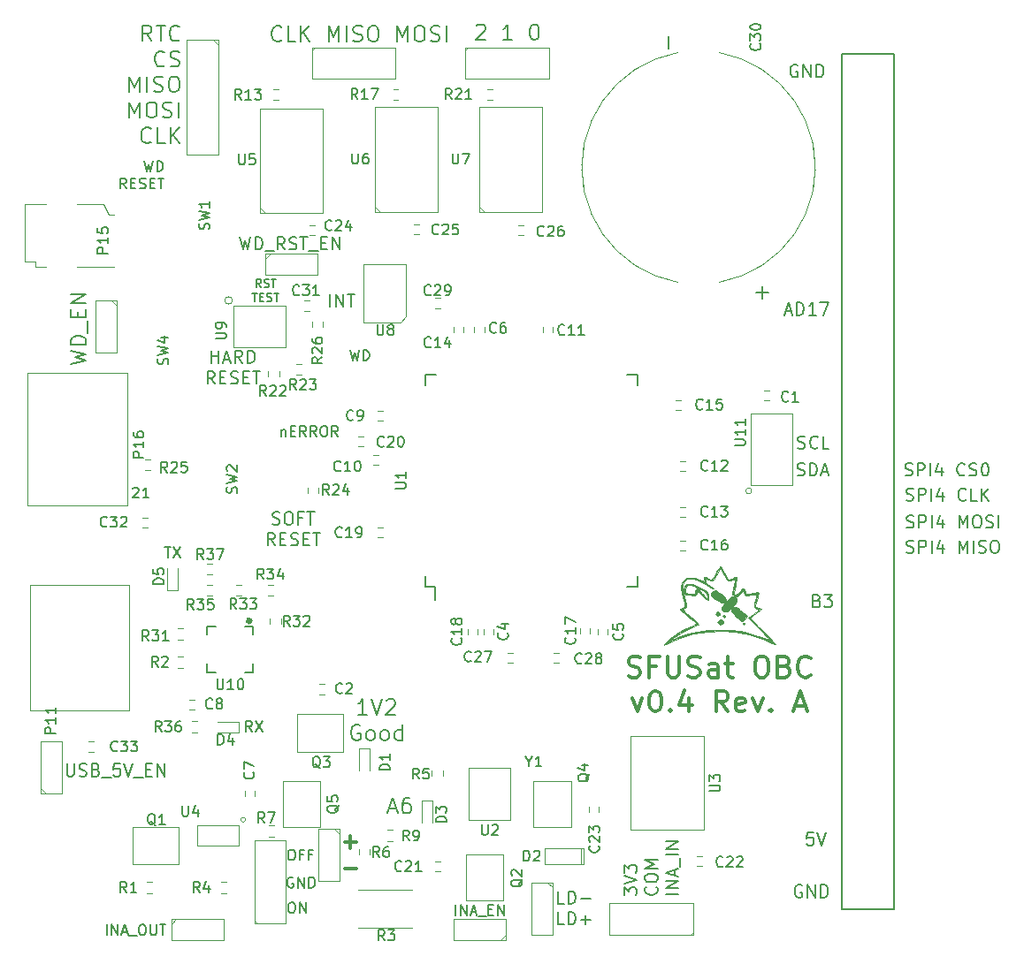
<source format=gbr>
G04 #@! TF.FileFunction,Legend,Top*
%FSLAX46Y46*%
G04 Gerber Fmt 4.6, Leading zero omitted, Abs format (unit mm)*
G04 Created by KiCad (PCBNEW 4.0.4-stable) date Friday, January 26, 2018 'AMt' 12:54:04 AM*
%MOMM*%
%LPD*%
G01*
G04 APERTURE LIST*
%ADD10C,0.100000*%
%ADD11C,0.150000*%
%ADD12C,0.200000*%
%ADD13C,0.300000*%
%ADD14C,0.050000*%
%ADD15C,0.120000*%
%ADD16C,0.500000*%
%ADD17C,0.010000*%
G04 APERTURE END LIST*
D10*
D11*
X184914284Y-71885714D02*
X185085713Y-71942857D01*
X185371427Y-71942857D01*
X185485713Y-71885714D01*
X185542856Y-71828571D01*
X185599999Y-71714286D01*
X185599999Y-71600000D01*
X185542856Y-71485714D01*
X185485713Y-71428571D01*
X185371427Y-71371429D01*
X185142856Y-71314286D01*
X185028570Y-71257143D01*
X184971427Y-71200000D01*
X184914284Y-71085714D01*
X184914284Y-70971429D01*
X184971427Y-70857143D01*
X185028570Y-70800000D01*
X185142856Y-70742857D01*
X185428570Y-70742857D01*
X185599999Y-70800000D01*
X186114284Y-71942857D02*
X186114284Y-70742857D01*
X186571427Y-70742857D01*
X186685713Y-70800000D01*
X186742856Y-70857143D01*
X186799999Y-70971429D01*
X186799999Y-71142857D01*
X186742856Y-71257143D01*
X186685713Y-71314286D01*
X186571427Y-71371429D01*
X186114284Y-71371429D01*
X187314284Y-71942857D02*
X187314284Y-70742857D01*
X188399999Y-71142857D02*
X188399999Y-71942857D01*
X188114285Y-70685714D02*
X187828570Y-71542857D01*
X188571428Y-71542857D01*
X189942856Y-71942857D02*
X189942856Y-70742857D01*
X190342856Y-71600000D01*
X190742856Y-70742857D01*
X190742856Y-71942857D01*
X191314285Y-71942857D02*
X191314285Y-70742857D01*
X191828571Y-71885714D02*
X192000000Y-71942857D01*
X192285714Y-71942857D01*
X192400000Y-71885714D01*
X192457143Y-71828571D01*
X192514286Y-71714286D01*
X192514286Y-71600000D01*
X192457143Y-71485714D01*
X192400000Y-71428571D01*
X192285714Y-71371429D01*
X192057143Y-71314286D01*
X191942857Y-71257143D01*
X191885714Y-71200000D01*
X191828571Y-71085714D01*
X191828571Y-70971429D01*
X191885714Y-70857143D01*
X191942857Y-70800000D01*
X192057143Y-70742857D01*
X192342857Y-70742857D01*
X192514286Y-70800000D01*
X193257143Y-70742857D02*
X193485714Y-70742857D01*
X193600000Y-70800000D01*
X193714286Y-70914286D01*
X193771428Y-71142857D01*
X193771428Y-71542857D01*
X193714286Y-71771429D01*
X193600000Y-71885714D01*
X193485714Y-71942857D01*
X193257143Y-71942857D01*
X193142857Y-71885714D01*
X193028571Y-71771429D01*
X192971428Y-71542857D01*
X192971428Y-71142857D01*
X193028571Y-70914286D01*
X193142857Y-70800000D01*
X193257143Y-70742857D01*
X184914284Y-69485714D02*
X185085713Y-69542857D01*
X185371427Y-69542857D01*
X185485713Y-69485714D01*
X185542856Y-69428571D01*
X185599999Y-69314286D01*
X185599999Y-69200000D01*
X185542856Y-69085714D01*
X185485713Y-69028571D01*
X185371427Y-68971429D01*
X185142856Y-68914286D01*
X185028570Y-68857143D01*
X184971427Y-68800000D01*
X184914284Y-68685714D01*
X184914284Y-68571429D01*
X184971427Y-68457143D01*
X185028570Y-68400000D01*
X185142856Y-68342857D01*
X185428570Y-68342857D01*
X185599999Y-68400000D01*
X186114284Y-69542857D02*
X186114284Y-68342857D01*
X186571427Y-68342857D01*
X186685713Y-68400000D01*
X186742856Y-68457143D01*
X186799999Y-68571429D01*
X186799999Y-68742857D01*
X186742856Y-68857143D01*
X186685713Y-68914286D01*
X186571427Y-68971429D01*
X186114284Y-68971429D01*
X187314284Y-69542857D02*
X187314284Y-68342857D01*
X188399999Y-68742857D02*
X188399999Y-69542857D01*
X188114285Y-68285714D02*
X187828570Y-69142857D01*
X188571428Y-69142857D01*
X189942856Y-69542857D02*
X189942856Y-68342857D01*
X190342856Y-69200000D01*
X190742856Y-68342857D01*
X190742856Y-69542857D01*
X191542857Y-68342857D02*
X191771428Y-68342857D01*
X191885714Y-68400000D01*
X192000000Y-68514286D01*
X192057142Y-68742857D01*
X192057142Y-69142857D01*
X192000000Y-69371429D01*
X191885714Y-69485714D01*
X191771428Y-69542857D01*
X191542857Y-69542857D01*
X191428571Y-69485714D01*
X191314285Y-69371429D01*
X191257142Y-69142857D01*
X191257142Y-68742857D01*
X191314285Y-68514286D01*
X191428571Y-68400000D01*
X191542857Y-68342857D01*
X192514285Y-69485714D02*
X192685714Y-69542857D01*
X192971428Y-69542857D01*
X193085714Y-69485714D01*
X193142857Y-69428571D01*
X193200000Y-69314286D01*
X193200000Y-69200000D01*
X193142857Y-69085714D01*
X193085714Y-69028571D01*
X192971428Y-68971429D01*
X192742857Y-68914286D01*
X192628571Y-68857143D01*
X192571428Y-68800000D01*
X192514285Y-68685714D01*
X192514285Y-68571429D01*
X192571428Y-68457143D01*
X192628571Y-68400000D01*
X192742857Y-68342857D01*
X193028571Y-68342857D01*
X193200000Y-68400000D01*
X193714285Y-69542857D02*
X193714285Y-68342857D01*
X184885713Y-66885714D02*
X185057142Y-66942857D01*
X185342856Y-66942857D01*
X185457142Y-66885714D01*
X185514285Y-66828571D01*
X185571428Y-66714286D01*
X185571428Y-66600000D01*
X185514285Y-66485714D01*
X185457142Y-66428571D01*
X185342856Y-66371429D01*
X185114285Y-66314286D01*
X184999999Y-66257143D01*
X184942856Y-66200000D01*
X184885713Y-66085714D01*
X184885713Y-65971429D01*
X184942856Y-65857143D01*
X184999999Y-65800000D01*
X185114285Y-65742857D01*
X185399999Y-65742857D01*
X185571428Y-65800000D01*
X186085713Y-66942857D02*
X186085713Y-65742857D01*
X186542856Y-65742857D01*
X186657142Y-65800000D01*
X186714285Y-65857143D01*
X186771428Y-65971429D01*
X186771428Y-66142857D01*
X186714285Y-66257143D01*
X186657142Y-66314286D01*
X186542856Y-66371429D01*
X186085713Y-66371429D01*
X187285713Y-66942857D02*
X187285713Y-65742857D01*
X188371428Y-66142857D02*
X188371428Y-66942857D01*
X188085714Y-65685714D02*
X187799999Y-66542857D01*
X188542857Y-66542857D01*
X190600000Y-66828571D02*
X190542857Y-66885714D01*
X190371428Y-66942857D01*
X190257142Y-66942857D01*
X190085714Y-66885714D01*
X189971428Y-66771429D01*
X189914285Y-66657143D01*
X189857142Y-66428571D01*
X189857142Y-66257143D01*
X189914285Y-66028571D01*
X189971428Y-65914286D01*
X190085714Y-65800000D01*
X190257142Y-65742857D01*
X190371428Y-65742857D01*
X190542857Y-65800000D01*
X190600000Y-65857143D01*
X191685714Y-66942857D02*
X191114285Y-66942857D01*
X191114285Y-65742857D01*
X192085714Y-66942857D02*
X192085714Y-65742857D01*
X192771429Y-66942857D02*
X192257143Y-66257143D01*
X192771429Y-65742857D02*
X192085714Y-66428571D01*
X184771428Y-64485714D02*
X184942857Y-64542857D01*
X185228571Y-64542857D01*
X185342857Y-64485714D01*
X185400000Y-64428571D01*
X185457143Y-64314286D01*
X185457143Y-64200000D01*
X185400000Y-64085714D01*
X185342857Y-64028571D01*
X185228571Y-63971429D01*
X185000000Y-63914286D01*
X184885714Y-63857143D01*
X184828571Y-63800000D01*
X184771428Y-63685714D01*
X184771428Y-63571429D01*
X184828571Y-63457143D01*
X184885714Y-63400000D01*
X185000000Y-63342857D01*
X185285714Y-63342857D01*
X185457143Y-63400000D01*
X185971428Y-64542857D02*
X185971428Y-63342857D01*
X186428571Y-63342857D01*
X186542857Y-63400000D01*
X186600000Y-63457143D01*
X186657143Y-63571429D01*
X186657143Y-63742857D01*
X186600000Y-63857143D01*
X186542857Y-63914286D01*
X186428571Y-63971429D01*
X185971428Y-63971429D01*
X187171428Y-64542857D02*
X187171428Y-63342857D01*
X188257143Y-63742857D02*
X188257143Y-64542857D01*
X187971429Y-63285714D02*
X187685714Y-64142857D01*
X188428572Y-64142857D01*
X190485715Y-64428571D02*
X190428572Y-64485714D01*
X190257143Y-64542857D01*
X190142857Y-64542857D01*
X189971429Y-64485714D01*
X189857143Y-64371429D01*
X189800000Y-64257143D01*
X189742857Y-64028571D01*
X189742857Y-63857143D01*
X189800000Y-63628571D01*
X189857143Y-63514286D01*
X189971429Y-63400000D01*
X190142857Y-63342857D01*
X190257143Y-63342857D01*
X190428572Y-63400000D01*
X190485715Y-63457143D01*
X190942857Y-64485714D02*
X191114286Y-64542857D01*
X191400000Y-64542857D01*
X191514286Y-64485714D01*
X191571429Y-64428571D01*
X191628572Y-64314286D01*
X191628572Y-64200000D01*
X191571429Y-64085714D01*
X191514286Y-64028571D01*
X191400000Y-63971429D01*
X191171429Y-63914286D01*
X191057143Y-63857143D01*
X191000000Y-63800000D01*
X190942857Y-63685714D01*
X190942857Y-63571429D01*
X191000000Y-63457143D01*
X191057143Y-63400000D01*
X191171429Y-63342857D01*
X191457143Y-63342857D01*
X191628572Y-63400000D01*
X192371429Y-63342857D02*
X192485714Y-63342857D01*
X192600000Y-63400000D01*
X192657143Y-63457143D01*
X192714286Y-63571429D01*
X192771429Y-63800000D01*
X192771429Y-64085714D01*
X192714286Y-64314286D01*
X192657143Y-64428571D01*
X192600000Y-64485714D01*
X192485714Y-64542857D01*
X192371429Y-64542857D01*
X192257143Y-64485714D01*
X192200000Y-64428571D01*
X192142857Y-64314286D01*
X192085714Y-64085714D01*
X192085714Y-63800000D01*
X192142857Y-63571429D01*
X192200000Y-63457143D01*
X192257143Y-63400000D01*
X192371429Y-63342857D01*
X174457143Y-25200000D02*
X174342857Y-25142857D01*
X174171428Y-25142857D01*
X174000000Y-25200000D01*
X173885714Y-25314286D01*
X173828571Y-25428571D01*
X173771428Y-25657143D01*
X173771428Y-25828571D01*
X173828571Y-26057143D01*
X173885714Y-26171429D01*
X174000000Y-26285714D01*
X174171428Y-26342857D01*
X174285714Y-26342857D01*
X174457143Y-26285714D01*
X174514286Y-26228571D01*
X174514286Y-25828571D01*
X174285714Y-25828571D01*
X175028571Y-26342857D02*
X175028571Y-25142857D01*
X175714286Y-26342857D01*
X175714286Y-25142857D01*
X176285714Y-26342857D02*
X176285714Y-25142857D01*
X176571429Y-25142857D01*
X176742857Y-25200000D01*
X176857143Y-25314286D01*
X176914286Y-25428571D01*
X176971429Y-25657143D01*
X176971429Y-25828571D01*
X176914286Y-26057143D01*
X176857143Y-26171429D01*
X176742857Y-26285714D01*
X176571429Y-26342857D01*
X176285714Y-26342857D01*
X173314286Y-48800000D02*
X173885715Y-48800000D01*
X173200001Y-49142857D02*
X173600001Y-47942857D01*
X174000001Y-49142857D01*
X174400000Y-49142857D02*
X174400000Y-47942857D01*
X174685715Y-47942857D01*
X174857143Y-48000000D01*
X174971429Y-48114286D01*
X175028572Y-48228571D01*
X175085715Y-48457143D01*
X175085715Y-48628571D01*
X175028572Y-48857143D01*
X174971429Y-48971429D01*
X174857143Y-49085714D01*
X174685715Y-49142857D01*
X174400000Y-49142857D01*
X176228572Y-49142857D02*
X175542857Y-49142857D01*
X175885715Y-49142857D02*
X175885715Y-47942857D01*
X175771429Y-48114286D01*
X175657143Y-48228571D01*
X175542857Y-48285714D01*
X176628572Y-47942857D02*
X177428572Y-47942857D01*
X176914286Y-49142857D01*
X174514285Y-61885714D02*
X174685714Y-61942857D01*
X174971428Y-61942857D01*
X175085714Y-61885714D01*
X175142857Y-61828571D01*
X175200000Y-61714286D01*
X175200000Y-61600000D01*
X175142857Y-61485714D01*
X175085714Y-61428571D01*
X174971428Y-61371429D01*
X174742857Y-61314286D01*
X174628571Y-61257143D01*
X174571428Y-61200000D01*
X174514285Y-61085714D01*
X174514285Y-60971429D01*
X174571428Y-60857143D01*
X174628571Y-60800000D01*
X174742857Y-60742857D01*
X175028571Y-60742857D01*
X175200000Y-60800000D01*
X176400000Y-61828571D02*
X176342857Y-61885714D01*
X176171428Y-61942857D01*
X176057142Y-61942857D01*
X175885714Y-61885714D01*
X175771428Y-61771429D01*
X175714285Y-61657143D01*
X175657142Y-61428571D01*
X175657142Y-61257143D01*
X175714285Y-61028571D01*
X175771428Y-60914286D01*
X175885714Y-60800000D01*
X176057142Y-60742857D01*
X176171428Y-60742857D01*
X176342857Y-60800000D01*
X176400000Y-60857143D01*
X177485714Y-61942857D02*
X176914285Y-61942857D01*
X176914285Y-60742857D01*
X174457143Y-64485714D02*
X174628572Y-64542857D01*
X174914286Y-64542857D01*
X175028572Y-64485714D01*
X175085715Y-64428571D01*
X175142858Y-64314286D01*
X175142858Y-64200000D01*
X175085715Y-64085714D01*
X175028572Y-64028571D01*
X174914286Y-63971429D01*
X174685715Y-63914286D01*
X174571429Y-63857143D01*
X174514286Y-63800000D01*
X174457143Y-63685714D01*
X174457143Y-63571429D01*
X174514286Y-63457143D01*
X174571429Y-63400000D01*
X174685715Y-63342857D01*
X174971429Y-63342857D01*
X175142858Y-63400000D01*
X175657143Y-64542857D02*
X175657143Y-63342857D01*
X175942858Y-63342857D01*
X176114286Y-63400000D01*
X176228572Y-63514286D01*
X176285715Y-63628571D01*
X176342858Y-63857143D01*
X176342858Y-64028571D01*
X176285715Y-64257143D01*
X176228572Y-64371429D01*
X176114286Y-64485714D01*
X175942858Y-64542857D01*
X175657143Y-64542857D01*
X176800000Y-64200000D02*
X177371429Y-64200000D01*
X176685715Y-64542857D02*
X177085715Y-63342857D01*
X177485715Y-64542857D01*
X176342857Y-76514286D02*
X176514286Y-76571429D01*
X176571429Y-76628571D01*
X176628572Y-76742857D01*
X176628572Y-76914286D01*
X176571429Y-77028571D01*
X176514286Y-77085714D01*
X176400000Y-77142857D01*
X175942857Y-77142857D01*
X175942857Y-75942857D01*
X176342857Y-75942857D01*
X176457143Y-76000000D01*
X176514286Y-76057143D01*
X176571429Y-76171429D01*
X176571429Y-76285714D01*
X176514286Y-76400000D01*
X176457143Y-76457143D01*
X176342857Y-76514286D01*
X175942857Y-76514286D01*
X177028572Y-75942857D02*
X177771429Y-75942857D01*
X177371429Y-76400000D01*
X177542857Y-76400000D01*
X177657143Y-76457143D01*
X177714286Y-76514286D01*
X177771429Y-76628571D01*
X177771429Y-76914286D01*
X177714286Y-77028571D01*
X177657143Y-77085714D01*
X177542857Y-77142857D01*
X177200000Y-77142857D01*
X177085714Y-77085714D01*
X177028572Y-77028571D01*
X174885715Y-103800000D02*
X174771429Y-103742857D01*
X174600000Y-103742857D01*
X174428572Y-103800000D01*
X174314286Y-103914286D01*
X174257143Y-104028571D01*
X174200000Y-104257143D01*
X174200000Y-104428571D01*
X174257143Y-104657143D01*
X174314286Y-104771429D01*
X174428572Y-104885714D01*
X174600000Y-104942857D01*
X174714286Y-104942857D01*
X174885715Y-104885714D01*
X174942858Y-104828571D01*
X174942858Y-104428571D01*
X174714286Y-104428571D01*
X175457143Y-104942857D02*
X175457143Y-103742857D01*
X176142858Y-104942857D01*
X176142858Y-103742857D01*
X176714286Y-104942857D02*
X176714286Y-103742857D01*
X177000001Y-103742857D01*
X177171429Y-103800000D01*
X177285715Y-103914286D01*
X177342858Y-104028571D01*
X177400001Y-104257143D01*
X177400001Y-104428571D01*
X177342858Y-104657143D01*
X177285715Y-104771429D01*
X177171429Y-104885714D01*
X177000001Y-104942857D01*
X176714286Y-104942857D01*
X175971429Y-98742857D02*
X175400000Y-98742857D01*
X175342857Y-99314286D01*
X175400000Y-99257143D01*
X175514286Y-99200000D01*
X175800000Y-99200000D01*
X175914286Y-99257143D01*
X175971429Y-99314286D01*
X176028572Y-99428571D01*
X176028572Y-99714286D01*
X175971429Y-99828571D01*
X175914286Y-99885714D01*
X175800000Y-99942857D01*
X175514286Y-99942857D01*
X175400000Y-99885714D01*
X175342857Y-99828571D01*
X176371429Y-98742857D02*
X176771429Y-99942857D01*
X177171429Y-98742857D01*
X122233334Y-89052381D02*
X121900000Y-88576190D01*
X121661905Y-89052381D02*
X121661905Y-88052381D01*
X122042858Y-88052381D01*
X122138096Y-88100000D01*
X122185715Y-88147619D01*
X122233334Y-88242857D01*
X122233334Y-88385714D01*
X122185715Y-88480952D01*
X122138096Y-88528571D01*
X122042858Y-88576190D01*
X121661905Y-88576190D01*
X122566667Y-88052381D02*
X123233334Y-89052381D01*
X123233334Y-88052381D02*
X122566667Y-89052381D01*
D12*
X135328572Y-96450000D02*
X136042858Y-96450000D01*
X135185715Y-96878571D02*
X135685715Y-95378571D01*
X136185715Y-96878571D01*
X137328572Y-95378571D02*
X137042858Y-95378571D01*
X136900001Y-95450000D01*
X136828572Y-95521429D01*
X136685715Y-95735714D01*
X136614286Y-96021429D01*
X136614286Y-96592857D01*
X136685715Y-96735714D01*
X136757143Y-96807143D01*
X136900001Y-96878571D01*
X137185715Y-96878571D01*
X137328572Y-96807143D01*
X137400001Y-96735714D01*
X137471429Y-96592857D01*
X137471429Y-96235714D01*
X137400001Y-96092857D01*
X137328572Y-96021429D01*
X137185715Y-95950000D01*
X136900001Y-95950000D01*
X136757143Y-96021429D01*
X136685715Y-96092857D01*
X136614286Y-96235714D01*
X129714285Y-48342857D02*
X129714285Y-47142857D01*
X130285714Y-48342857D02*
X130285714Y-47142857D01*
X130971429Y-48342857D01*
X130971429Y-47142857D01*
X131371429Y-47142857D02*
X132057143Y-47142857D01*
X131714286Y-48342857D02*
X131714286Y-47142857D01*
D11*
X125039524Y-60105714D02*
X125039524Y-60772381D01*
X125039524Y-60200952D02*
X125087143Y-60153333D01*
X125182381Y-60105714D01*
X125325239Y-60105714D01*
X125420477Y-60153333D01*
X125468096Y-60248571D01*
X125468096Y-60772381D01*
X125944286Y-60248571D02*
X126277620Y-60248571D01*
X126420477Y-60772381D02*
X125944286Y-60772381D01*
X125944286Y-59772381D01*
X126420477Y-59772381D01*
X127420477Y-60772381D02*
X127087143Y-60296190D01*
X126849048Y-60772381D02*
X126849048Y-59772381D01*
X127230001Y-59772381D01*
X127325239Y-59820000D01*
X127372858Y-59867619D01*
X127420477Y-59962857D01*
X127420477Y-60105714D01*
X127372858Y-60200952D01*
X127325239Y-60248571D01*
X127230001Y-60296190D01*
X126849048Y-60296190D01*
X128420477Y-60772381D02*
X128087143Y-60296190D01*
X127849048Y-60772381D02*
X127849048Y-59772381D01*
X128230001Y-59772381D01*
X128325239Y-59820000D01*
X128372858Y-59867619D01*
X128420477Y-59962857D01*
X128420477Y-60105714D01*
X128372858Y-60200952D01*
X128325239Y-60248571D01*
X128230001Y-60296190D01*
X127849048Y-60296190D01*
X129039524Y-59772381D02*
X129230001Y-59772381D01*
X129325239Y-59820000D01*
X129420477Y-59915238D01*
X129468096Y-60105714D01*
X129468096Y-60439048D01*
X129420477Y-60629524D01*
X129325239Y-60724762D01*
X129230001Y-60772381D01*
X129039524Y-60772381D01*
X128944286Y-60724762D01*
X128849048Y-60629524D01*
X128801429Y-60439048D01*
X128801429Y-60105714D01*
X128849048Y-59915238D01*
X128944286Y-59820000D01*
X129039524Y-59772381D01*
X130468096Y-60772381D02*
X130134762Y-60296190D01*
X129896667Y-60772381D02*
X129896667Y-59772381D01*
X130277620Y-59772381D01*
X130372858Y-59820000D01*
X130420477Y-59867619D01*
X130468096Y-59962857D01*
X130468096Y-60105714D01*
X130420477Y-60200952D01*
X130372858Y-60248571D01*
X130277620Y-60296190D01*
X129896667Y-60296190D01*
D12*
X131661429Y-52482381D02*
X131899524Y-53482381D01*
X132090001Y-52768095D01*
X132280477Y-53482381D01*
X132518572Y-52482381D01*
X132899524Y-53482381D02*
X132899524Y-52482381D01*
X133137619Y-52482381D01*
X133280477Y-52530000D01*
X133375715Y-52625238D01*
X133423334Y-52720476D01*
X133470953Y-52910952D01*
X133470953Y-53053810D01*
X133423334Y-53244286D01*
X133375715Y-53339524D01*
X133280477Y-53434762D01*
X133137619Y-53482381D01*
X132899524Y-53482381D01*
D11*
X123091905Y-46476905D02*
X122825238Y-46095952D01*
X122634762Y-46476905D02*
X122634762Y-45676905D01*
X122939524Y-45676905D01*
X123015715Y-45715000D01*
X123053810Y-45753095D01*
X123091905Y-45829286D01*
X123091905Y-45943571D01*
X123053810Y-46019762D01*
X123015715Y-46057857D01*
X122939524Y-46095952D01*
X122634762Y-46095952D01*
X123396667Y-46438810D02*
X123510953Y-46476905D01*
X123701429Y-46476905D01*
X123777619Y-46438810D01*
X123815715Y-46400714D01*
X123853810Y-46324524D01*
X123853810Y-46248333D01*
X123815715Y-46172143D01*
X123777619Y-46134048D01*
X123701429Y-46095952D01*
X123549048Y-46057857D01*
X123472857Y-46019762D01*
X123434762Y-45981667D01*
X123396667Y-45905476D01*
X123396667Y-45829286D01*
X123434762Y-45753095D01*
X123472857Y-45715000D01*
X123549048Y-45676905D01*
X123739524Y-45676905D01*
X123853810Y-45715000D01*
X124082381Y-45676905D02*
X124539524Y-45676905D01*
X124310953Y-46476905D02*
X124310953Y-45676905D01*
X122253809Y-47026905D02*
X122710952Y-47026905D01*
X122482381Y-47826905D02*
X122482381Y-47026905D01*
X122977619Y-47407857D02*
X123244286Y-47407857D01*
X123358572Y-47826905D02*
X122977619Y-47826905D01*
X122977619Y-47026905D01*
X123358572Y-47026905D01*
X123663334Y-47788810D02*
X123777620Y-47826905D01*
X123968096Y-47826905D01*
X124044286Y-47788810D01*
X124082382Y-47750714D01*
X124120477Y-47674524D01*
X124120477Y-47598333D01*
X124082382Y-47522143D01*
X124044286Y-47484048D01*
X123968096Y-47445952D01*
X123815715Y-47407857D01*
X123739524Y-47369762D01*
X123701429Y-47331667D01*
X123663334Y-47255476D01*
X123663334Y-47179286D01*
X123701429Y-47103095D01*
X123739524Y-47065000D01*
X123815715Y-47026905D01*
X124006191Y-47026905D01*
X124120477Y-47065000D01*
X124349048Y-47026905D02*
X124806191Y-47026905D01*
X124577620Y-47826905D02*
X124577620Y-47026905D01*
X111910000Y-34377381D02*
X112148095Y-35377381D01*
X112338572Y-34663095D01*
X112529048Y-35377381D01*
X112767143Y-34377381D01*
X113148095Y-35377381D02*
X113148095Y-34377381D01*
X113386190Y-34377381D01*
X113529048Y-34425000D01*
X113624286Y-34520238D01*
X113671905Y-34615476D01*
X113719524Y-34805952D01*
X113719524Y-34948810D01*
X113671905Y-35139286D01*
X113624286Y-35234524D01*
X113529048Y-35329762D01*
X113386190Y-35377381D01*
X113148095Y-35377381D01*
X110195714Y-37027381D02*
X109862380Y-36551190D01*
X109624285Y-37027381D02*
X109624285Y-36027381D01*
X110005238Y-36027381D01*
X110100476Y-36075000D01*
X110148095Y-36122619D01*
X110195714Y-36217857D01*
X110195714Y-36360714D01*
X110148095Y-36455952D01*
X110100476Y-36503571D01*
X110005238Y-36551190D01*
X109624285Y-36551190D01*
X110624285Y-36503571D02*
X110957619Y-36503571D01*
X111100476Y-37027381D02*
X110624285Y-37027381D01*
X110624285Y-36027381D01*
X111100476Y-36027381D01*
X111481428Y-36979762D02*
X111624285Y-37027381D01*
X111862381Y-37027381D01*
X111957619Y-36979762D01*
X112005238Y-36932143D01*
X112052857Y-36836905D01*
X112052857Y-36741667D01*
X112005238Y-36646429D01*
X111957619Y-36598810D01*
X111862381Y-36551190D01*
X111671904Y-36503571D01*
X111576666Y-36455952D01*
X111529047Y-36408333D01*
X111481428Y-36313095D01*
X111481428Y-36217857D01*
X111529047Y-36122619D01*
X111576666Y-36075000D01*
X111671904Y-36027381D01*
X111910000Y-36027381D01*
X112052857Y-36075000D01*
X112481428Y-36503571D02*
X112814762Y-36503571D01*
X112957619Y-37027381D02*
X112481428Y-37027381D01*
X112481428Y-36027381D01*
X112957619Y-36027381D01*
X113243333Y-36027381D02*
X113814762Y-36027381D01*
X113529047Y-37027381D02*
X113529047Y-36027381D01*
D12*
X124217143Y-69155714D02*
X124388572Y-69212857D01*
X124674286Y-69212857D01*
X124788572Y-69155714D01*
X124845715Y-69098571D01*
X124902858Y-68984286D01*
X124902858Y-68870000D01*
X124845715Y-68755714D01*
X124788572Y-68698571D01*
X124674286Y-68641429D01*
X124445715Y-68584286D01*
X124331429Y-68527143D01*
X124274286Y-68470000D01*
X124217143Y-68355714D01*
X124217143Y-68241429D01*
X124274286Y-68127143D01*
X124331429Y-68070000D01*
X124445715Y-68012857D01*
X124731429Y-68012857D01*
X124902858Y-68070000D01*
X125645715Y-68012857D02*
X125874286Y-68012857D01*
X125988572Y-68070000D01*
X126102858Y-68184286D01*
X126160000Y-68412857D01*
X126160000Y-68812857D01*
X126102858Y-69041429D01*
X125988572Y-69155714D01*
X125874286Y-69212857D01*
X125645715Y-69212857D01*
X125531429Y-69155714D01*
X125417143Y-69041429D01*
X125360000Y-68812857D01*
X125360000Y-68412857D01*
X125417143Y-68184286D01*
X125531429Y-68070000D01*
X125645715Y-68012857D01*
X127074286Y-68584286D02*
X126674286Y-68584286D01*
X126674286Y-69212857D02*
X126674286Y-68012857D01*
X127245715Y-68012857D01*
X127531429Y-68012857D02*
X128217143Y-68012857D01*
X127874286Y-69212857D02*
X127874286Y-68012857D01*
X124417144Y-71212857D02*
X124017144Y-70641429D01*
X123731429Y-71212857D02*
X123731429Y-70012857D01*
X124188572Y-70012857D01*
X124302858Y-70070000D01*
X124360001Y-70127143D01*
X124417144Y-70241429D01*
X124417144Y-70412857D01*
X124360001Y-70527143D01*
X124302858Y-70584286D01*
X124188572Y-70641429D01*
X123731429Y-70641429D01*
X124931429Y-70584286D02*
X125331429Y-70584286D01*
X125502858Y-71212857D02*
X124931429Y-71212857D01*
X124931429Y-70012857D01*
X125502858Y-70012857D01*
X125960000Y-71155714D02*
X126131429Y-71212857D01*
X126417143Y-71212857D01*
X126531429Y-71155714D01*
X126588572Y-71098571D01*
X126645715Y-70984286D01*
X126645715Y-70870000D01*
X126588572Y-70755714D01*
X126531429Y-70698571D01*
X126417143Y-70641429D01*
X126188572Y-70584286D01*
X126074286Y-70527143D01*
X126017143Y-70470000D01*
X125960000Y-70355714D01*
X125960000Y-70241429D01*
X126017143Y-70127143D01*
X126074286Y-70070000D01*
X126188572Y-70012857D01*
X126474286Y-70012857D01*
X126645715Y-70070000D01*
X127160000Y-70584286D02*
X127560000Y-70584286D01*
X127731429Y-71212857D02*
X127160000Y-71212857D01*
X127160000Y-70012857D01*
X127731429Y-70012857D01*
X128074286Y-70012857D02*
X128760000Y-70012857D01*
X128417143Y-71212857D02*
X128417143Y-70012857D01*
X118342857Y-53742857D02*
X118342857Y-52542857D01*
X118342857Y-53114286D02*
X119028572Y-53114286D01*
X119028572Y-53742857D02*
X119028572Y-52542857D01*
X119542857Y-53400000D02*
X120114286Y-53400000D01*
X119428572Y-53742857D02*
X119828572Y-52542857D01*
X120228572Y-53742857D01*
X121314286Y-53742857D02*
X120914286Y-53171429D01*
X120628571Y-53742857D02*
X120628571Y-52542857D01*
X121085714Y-52542857D01*
X121200000Y-52600000D01*
X121257143Y-52657143D01*
X121314286Y-52771429D01*
X121314286Y-52942857D01*
X121257143Y-53057143D01*
X121200000Y-53114286D01*
X121085714Y-53171429D01*
X120628571Y-53171429D01*
X121828571Y-53742857D02*
X121828571Y-52542857D01*
X122114286Y-52542857D01*
X122285714Y-52600000D01*
X122400000Y-52714286D01*
X122457143Y-52828571D01*
X122514286Y-53057143D01*
X122514286Y-53228571D01*
X122457143Y-53457143D01*
X122400000Y-53571429D01*
X122285714Y-53685714D01*
X122114286Y-53742857D01*
X121828571Y-53742857D01*
X118657144Y-55742857D02*
X118257144Y-55171429D01*
X117971429Y-55742857D02*
X117971429Y-54542857D01*
X118428572Y-54542857D01*
X118542858Y-54600000D01*
X118600001Y-54657143D01*
X118657144Y-54771429D01*
X118657144Y-54942857D01*
X118600001Y-55057143D01*
X118542858Y-55114286D01*
X118428572Y-55171429D01*
X117971429Y-55171429D01*
X119171429Y-55114286D02*
X119571429Y-55114286D01*
X119742858Y-55742857D02*
X119171429Y-55742857D01*
X119171429Y-54542857D01*
X119742858Y-54542857D01*
X120200000Y-55685714D02*
X120371429Y-55742857D01*
X120657143Y-55742857D01*
X120771429Y-55685714D01*
X120828572Y-55628571D01*
X120885715Y-55514286D01*
X120885715Y-55400000D01*
X120828572Y-55285714D01*
X120771429Y-55228571D01*
X120657143Y-55171429D01*
X120428572Y-55114286D01*
X120314286Y-55057143D01*
X120257143Y-55000000D01*
X120200000Y-54885714D01*
X120200000Y-54771429D01*
X120257143Y-54657143D01*
X120314286Y-54600000D01*
X120428572Y-54542857D01*
X120714286Y-54542857D01*
X120885715Y-54600000D01*
X121400000Y-55114286D02*
X121800000Y-55114286D01*
X121971429Y-55742857D02*
X121400000Y-55742857D01*
X121400000Y-54542857D01*
X121971429Y-54542857D01*
X122314286Y-54542857D02*
X123000000Y-54542857D01*
X122657143Y-55742857D02*
X122657143Y-54542857D01*
X133271429Y-87453571D02*
X132414286Y-87453571D01*
X132842858Y-87453571D02*
X132842858Y-85953571D01*
X132700001Y-86167857D01*
X132557143Y-86310714D01*
X132414286Y-86382143D01*
X133700000Y-85953571D02*
X134200000Y-87453571D01*
X134700000Y-85953571D01*
X135128571Y-86096429D02*
X135200000Y-86025000D01*
X135342857Y-85953571D01*
X135700000Y-85953571D01*
X135842857Y-86025000D01*
X135914286Y-86096429D01*
X135985714Y-86239286D01*
X135985714Y-86382143D01*
X135914286Y-86596429D01*
X135057143Y-87453571D01*
X135985714Y-87453571D01*
X132557143Y-88475000D02*
X132414286Y-88403571D01*
X132200000Y-88403571D01*
X131985715Y-88475000D01*
X131842857Y-88617857D01*
X131771429Y-88760714D01*
X131700000Y-89046429D01*
X131700000Y-89260714D01*
X131771429Y-89546429D01*
X131842857Y-89689286D01*
X131985715Y-89832143D01*
X132200000Y-89903571D01*
X132342857Y-89903571D01*
X132557143Y-89832143D01*
X132628572Y-89760714D01*
X132628572Y-89260714D01*
X132342857Y-89260714D01*
X133485715Y-89903571D02*
X133342857Y-89832143D01*
X133271429Y-89760714D01*
X133200000Y-89617857D01*
X133200000Y-89189286D01*
X133271429Y-89046429D01*
X133342857Y-88975000D01*
X133485715Y-88903571D01*
X133700000Y-88903571D01*
X133842857Y-88975000D01*
X133914286Y-89046429D01*
X133985715Y-89189286D01*
X133985715Y-89617857D01*
X133914286Y-89760714D01*
X133842857Y-89832143D01*
X133700000Y-89903571D01*
X133485715Y-89903571D01*
X134842858Y-89903571D02*
X134700000Y-89832143D01*
X134628572Y-89760714D01*
X134557143Y-89617857D01*
X134557143Y-89189286D01*
X134628572Y-89046429D01*
X134700000Y-88975000D01*
X134842858Y-88903571D01*
X135057143Y-88903571D01*
X135200000Y-88975000D01*
X135271429Y-89046429D01*
X135342858Y-89189286D01*
X135342858Y-89617857D01*
X135271429Y-89760714D01*
X135200000Y-89832143D01*
X135057143Y-89903571D01*
X134842858Y-89903571D01*
X136628572Y-89903571D02*
X136628572Y-88403571D01*
X136628572Y-89832143D02*
X136485715Y-89903571D01*
X136200001Y-89903571D01*
X136057143Y-89832143D01*
X135985715Y-89760714D01*
X135914286Y-89617857D01*
X135914286Y-89189286D01*
X135985715Y-89046429D01*
X136057143Y-88975000D01*
X136200001Y-88903571D01*
X136485715Y-88903571D01*
X136628572Y-88975000D01*
D11*
X113878095Y-71352381D02*
X114449524Y-71352381D01*
X114163809Y-72352381D02*
X114163809Y-71352381D01*
X114687619Y-71352381D02*
X115354286Y-72352381D01*
X115354286Y-71352381D02*
X114687619Y-72352381D01*
X108318095Y-108552381D02*
X108318095Y-107552381D01*
X108794285Y-108552381D02*
X108794285Y-107552381D01*
X109365714Y-108552381D01*
X109365714Y-107552381D01*
X109794285Y-108266667D02*
X110270476Y-108266667D01*
X109699047Y-108552381D02*
X110032380Y-107552381D01*
X110365714Y-108552381D01*
X110460952Y-108647619D02*
X111222857Y-108647619D01*
X111651428Y-107552381D02*
X111841905Y-107552381D01*
X111937143Y-107600000D01*
X112032381Y-107695238D01*
X112080000Y-107885714D01*
X112080000Y-108219048D01*
X112032381Y-108409524D01*
X111937143Y-108504762D01*
X111841905Y-108552381D01*
X111651428Y-108552381D01*
X111556190Y-108504762D01*
X111460952Y-108409524D01*
X111413333Y-108219048D01*
X111413333Y-107885714D01*
X111460952Y-107695238D01*
X111556190Y-107600000D01*
X111651428Y-107552381D01*
X112508571Y-107552381D02*
X112508571Y-108361905D01*
X112556190Y-108457143D01*
X112603809Y-108504762D01*
X112699047Y-108552381D01*
X112889524Y-108552381D01*
X112984762Y-108504762D01*
X113032381Y-108457143D01*
X113080000Y-108361905D01*
X113080000Y-107552381D01*
X113413333Y-107552381D02*
X113984762Y-107552381D01*
X113699047Y-108552381D02*
X113699047Y-107552381D01*
X141740476Y-106642381D02*
X141740476Y-105642381D01*
X142216666Y-106642381D02*
X142216666Y-105642381D01*
X142788095Y-106642381D01*
X142788095Y-105642381D01*
X143216666Y-106356667D02*
X143692857Y-106356667D01*
X143121428Y-106642381D02*
X143454761Y-105642381D01*
X143788095Y-106642381D01*
X143883333Y-106737619D02*
X144645238Y-106737619D01*
X144883333Y-106118571D02*
X145216667Y-106118571D01*
X145359524Y-106642381D02*
X144883333Y-106642381D01*
X144883333Y-105642381D01*
X145359524Y-105642381D01*
X145788095Y-106642381D02*
X145788095Y-105642381D01*
X146359524Y-106642381D01*
X146359524Y-105642381D01*
X125940952Y-105422381D02*
X126131429Y-105422381D01*
X126226667Y-105470000D01*
X126321905Y-105565238D01*
X126369524Y-105755714D01*
X126369524Y-106089048D01*
X126321905Y-106279524D01*
X126226667Y-106374762D01*
X126131429Y-106422381D01*
X125940952Y-106422381D01*
X125845714Y-106374762D01*
X125750476Y-106279524D01*
X125702857Y-106089048D01*
X125702857Y-105755714D01*
X125750476Y-105565238D01*
X125845714Y-105470000D01*
X125940952Y-105422381D01*
X126798095Y-106422381D02*
X126798095Y-105422381D01*
X127369524Y-106422381D01*
X127369524Y-105422381D01*
X126168096Y-103060000D02*
X126072858Y-103012381D01*
X125930001Y-103012381D01*
X125787143Y-103060000D01*
X125691905Y-103155238D01*
X125644286Y-103250476D01*
X125596667Y-103440952D01*
X125596667Y-103583810D01*
X125644286Y-103774286D01*
X125691905Y-103869524D01*
X125787143Y-103964762D01*
X125930001Y-104012381D01*
X126025239Y-104012381D01*
X126168096Y-103964762D01*
X126215715Y-103917143D01*
X126215715Y-103583810D01*
X126025239Y-103583810D01*
X126644286Y-104012381D02*
X126644286Y-103012381D01*
X127215715Y-104012381D01*
X127215715Y-103012381D01*
X127691905Y-104012381D02*
X127691905Y-103012381D01*
X127930000Y-103012381D01*
X128072858Y-103060000D01*
X128168096Y-103155238D01*
X128215715Y-103250476D01*
X128263334Y-103440952D01*
X128263334Y-103583810D01*
X128215715Y-103774286D01*
X128168096Y-103869524D01*
X128072858Y-103964762D01*
X127930000Y-104012381D01*
X127691905Y-104012381D01*
X125937619Y-100372381D02*
X126128096Y-100372381D01*
X126223334Y-100420000D01*
X126318572Y-100515238D01*
X126366191Y-100705714D01*
X126366191Y-101039048D01*
X126318572Y-101229524D01*
X126223334Y-101324762D01*
X126128096Y-101372381D01*
X125937619Y-101372381D01*
X125842381Y-101324762D01*
X125747143Y-101229524D01*
X125699524Y-101039048D01*
X125699524Y-100705714D01*
X125747143Y-100515238D01*
X125842381Y-100420000D01*
X125937619Y-100372381D01*
X127128096Y-100848571D02*
X126794762Y-100848571D01*
X126794762Y-101372381D02*
X126794762Y-100372381D01*
X127270953Y-100372381D01*
X127985239Y-100848571D02*
X127651905Y-100848571D01*
X127651905Y-101372381D02*
X127651905Y-100372381D01*
X128128096Y-100372381D01*
D13*
X158285714Y-83759524D02*
X158571429Y-83854762D01*
X159047619Y-83854762D01*
X159238095Y-83759524D01*
X159333333Y-83664286D01*
X159428572Y-83473810D01*
X159428572Y-83283333D01*
X159333333Y-83092857D01*
X159238095Y-82997619D01*
X159047619Y-82902381D01*
X158666667Y-82807143D01*
X158476191Y-82711905D01*
X158380952Y-82616667D01*
X158285714Y-82426190D01*
X158285714Y-82235714D01*
X158380952Y-82045238D01*
X158476191Y-81950000D01*
X158666667Y-81854762D01*
X159142857Y-81854762D01*
X159428572Y-81950000D01*
X160952381Y-82807143D02*
X160285714Y-82807143D01*
X160285714Y-83854762D02*
X160285714Y-81854762D01*
X161238095Y-81854762D01*
X162000000Y-81854762D02*
X162000000Y-83473810D01*
X162095239Y-83664286D01*
X162190477Y-83759524D01*
X162380953Y-83854762D01*
X162761905Y-83854762D01*
X162952381Y-83759524D01*
X163047620Y-83664286D01*
X163142858Y-83473810D01*
X163142858Y-81854762D01*
X164000000Y-83759524D02*
X164285715Y-83854762D01*
X164761905Y-83854762D01*
X164952381Y-83759524D01*
X165047619Y-83664286D01*
X165142858Y-83473810D01*
X165142858Y-83283333D01*
X165047619Y-83092857D01*
X164952381Y-82997619D01*
X164761905Y-82902381D01*
X164380953Y-82807143D01*
X164190477Y-82711905D01*
X164095238Y-82616667D01*
X164000000Y-82426190D01*
X164000000Y-82235714D01*
X164095238Y-82045238D01*
X164190477Y-81950000D01*
X164380953Y-81854762D01*
X164857143Y-81854762D01*
X165142858Y-81950000D01*
X166857143Y-83854762D02*
X166857143Y-82807143D01*
X166761905Y-82616667D01*
X166571429Y-82521429D01*
X166190477Y-82521429D01*
X166000000Y-82616667D01*
X166857143Y-83759524D02*
X166666667Y-83854762D01*
X166190477Y-83854762D01*
X166000000Y-83759524D01*
X165904762Y-83569048D01*
X165904762Y-83378571D01*
X166000000Y-83188095D01*
X166190477Y-83092857D01*
X166666667Y-83092857D01*
X166857143Y-82997619D01*
X167523810Y-82521429D02*
X168285715Y-82521429D01*
X167809524Y-81854762D02*
X167809524Y-83569048D01*
X167904763Y-83759524D01*
X168095239Y-83854762D01*
X168285715Y-83854762D01*
X170857144Y-81854762D02*
X171238096Y-81854762D01*
X171428572Y-81950000D01*
X171619049Y-82140476D01*
X171714287Y-82521429D01*
X171714287Y-83188095D01*
X171619049Y-83569048D01*
X171428572Y-83759524D01*
X171238096Y-83854762D01*
X170857144Y-83854762D01*
X170666668Y-83759524D01*
X170476191Y-83569048D01*
X170380953Y-83188095D01*
X170380953Y-82521429D01*
X170476191Y-82140476D01*
X170666668Y-81950000D01*
X170857144Y-81854762D01*
X173238096Y-82807143D02*
X173523810Y-82902381D01*
X173619049Y-82997619D01*
X173714287Y-83188095D01*
X173714287Y-83473810D01*
X173619049Y-83664286D01*
X173523810Y-83759524D01*
X173333334Y-83854762D01*
X172571429Y-83854762D01*
X172571429Y-81854762D01*
X173238096Y-81854762D01*
X173428572Y-81950000D01*
X173523810Y-82045238D01*
X173619049Y-82235714D01*
X173619049Y-82426190D01*
X173523810Y-82616667D01*
X173428572Y-82711905D01*
X173238096Y-82807143D01*
X172571429Y-82807143D01*
X175714287Y-83664286D02*
X175619049Y-83759524D01*
X175333334Y-83854762D01*
X175142858Y-83854762D01*
X174857144Y-83759524D01*
X174666668Y-83569048D01*
X174571429Y-83378571D01*
X174476191Y-82997619D01*
X174476191Y-82711905D01*
X174571429Y-82330952D01*
X174666668Y-82140476D01*
X174857144Y-81950000D01*
X175142858Y-81854762D01*
X175333334Y-81854762D01*
X175619049Y-81950000D01*
X175714287Y-82045238D01*
X158666665Y-85821429D02*
X159142856Y-87154762D01*
X159619046Y-85821429D01*
X160761904Y-85154762D02*
X160952380Y-85154762D01*
X161142856Y-85250000D01*
X161238094Y-85345238D01*
X161333332Y-85535714D01*
X161428571Y-85916667D01*
X161428571Y-86392857D01*
X161333332Y-86773810D01*
X161238094Y-86964286D01*
X161142856Y-87059524D01*
X160952380Y-87154762D01*
X160761904Y-87154762D01*
X160571428Y-87059524D01*
X160476190Y-86964286D01*
X160380951Y-86773810D01*
X160285713Y-86392857D01*
X160285713Y-85916667D01*
X160380951Y-85535714D01*
X160476190Y-85345238D01*
X160571428Y-85250000D01*
X160761904Y-85154762D01*
X162285713Y-86964286D02*
X162380952Y-87059524D01*
X162285713Y-87154762D01*
X162190475Y-87059524D01*
X162285713Y-86964286D01*
X162285713Y-87154762D01*
X164095237Y-85821429D02*
X164095237Y-87154762D01*
X163619047Y-85059524D02*
X163142856Y-86488095D01*
X164380952Y-86488095D01*
X167809524Y-87154762D02*
X167142857Y-86202381D01*
X166666666Y-87154762D02*
X166666666Y-85154762D01*
X167428571Y-85154762D01*
X167619047Y-85250000D01*
X167714286Y-85345238D01*
X167809524Y-85535714D01*
X167809524Y-85821429D01*
X167714286Y-86011905D01*
X167619047Y-86107143D01*
X167428571Y-86202381D01*
X166666666Y-86202381D01*
X169428571Y-87059524D02*
X169238095Y-87154762D01*
X168857143Y-87154762D01*
X168666666Y-87059524D01*
X168571428Y-86869048D01*
X168571428Y-86107143D01*
X168666666Y-85916667D01*
X168857143Y-85821429D01*
X169238095Y-85821429D01*
X169428571Y-85916667D01*
X169523809Y-86107143D01*
X169523809Y-86297619D01*
X168571428Y-86488095D01*
X170190476Y-85821429D02*
X170666667Y-87154762D01*
X171142857Y-85821429D01*
X171904762Y-86964286D02*
X172000001Y-87059524D01*
X171904762Y-87154762D01*
X171809524Y-87059524D01*
X171904762Y-86964286D01*
X171904762Y-87154762D01*
X174285715Y-86583333D02*
X175238096Y-86583333D01*
X174095239Y-87154762D02*
X174761906Y-85154762D01*
X175428573Y-87154762D01*
D12*
X157872857Y-104738571D02*
X157872857Y-103995714D01*
X158330000Y-104395714D01*
X158330000Y-104224286D01*
X158387143Y-104110000D01*
X158444286Y-104052857D01*
X158558571Y-103995714D01*
X158844286Y-103995714D01*
X158958571Y-104052857D01*
X159015714Y-104110000D01*
X159072857Y-104224286D01*
X159072857Y-104567143D01*
X159015714Y-104681429D01*
X158958571Y-104738571D01*
X157872857Y-103652857D02*
X159072857Y-103252857D01*
X157872857Y-102852857D01*
X157872857Y-102567143D02*
X157872857Y-101824286D01*
X158330000Y-102224286D01*
X158330000Y-102052858D01*
X158387143Y-101938572D01*
X158444286Y-101881429D01*
X158558571Y-101824286D01*
X158844286Y-101824286D01*
X158958571Y-101881429D01*
X159015714Y-101938572D01*
X159072857Y-102052858D01*
X159072857Y-102395715D01*
X159015714Y-102510001D01*
X158958571Y-102567143D01*
X160958571Y-103938571D02*
X161015714Y-103995714D01*
X161072857Y-104167143D01*
X161072857Y-104281429D01*
X161015714Y-104452857D01*
X160901429Y-104567143D01*
X160787143Y-104624286D01*
X160558571Y-104681429D01*
X160387143Y-104681429D01*
X160158571Y-104624286D01*
X160044286Y-104567143D01*
X159930000Y-104452857D01*
X159872857Y-104281429D01*
X159872857Y-104167143D01*
X159930000Y-103995714D01*
X159987143Y-103938571D01*
X159872857Y-103195714D02*
X159872857Y-102967143D01*
X159930000Y-102852857D01*
X160044286Y-102738571D01*
X160272857Y-102681429D01*
X160672857Y-102681429D01*
X160901429Y-102738571D01*
X161015714Y-102852857D01*
X161072857Y-102967143D01*
X161072857Y-103195714D01*
X161015714Y-103310000D01*
X160901429Y-103424286D01*
X160672857Y-103481429D01*
X160272857Y-103481429D01*
X160044286Y-103424286D01*
X159930000Y-103310000D01*
X159872857Y-103195714D01*
X161072857Y-102167143D02*
X159872857Y-102167143D01*
X160730000Y-101767143D01*
X159872857Y-101367143D01*
X161072857Y-101367143D01*
X163072857Y-104624286D02*
X161872857Y-104624286D01*
X163072857Y-104052857D02*
X161872857Y-104052857D01*
X163072857Y-103367142D01*
X161872857Y-103367142D01*
X162730000Y-102852857D02*
X162730000Y-102281428D01*
X163072857Y-102967142D02*
X161872857Y-102567142D01*
X163072857Y-102167142D01*
X163187143Y-102052857D02*
X163187143Y-101138571D01*
X163072857Y-100852857D02*
X161872857Y-100852857D01*
X163072857Y-100281428D02*
X161872857Y-100281428D01*
X163072857Y-99595713D01*
X161872857Y-99595713D01*
X152148572Y-105552857D02*
X151577143Y-105552857D01*
X151577143Y-104352857D01*
X152548572Y-105552857D02*
X152548572Y-104352857D01*
X152834287Y-104352857D01*
X153005715Y-104410000D01*
X153120001Y-104524286D01*
X153177144Y-104638571D01*
X153234287Y-104867143D01*
X153234287Y-105038571D01*
X153177144Y-105267143D01*
X153120001Y-105381429D01*
X153005715Y-105495714D01*
X152834287Y-105552857D01*
X152548572Y-105552857D01*
X153748572Y-105095714D02*
X154662858Y-105095714D01*
X152148572Y-107552857D02*
X151577143Y-107552857D01*
X151577143Y-106352857D01*
X152548572Y-107552857D02*
X152548572Y-106352857D01*
X152834287Y-106352857D01*
X153005715Y-106410000D01*
X153120001Y-106524286D01*
X153177144Y-106638571D01*
X153234287Y-106867143D01*
X153234287Y-107038571D01*
X153177144Y-107267143D01*
X153120001Y-107381429D01*
X153005715Y-107495714D01*
X152834287Y-107552857D01*
X152548572Y-107552857D01*
X153748572Y-107095714D02*
X154662858Y-107095714D01*
X154205715Y-107552857D02*
X154205715Y-106638571D01*
D13*
X131098572Y-99652143D02*
X132241429Y-99652143D01*
X131670000Y-100223571D02*
X131670000Y-99080714D01*
X131098572Y-102202143D02*
X132241429Y-102202143D01*
D11*
X121081429Y-41662857D02*
X121367143Y-42862857D01*
X121595714Y-42005714D01*
X121824286Y-42862857D01*
X122110000Y-41662857D01*
X122567143Y-42862857D02*
X122567143Y-41662857D01*
X122852858Y-41662857D01*
X123024286Y-41720000D01*
X123138572Y-41834286D01*
X123195715Y-41948571D01*
X123252858Y-42177143D01*
X123252858Y-42348571D01*
X123195715Y-42577143D01*
X123138572Y-42691429D01*
X123024286Y-42805714D01*
X122852858Y-42862857D01*
X122567143Y-42862857D01*
X123481429Y-42977143D02*
X124395715Y-42977143D01*
X125367144Y-42862857D02*
X124967144Y-42291429D01*
X124681429Y-42862857D02*
X124681429Y-41662857D01*
X125138572Y-41662857D01*
X125252858Y-41720000D01*
X125310001Y-41777143D01*
X125367144Y-41891429D01*
X125367144Y-42062857D01*
X125310001Y-42177143D01*
X125252858Y-42234286D01*
X125138572Y-42291429D01*
X124681429Y-42291429D01*
X125824286Y-42805714D02*
X125995715Y-42862857D01*
X126281429Y-42862857D01*
X126395715Y-42805714D01*
X126452858Y-42748571D01*
X126510001Y-42634286D01*
X126510001Y-42520000D01*
X126452858Y-42405714D01*
X126395715Y-42348571D01*
X126281429Y-42291429D01*
X126052858Y-42234286D01*
X125938572Y-42177143D01*
X125881429Y-42120000D01*
X125824286Y-42005714D01*
X125824286Y-41891429D01*
X125881429Y-41777143D01*
X125938572Y-41720000D01*
X126052858Y-41662857D01*
X126338572Y-41662857D01*
X126510001Y-41720000D01*
X126852858Y-41662857D02*
X127538572Y-41662857D01*
X127195715Y-42862857D02*
X127195715Y-41662857D01*
X127652858Y-42977143D02*
X128567144Y-42977143D01*
X128852858Y-42234286D02*
X129252858Y-42234286D01*
X129424287Y-42862857D02*
X128852858Y-42862857D01*
X128852858Y-41662857D01*
X129424287Y-41662857D01*
X129938572Y-42862857D02*
X129938572Y-41662857D01*
X130624287Y-42862857D01*
X130624287Y-41662857D01*
D12*
X104868571Y-53838571D02*
X106368571Y-53481428D01*
X105297143Y-53195714D01*
X106368571Y-52910000D01*
X104868571Y-52552857D01*
X106368571Y-51981428D02*
X104868571Y-51981428D01*
X104868571Y-51624285D01*
X104940000Y-51410000D01*
X105082857Y-51267142D01*
X105225714Y-51195714D01*
X105511429Y-51124285D01*
X105725714Y-51124285D01*
X106011429Y-51195714D01*
X106154286Y-51267142D01*
X106297143Y-51410000D01*
X106368571Y-51624285D01*
X106368571Y-51981428D01*
X106511429Y-50838571D02*
X106511429Y-49695714D01*
X105582857Y-49338571D02*
X105582857Y-48838571D01*
X106368571Y-48624285D02*
X106368571Y-49338571D01*
X104868571Y-49338571D01*
X104868571Y-48624285D01*
X106368571Y-47981428D02*
X104868571Y-47981428D01*
X106368571Y-47124285D01*
X104868571Y-47124285D01*
X112631429Y-22888571D02*
X112131429Y-22174286D01*
X111774286Y-22888571D02*
X111774286Y-21388571D01*
X112345714Y-21388571D01*
X112488572Y-21460000D01*
X112560000Y-21531429D01*
X112631429Y-21674286D01*
X112631429Y-21888571D01*
X112560000Y-22031429D01*
X112488572Y-22102857D01*
X112345714Y-22174286D01*
X111774286Y-22174286D01*
X113060000Y-21388571D02*
X113917143Y-21388571D01*
X113488572Y-22888571D02*
X113488572Y-21388571D01*
X115274286Y-22745714D02*
X115202857Y-22817143D01*
X114988571Y-22888571D01*
X114845714Y-22888571D01*
X114631429Y-22817143D01*
X114488571Y-22674286D01*
X114417143Y-22531429D01*
X114345714Y-22245714D01*
X114345714Y-22031429D01*
X114417143Y-21745714D01*
X114488571Y-21602857D01*
X114631429Y-21460000D01*
X114845714Y-21388571D01*
X114988571Y-21388571D01*
X115202857Y-21460000D01*
X115274286Y-21531429D01*
X113845715Y-25195714D02*
X113774286Y-25267143D01*
X113560000Y-25338571D01*
X113417143Y-25338571D01*
X113202858Y-25267143D01*
X113060000Y-25124286D01*
X112988572Y-24981429D01*
X112917143Y-24695714D01*
X112917143Y-24481429D01*
X112988572Y-24195714D01*
X113060000Y-24052857D01*
X113202858Y-23910000D01*
X113417143Y-23838571D01*
X113560000Y-23838571D01*
X113774286Y-23910000D01*
X113845715Y-23981429D01*
X114417143Y-25267143D02*
X114631429Y-25338571D01*
X114988572Y-25338571D01*
X115131429Y-25267143D01*
X115202858Y-25195714D01*
X115274286Y-25052857D01*
X115274286Y-24910000D01*
X115202858Y-24767143D01*
X115131429Y-24695714D01*
X114988572Y-24624286D01*
X114702858Y-24552857D01*
X114560000Y-24481429D01*
X114488572Y-24410000D01*
X114417143Y-24267143D01*
X114417143Y-24124286D01*
X114488572Y-23981429D01*
X114560000Y-23910000D01*
X114702858Y-23838571D01*
X115060000Y-23838571D01*
X115274286Y-23910000D01*
X110488571Y-27788571D02*
X110488571Y-26288571D01*
X110988571Y-27360000D01*
X111488571Y-26288571D01*
X111488571Y-27788571D01*
X112202857Y-27788571D02*
X112202857Y-26288571D01*
X112845714Y-27717143D02*
X113060000Y-27788571D01*
X113417143Y-27788571D01*
X113560000Y-27717143D01*
X113631429Y-27645714D01*
X113702857Y-27502857D01*
X113702857Y-27360000D01*
X113631429Y-27217143D01*
X113560000Y-27145714D01*
X113417143Y-27074286D01*
X113131429Y-27002857D01*
X112988571Y-26931429D01*
X112917143Y-26860000D01*
X112845714Y-26717143D01*
X112845714Y-26574286D01*
X112917143Y-26431429D01*
X112988571Y-26360000D01*
X113131429Y-26288571D01*
X113488571Y-26288571D01*
X113702857Y-26360000D01*
X114631428Y-26288571D02*
X114917142Y-26288571D01*
X115060000Y-26360000D01*
X115202857Y-26502857D01*
X115274285Y-26788571D01*
X115274285Y-27288571D01*
X115202857Y-27574286D01*
X115060000Y-27717143D01*
X114917142Y-27788571D01*
X114631428Y-27788571D01*
X114488571Y-27717143D01*
X114345714Y-27574286D01*
X114274285Y-27288571D01*
X114274285Y-26788571D01*
X114345714Y-26502857D01*
X114488571Y-26360000D01*
X114631428Y-26288571D01*
X110488571Y-30238571D02*
X110488571Y-28738571D01*
X110988571Y-29810000D01*
X111488571Y-28738571D01*
X111488571Y-30238571D01*
X112488571Y-28738571D02*
X112774285Y-28738571D01*
X112917143Y-28810000D01*
X113060000Y-28952857D01*
X113131428Y-29238571D01*
X113131428Y-29738571D01*
X113060000Y-30024286D01*
X112917143Y-30167143D01*
X112774285Y-30238571D01*
X112488571Y-30238571D01*
X112345714Y-30167143D01*
X112202857Y-30024286D01*
X112131428Y-29738571D01*
X112131428Y-29238571D01*
X112202857Y-28952857D01*
X112345714Y-28810000D01*
X112488571Y-28738571D01*
X113702857Y-30167143D02*
X113917143Y-30238571D01*
X114274286Y-30238571D01*
X114417143Y-30167143D01*
X114488572Y-30095714D01*
X114560000Y-29952857D01*
X114560000Y-29810000D01*
X114488572Y-29667143D01*
X114417143Y-29595714D01*
X114274286Y-29524286D01*
X113988572Y-29452857D01*
X113845714Y-29381429D01*
X113774286Y-29310000D01*
X113702857Y-29167143D01*
X113702857Y-29024286D01*
X113774286Y-28881429D01*
X113845714Y-28810000D01*
X113988572Y-28738571D01*
X114345714Y-28738571D01*
X114560000Y-28810000D01*
X115202857Y-30238571D02*
X115202857Y-28738571D01*
X112560000Y-32545714D02*
X112488571Y-32617143D01*
X112274285Y-32688571D01*
X112131428Y-32688571D01*
X111917143Y-32617143D01*
X111774285Y-32474286D01*
X111702857Y-32331429D01*
X111631428Y-32045714D01*
X111631428Y-31831429D01*
X111702857Y-31545714D01*
X111774285Y-31402857D01*
X111917143Y-31260000D01*
X112131428Y-31188571D01*
X112274285Y-31188571D01*
X112488571Y-31260000D01*
X112560000Y-31331429D01*
X113917143Y-32688571D02*
X113202857Y-32688571D01*
X113202857Y-31188571D01*
X114417143Y-32688571D02*
X114417143Y-31188571D01*
X115274286Y-32688571D02*
X114631429Y-31831429D01*
X115274286Y-31188571D02*
X114417143Y-32045714D01*
X143710001Y-21431429D02*
X143781430Y-21360000D01*
X143924287Y-21288571D01*
X144281430Y-21288571D01*
X144424287Y-21360000D01*
X144495716Y-21431429D01*
X144567144Y-21574286D01*
X144567144Y-21717143D01*
X144495716Y-21931429D01*
X143638573Y-22788571D01*
X144567144Y-22788571D01*
X147138572Y-22788571D02*
X146281429Y-22788571D01*
X146710001Y-22788571D02*
X146710001Y-21288571D01*
X146567144Y-21502857D01*
X146424286Y-21645714D01*
X146281429Y-21717143D01*
X149210000Y-21288571D02*
X149352857Y-21288571D01*
X149495714Y-21360000D01*
X149567143Y-21431429D01*
X149638572Y-21574286D01*
X149710000Y-21860000D01*
X149710000Y-22217143D01*
X149638572Y-22502857D01*
X149567143Y-22645714D01*
X149495714Y-22717143D01*
X149352857Y-22788571D01*
X149210000Y-22788571D01*
X149067143Y-22717143D01*
X148995714Y-22645714D01*
X148924286Y-22502857D01*
X148852857Y-22217143D01*
X148852857Y-21860000D01*
X148924286Y-21574286D01*
X148995714Y-21431429D01*
X149067143Y-21360000D01*
X149210000Y-21288571D01*
X125075714Y-22795714D02*
X125004285Y-22867143D01*
X124789999Y-22938571D01*
X124647142Y-22938571D01*
X124432857Y-22867143D01*
X124289999Y-22724286D01*
X124218571Y-22581429D01*
X124147142Y-22295714D01*
X124147142Y-22081429D01*
X124218571Y-21795714D01*
X124289999Y-21652857D01*
X124432857Y-21510000D01*
X124647142Y-21438571D01*
X124789999Y-21438571D01*
X125004285Y-21510000D01*
X125075714Y-21581429D01*
X126432857Y-22938571D02*
X125718571Y-22938571D01*
X125718571Y-21438571D01*
X126932857Y-22938571D02*
X126932857Y-21438571D01*
X127790000Y-22938571D02*
X127147143Y-22081429D01*
X127790000Y-21438571D02*
X126932857Y-22295714D01*
X129575714Y-22938571D02*
X129575714Y-21438571D01*
X130075714Y-22510000D01*
X130575714Y-21438571D01*
X130575714Y-22938571D01*
X131290000Y-22938571D02*
X131290000Y-21438571D01*
X131932857Y-22867143D02*
X132147143Y-22938571D01*
X132504286Y-22938571D01*
X132647143Y-22867143D01*
X132718572Y-22795714D01*
X132790000Y-22652857D01*
X132790000Y-22510000D01*
X132718572Y-22367143D01*
X132647143Y-22295714D01*
X132504286Y-22224286D01*
X132218572Y-22152857D01*
X132075714Y-22081429D01*
X132004286Y-22010000D01*
X131932857Y-21867143D01*
X131932857Y-21724286D01*
X132004286Y-21581429D01*
X132075714Y-21510000D01*
X132218572Y-21438571D01*
X132575714Y-21438571D01*
X132790000Y-21510000D01*
X133718571Y-21438571D02*
X134004285Y-21438571D01*
X134147143Y-21510000D01*
X134290000Y-21652857D01*
X134361428Y-21938571D01*
X134361428Y-22438571D01*
X134290000Y-22724286D01*
X134147143Y-22867143D01*
X134004285Y-22938571D01*
X133718571Y-22938571D01*
X133575714Y-22867143D01*
X133432857Y-22724286D01*
X133361428Y-22438571D01*
X133361428Y-21938571D01*
X133432857Y-21652857D01*
X133575714Y-21510000D01*
X133718571Y-21438571D01*
X136147143Y-22938571D02*
X136147143Y-21438571D01*
X136647143Y-22510000D01*
X137147143Y-21438571D01*
X137147143Y-22938571D01*
X138147143Y-21438571D02*
X138432857Y-21438571D01*
X138575715Y-21510000D01*
X138718572Y-21652857D01*
X138790000Y-21938571D01*
X138790000Y-22438571D01*
X138718572Y-22724286D01*
X138575715Y-22867143D01*
X138432857Y-22938571D01*
X138147143Y-22938571D01*
X138004286Y-22867143D01*
X137861429Y-22724286D01*
X137790000Y-22438571D01*
X137790000Y-21938571D01*
X137861429Y-21652857D01*
X138004286Y-21510000D01*
X138147143Y-21438571D01*
X139361429Y-22867143D02*
X139575715Y-22938571D01*
X139932858Y-22938571D01*
X140075715Y-22867143D01*
X140147144Y-22795714D01*
X140218572Y-22652857D01*
X140218572Y-22510000D01*
X140147144Y-22367143D01*
X140075715Y-22295714D01*
X139932858Y-22224286D01*
X139647144Y-22152857D01*
X139504286Y-22081429D01*
X139432858Y-22010000D01*
X139361429Y-21867143D01*
X139361429Y-21724286D01*
X139432858Y-21581429D01*
X139504286Y-21510000D01*
X139647144Y-21438571D01*
X140004286Y-21438571D01*
X140218572Y-21510000D01*
X140861429Y-22938571D02*
X140861429Y-21438571D01*
X104514286Y-92142857D02*
X104514286Y-93114286D01*
X104571429Y-93228571D01*
X104628572Y-93285714D01*
X104742858Y-93342857D01*
X104971429Y-93342857D01*
X105085715Y-93285714D01*
X105142858Y-93228571D01*
X105200001Y-93114286D01*
X105200001Y-92142857D01*
X105714286Y-93285714D02*
X105885715Y-93342857D01*
X106171429Y-93342857D01*
X106285715Y-93285714D01*
X106342858Y-93228571D01*
X106400001Y-93114286D01*
X106400001Y-93000000D01*
X106342858Y-92885714D01*
X106285715Y-92828571D01*
X106171429Y-92771429D01*
X105942858Y-92714286D01*
X105828572Y-92657143D01*
X105771429Y-92600000D01*
X105714286Y-92485714D01*
X105714286Y-92371429D01*
X105771429Y-92257143D01*
X105828572Y-92200000D01*
X105942858Y-92142857D01*
X106228572Y-92142857D01*
X106400001Y-92200000D01*
X107314286Y-92714286D02*
X107485715Y-92771429D01*
X107542858Y-92828571D01*
X107600001Y-92942857D01*
X107600001Y-93114286D01*
X107542858Y-93228571D01*
X107485715Y-93285714D01*
X107371429Y-93342857D01*
X106914286Y-93342857D01*
X106914286Y-92142857D01*
X107314286Y-92142857D01*
X107428572Y-92200000D01*
X107485715Y-92257143D01*
X107542858Y-92371429D01*
X107542858Y-92485714D01*
X107485715Y-92600000D01*
X107428572Y-92657143D01*
X107314286Y-92714286D01*
X106914286Y-92714286D01*
X107828572Y-93457143D02*
X108742858Y-93457143D01*
X109600001Y-92142857D02*
X109028572Y-92142857D01*
X108971429Y-92714286D01*
X109028572Y-92657143D01*
X109142858Y-92600000D01*
X109428572Y-92600000D01*
X109542858Y-92657143D01*
X109600001Y-92714286D01*
X109657144Y-92828571D01*
X109657144Y-93114286D01*
X109600001Y-93228571D01*
X109542858Y-93285714D01*
X109428572Y-93342857D01*
X109142858Y-93342857D01*
X109028572Y-93285714D01*
X108971429Y-93228571D01*
X110000001Y-92142857D02*
X110400001Y-93342857D01*
X110800001Y-92142857D01*
X110914286Y-93457143D02*
X111828572Y-93457143D01*
X112114286Y-92714286D02*
X112514286Y-92714286D01*
X112685715Y-93342857D02*
X112114286Y-93342857D01*
X112114286Y-92142857D01*
X112685715Y-92142857D01*
X113200000Y-93342857D02*
X113200000Y-92142857D01*
X113885715Y-93342857D01*
X113885715Y-92142857D01*
D10*
X142700000Y-104600000D02*
X142700000Y-105200000D01*
X142700000Y-105200000D02*
X142700000Y-104600000D01*
X142700000Y-104600000D02*
X142700000Y-100800000D01*
X142700000Y-100800000D02*
X146300000Y-100800000D01*
X146300000Y-100800000D02*
X146300000Y-105200000D01*
X146300000Y-105200000D02*
X142700000Y-105200000D01*
D14*
X123500000Y-39340000D02*
X123000000Y-38840000D01*
X123000000Y-39340000D02*
X123000000Y-29340000D01*
X129000000Y-39340000D02*
X123000000Y-39340000D01*
X129000000Y-29340000D02*
X129000000Y-39340000D01*
X123000000Y-29340000D02*
X129000000Y-29340000D01*
X122750000Y-107460000D02*
X122500000Y-107210000D01*
X125500000Y-107460000D02*
X122500000Y-107460000D01*
X125500000Y-99460000D02*
X125500000Y-107460000D01*
X122500000Y-99460000D02*
X125500000Y-99460000D01*
X125500000Y-99460000D02*
X122500000Y-99460000D01*
X122500000Y-107460000D02*
X122500000Y-99460000D01*
D15*
X128650000Y-85470000D02*
X129150000Y-85470000D01*
X129150000Y-84530000D02*
X128650000Y-84530000D01*
X145345000Y-79725000D02*
X145345000Y-79225000D01*
X144405000Y-79225000D02*
X144405000Y-79725000D01*
X156320000Y-79750000D02*
X156320000Y-79250000D01*
X155380000Y-79250000D02*
X155380000Y-79750000D01*
X143530000Y-50250000D02*
X143530000Y-50750000D01*
X144470000Y-50750000D02*
X144470000Y-50250000D01*
X122470000Y-95250000D02*
X122470000Y-94750000D01*
X121530000Y-94750000D02*
X121530000Y-95250000D01*
X116250000Y-86970000D02*
X116750000Y-86970000D01*
X116750000Y-86030000D02*
X116250000Y-86030000D01*
X134250000Y-59270000D02*
X134750000Y-59270000D01*
X134750000Y-58330000D02*
X134250000Y-58330000D01*
X133850000Y-63520000D02*
X134350000Y-63520000D01*
X134350000Y-62580000D02*
X133850000Y-62580000D01*
X150130000Y-50250000D02*
X150130000Y-50750000D01*
X151070000Y-50750000D02*
X151070000Y-50250000D01*
X163750000Y-63130000D02*
X163250000Y-63130000D01*
X163250000Y-64070000D02*
X163750000Y-64070000D01*
X163750000Y-67530000D02*
X163250000Y-67530000D01*
X163250000Y-68470000D02*
X163750000Y-68470000D01*
X142470000Y-50750000D02*
X142470000Y-50250000D01*
X141530000Y-50250000D02*
X141530000Y-50750000D01*
X163275000Y-57280000D02*
X162775000Y-57280000D01*
X162775000Y-58220000D02*
X163275000Y-58220000D01*
X163750000Y-70730000D02*
X163250000Y-70730000D01*
X163250000Y-71670000D02*
X163750000Y-71670000D01*
X153680000Y-79150000D02*
X153680000Y-79650000D01*
X154620000Y-79650000D02*
X154620000Y-79150000D01*
X143845000Y-79725000D02*
X143845000Y-79225000D01*
X142905000Y-79225000D02*
X142905000Y-79725000D01*
X134250000Y-70470000D02*
X134750000Y-70470000D01*
X134750000Y-69530000D02*
X134250000Y-69530000D01*
X132425000Y-61745000D02*
X132925000Y-61745000D01*
X132925000Y-60805000D02*
X132425000Y-60805000D01*
X140250000Y-101530000D02*
X139750000Y-101530000D01*
X139750000Y-102470000D02*
X140250000Y-102470000D01*
X164820000Y-101930000D02*
X165320000Y-101930000D01*
X165320000Y-100990000D02*
X164820000Y-100990000D01*
X154530000Y-96275000D02*
X154530000Y-96775000D01*
X155470000Y-96775000D02*
X155470000Y-96275000D01*
X127750000Y-41470000D02*
X128250000Y-41470000D01*
X128250000Y-40530000D02*
X127750000Y-40530000D01*
X137750000Y-41370000D02*
X138250000Y-41370000D01*
X138250000Y-40430000D02*
X137750000Y-40430000D01*
X147750000Y-41470000D02*
X148250000Y-41470000D01*
X148250000Y-40530000D02*
X147750000Y-40530000D01*
X147250000Y-81530000D02*
X146750000Y-81530000D01*
X146750000Y-82470000D02*
X147250000Y-82470000D01*
X151650000Y-81530000D02*
X151150000Y-81530000D01*
X151150000Y-82470000D02*
X151650000Y-82470000D01*
X140250000Y-47530000D02*
X139750000Y-47530000D01*
X139750000Y-48470000D02*
X140250000Y-48470000D01*
X127750000Y-47780000D02*
X127250000Y-47780000D01*
X127250000Y-48720000D02*
X127750000Y-48720000D01*
X111750000Y-69470000D02*
X112250000Y-69470000D01*
X112250000Y-68530000D02*
X111750000Y-68530000D01*
X106550000Y-90970000D02*
X107050000Y-90970000D01*
X107050000Y-90030000D02*
X106550000Y-90030000D01*
X133500000Y-90700000D02*
X132500000Y-90700000D01*
X132500000Y-90700000D02*
X132500000Y-92800000D01*
X133500000Y-90700000D02*
X133500000Y-92800000D01*
D10*
X154000000Y-100250000D02*
X153750000Y-100250000D01*
X154000000Y-101750000D02*
X154000000Y-100250000D01*
X153750000Y-101750000D02*
X154000000Y-101750000D01*
X154000000Y-101750000D02*
X153750000Y-101750000D01*
X150250000Y-101750000D02*
X150250000Y-100250000D01*
X153750000Y-101750000D02*
X150250000Y-101750000D01*
X153750000Y-100250000D02*
X153750000Y-101750000D01*
X150250000Y-100250000D02*
X153750000Y-100250000D01*
X153250000Y-101750000D02*
X150250000Y-101750000D01*
X150250000Y-101750000D02*
X150250000Y-100250000D01*
D15*
X139500000Y-95700000D02*
X138500000Y-95700000D01*
X138500000Y-95700000D02*
X138500000Y-97800000D01*
X139500000Y-95700000D02*
X139500000Y-97800000D01*
X121010572Y-89103643D02*
X121010572Y-88103643D01*
X121010572Y-88103643D02*
X118910572Y-88103643D01*
X121010572Y-89103643D02*
X118910572Y-89103643D01*
X114100000Y-75500000D02*
X115100000Y-75500000D01*
X115100000Y-75500000D02*
X115100000Y-73400000D01*
X114100000Y-75500000D02*
X114100000Y-73400000D01*
D11*
X178750000Y-106050000D02*
X183750000Y-106050000D01*
X178750000Y-24110000D02*
X178750000Y-106050000D01*
X183750000Y-24110000D02*
X183750000Y-106050000D01*
X178750000Y-24110000D02*
X183750000Y-24110000D01*
D14*
X130130000Y-98350000D02*
X130630000Y-98850000D01*
X130630000Y-103350000D02*
X128630000Y-103350000D01*
X130630000Y-98350000D02*
X128630000Y-98350000D01*
X128630000Y-103350000D02*
X128630000Y-98350000D01*
X130630000Y-103350000D02*
X128630000Y-103350000D01*
X130630000Y-98350000D02*
X130630000Y-103350000D01*
X164460000Y-108250000D02*
X164210000Y-108500000D01*
X164460000Y-105500000D02*
X164460000Y-108500000D01*
X156460000Y-105500000D02*
X164460000Y-105500000D01*
X156460000Y-108500000D02*
X156460000Y-105500000D01*
X156460000Y-105500000D02*
X156460000Y-108500000D01*
X164460000Y-108500000D02*
X156460000Y-108500000D01*
X146530000Y-108510000D02*
X146030000Y-109010000D01*
X141530000Y-109010000D02*
X141530000Y-107010000D01*
X146530000Y-109010000D02*
X146530000Y-107010000D01*
X141530000Y-107010000D02*
X146530000Y-107010000D01*
X141530000Y-109010000D02*
X141530000Y-107010000D01*
X146530000Y-109010000D02*
X141530000Y-109010000D01*
X114500000Y-107500000D02*
X115000000Y-107000000D01*
X119500000Y-107000000D02*
X119500000Y-109000000D01*
X114500000Y-107000000D02*
X114500000Y-109000000D01*
X119500000Y-109000000D02*
X114500000Y-109000000D01*
X119500000Y-107000000D02*
X119500000Y-109000000D01*
X114500000Y-107000000D02*
X119500000Y-107000000D01*
D10*
X110500000Y-87000000D02*
X110500000Y-75000000D01*
X101000000Y-87000000D02*
X110500000Y-87000000D01*
X101000000Y-75000000D02*
X101000000Y-87000000D01*
X110500000Y-75000000D02*
X101000000Y-75000000D01*
D14*
X118500000Y-22750000D02*
X119000000Y-23250000D01*
X119000000Y-23250000D02*
X119000000Y-22750000D01*
X116000000Y-22750000D02*
X119000000Y-22750000D01*
X116000000Y-33750000D02*
X116000000Y-22750000D01*
X116000000Y-33750000D02*
X119000000Y-33750000D01*
X119000000Y-33750000D02*
X116000000Y-33750000D01*
X119000000Y-23250000D02*
X119000000Y-33750000D01*
X128000000Y-23750000D02*
X128250000Y-23500000D01*
X128000000Y-26500000D02*
X128000000Y-23500000D01*
X136000000Y-26500000D02*
X128000000Y-26500000D01*
X136000000Y-23500000D02*
X136000000Y-26500000D01*
X136000000Y-26500000D02*
X136000000Y-23500000D01*
X128000000Y-23500000D02*
X136000000Y-23500000D01*
X142660000Y-23750000D02*
X142910000Y-23500000D01*
X142660000Y-26500000D02*
X142660000Y-23500000D01*
X150660000Y-26500000D02*
X142660000Y-26500000D01*
X150660000Y-23500000D02*
X150660000Y-26500000D01*
X150660000Y-26500000D02*
X150660000Y-23500000D01*
X142660000Y-23500000D02*
X150660000Y-23500000D01*
X102500000Y-95000000D02*
X102000000Y-94500000D01*
X102000000Y-90000000D02*
X104000000Y-90000000D01*
X102000000Y-95000000D02*
X104000000Y-95000000D01*
X104000000Y-90000000D02*
X104000000Y-95000000D01*
X102000000Y-90000000D02*
X104000000Y-90000000D01*
X102000000Y-95000000D02*
X102000000Y-90000000D01*
X108750000Y-47750000D02*
X109250000Y-48250000D01*
X109250000Y-52750000D02*
X107250000Y-52750000D01*
X109250000Y-47750000D02*
X107250000Y-47750000D01*
X107250000Y-52750000D02*
X107250000Y-47750000D01*
X109250000Y-52750000D02*
X107250000Y-52750000D01*
X109250000Y-47750000D02*
X109250000Y-52750000D01*
D10*
X114600000Y-101800000D02*
X115200000Y-101800000D01*
X115200000Y-101800000D02*
X114600000Y-101800000D01*
X114600000Y-101800000D02*
X110800000Y-101800000D01*
X110800000Y-101800000D02*
X110800000Y-98200000D01*
X110800000Y-98200000D02*
X115200000Y-98200000D01*
X115200000Y-98200000D02*
X115200000Y-101800000D01*
X130380000Y-91000000D02*
X130980000Y-91000000D01*
X130980000Y-91000000D02*
X130380000Y-91000000D01*
X130380000Y-91000000D02*
X126580000Y-91000000D01*
X126580000Y-91000000D02*
X126580000Y-87400000D01*
X126580000Y-87400000D02*
X130980000Y-87400000D01*
X130980000Y-87400000D02*
X130980000Y-91000000D01*
X149200000Y-97600000D02*
X149200000Y-98200000D01*
X149200000Y-98200000D02*
X149200000Y-97600000D01*
X149200000Y-97600000D02*
X149200000Y-93800000D01*
X149200000Y-93800000D02*
X152800000Y-93800000D01*
X152800000Y-93800000D02*
X152800000Y-98200000D01*
X152800000Y-98200000D02*
X149200000Y-98200000D01*
X128800000Y-94400000D02*
X128800000Y-93800000D01*
X128800000Y-93800000D02*
X128800000Y-94400000D01*
X128800000Y-94400000D02*
X128800000Y-98200000D01*
X128800000Y-98200000D02*
X125200000Y-98200000D01*
X125200000Y-98200000D02*
X125200000Y-93800000D01*
X125200000Y-93800000D02*
X128800000Y-93800000D01*
D15*
X112200000Y-104530000D02*
X112700000Y-104530000D01*
X112700000Y-103470000D02*
X112200000Y-103470000D01*
X115150000Y-82930000D02*
X115650000Y-82930000D01*
X115650000Y-81870000D02*
X115150000Y-81870000D01*
X132400000Y-104180000D02*
X137600000Y-104180000D01*
X137600000Y-107820000D02*
X132400000Y-107820000D01*
X119300000Y-104530000D02*
X119800000Y-104530000D01*
X119800000Y-103470000D02*
X119300000Y-103470000D01*
X140530000Y-93300000D02*
X140530000Y-92800000D01*
X139470000Y-92800000D02*
X139470000Y-93300000D01*
X132470000Y-100300000D02*
X132470000Y-100800000D01*
X133530000Y-100800000D02*
X133530000Y-100300000D01*
X124375000Y-98070000D02*
X123875000Y-98070000D01*
X123875000Y-99130000D02*
X124375000Y-99130000D01*
X135700000Y-98470000D02*
X135200000Y-98470000D01*
X135200000Y-99530000D02*
X135700000Y-99530000D01*
X124800000Y-27470000D02*
X124300000Y-27470000D01*
X124300000Y-28530000D02*
X124800000Y-28530000D01*
X136250000Y-27470000D02*
X135750000Y-27470000D01*
X135750000Y-28530000D02*
X136250000Y-28530000D01*
X145250000Y-27470000D02*
X144750000Y-27470000D01*
X144750000Y-28530000D02*
X145250000Y-28530000D01*
X123780000Y-54520000D02*
X123780000Y-55020000D01*
X124840000Y-55020000D02*
X124840000Y-54520000D01*
X126970000Y-53800000D02*
X126470000Y-53800000D01*
X126470000Y-54860000D02*
X126970000Y-54860000D01*
X127570000Y-65725000D02*
X127570000Y-66225000D01*
X128630000Y-66225000D02*
X128630000Y-65725000D01*
X112500000Y-62970000D02*
X112000000Y-62970000D01*
X112000000Y-64030000D02*
X112500000Y-64030000D01*
X127980000Y-49800000D02*
X127980000Y-50300000D01*
X129040000Y-50300000D02*
X129040000Y-49800000D01*
X115150000Y-80230000D02*
X115650000Y-80230000D01*
X115650000Y-79170000D02*
X115150000Y-79170000D01*
X125030000Y-78750000D02*
X125030000Y-78250000D01*
X123970000Y-78250000D02*
X123970000Y-78750000D01*
X120750000Y-76030000D02*
X121250000Y-76030000D01*
X121250000Y-74970000D02*
X120750000Y-74970000D01*
X123750000Y-76030000D02*
X124250000Y-76030000D01*
X124250000Y-74970000D02*
X123750000Y-74970000D01*
X117950000Y-76030000D02*
X118450000Y-76030000D01*
X118450000Y-74970000D02*
X117950000Y-74970000D01*
X116960572Y-88073643D02*
X116460572Y-88073643D01*
X116460572Y-89133643D02*
X116960572Y-89133643D01*
X117900000Y-74030000D02*
X118400000Y-74030000D01*
X118400000Y-72970000D02*
X117900000Y-72970000D01*
D11*
X138825000Y-75175000D02*
X139800000Y-75175000D01*
X138825000Y-54825000D02*
X139875000Y-54825000D01*
X159175000Y-54825000D02*
X158125000Y-54825000D01*
X159175000Y-75175000D02*
X158125000Y-75175000D01*
X138825000Y-75175000D02*
X138825000Y-74125000D01*
X159175000Y-75175000D02*
X159175000Y-74125000D01*
X159175000Y-54825000D02*
X159175000Y-55875000D01*
X138825000Y-54825000D02*
X138825000Y-55875000D01*
X139800000Y-75175000D02*
X139800000Y-76475000D01*
D14*
X143000000Y-97500000D02*
X147000000Y-97500000D01*
X143000000Y-92500000D02*
X143000000Y-97500000D01*
X147000000Y-97500000D02*
X147000000Y-92500000D01*
X143000000Y-92500000D02*
X147000000Y-92500000D01*
D10*
X158500000Y-89500000D02*
X165500000Y-89500000D01*
X158500000Y-98500000D02*
X158500000Y-89500000D01*
X165500000Y-98500000D02*
X158500000Y-98500000D01*
X165500000Y-89500000D02*
X165500000Y-98500000D01*
X121623607Y-97500000D02*
G75*
G03X121623607Y-97500000I-223607J0D01*
G01*
X117000000Y-100000000D02*
X117000000Y-98000000D01*
X121000000Y-98000000D02*
X117000000Y-98000000D01*
X121000000Y-100000000D02*
X117000000Y-100000000D01*
X117000000Y-100000000D02*
X121000000Y-100000000D01*
X121000000Y-100000000D02*
X117000000Y-100000000D01*
X117000000Y-100000000D02*
X117000000Y-98000000D01*
X117000000Y-98000000D02*
X121000000Y-98000000D01*
X121000000Y-98000000D02*
X121000000Y-100000000D01*
D14*
X134500000Y-39240000D02*
X134000000Y-38740000D01*
X134000000Y-39240000D02*
X134000000Y-29240000D01*
X140000000Y-39240000D02*
X134000000Y-39240000D01*
X140000000Y-29240000D02*
X140000000Y-39240000D01*
X134000000Y-29240000D02*
X140000000Y-29240000D01*
X144500000Y-39240000D02*
X144000000Y-38740000D01*
X144000000Y-39240000D02*
X144000000Y-29240000D01*
X150000000Y-39240000D02*
X144000000Y-39240000D01*
X150000000Y-29240000D02*
X150000000Y-39240000D01*
X144000000Y-29240000D02*
X150000000Y-29240000D01*
D10*
X136500000Y-49900000D02*
X137000000Y-49300000D01*
X132900000Y-49900000D02*
X132900000Y-49200000D01*
X132900000Y-49200000D02*
X132900000Y-49900000D01*
X132900000Y-49900000D02*
X136500000Y-49900000D01*
X137000000Y-44300000D02*
X137000000Y-49300000D01*
X132900000Y-44300000D02*
X132900000Y-49200000D01*
X132900000Y-44300000D02*
X137000000Y-44300000D01*
X120360555Y-47750000D02*
G75*
G03X120360555Y-47750000I-360555J0D01*
G01*
X125500000Y-52250000D02*
X120500000Y-52250000D01*
X125500000Y-48250000D02*
X125500000Y-52250000D01*
X120500000Y-48250000D02*
X125500000Y-48250000D01*
X120500000Y-52250000D02*
X120500000Y-48250000D01*
X125500000Y-48250000D02*
X125500000Y-52250000D01*
X125500000Y-52250000D02*
X120500000Y-52250000D01*
D16*
X122050000Y-78450000D02*
G75*
G03X122050000Y-78450000I-100000J0D01*
G01*
D12*
X122350000Y-82550000D02*
X122350000Y-83350000D01*
X122350000Y-83350000D02*
X121550000Y-83350000D01*
X117950000Y-82550000D02*
X117950000Y-83350000D01*
X117950000Y-83350000D02*
X118750000Y-83350000D01*
X117950000Y-79750000D02*
X117950000Y-78950000D01*
X117950000Y-78950000D02*
X118750000Y-78950000D01*
X122350000Y-79750000D02*
X122350000Y-78950000D01*
X122350000Y-78950000D02*
X121550000Y-78950000D01*
D15*
X171775000Y-56380000D02*
X171275000Y-56380000D01*
X171275000Y-57320000D02*
X171775000Y-57320000D01*
D14*
X123500000Y-43750000D02*
X124000000Y-43250000D01*
X128500000Y-43250000D02*
X128500000Y-45250000D01*
X123500000Y-43250000D02*
X123500000Y-45250000D01*
X128500000Y-45250000D02*
X123500000Y-45250000D01*
X128500000Y-43250000D02*
X128500000Y-45250000D01*
X123500000Y-43250000D02*
X128500000Y-43250000D01*
D10*
X170000000Y-58600000D02*
X170000000Y-65400000D01*
X174000000Y-58600000D02*
X170000000Y-58600000D01*
X174000000Y-65400000D02*
X174000000Y-58600000D01*
X170000000Y-65400000D02*
X174000000Y-65400000D01*
X170082843Y-66000000D02*
G75*
G03X170082843Y-66000000I-282843J0D01*
G01*
X108500000Y-39500000D02*
X109000000Y-39500000D01*
X108000000Y-38500000D02*
X108500000Y-39500000D01*
X105500000Y-38500000D02*
X108000000Y-38500000D01*
X105500000Y-44500000D02*
X109000000Y-44500000D01*
X100500000Y-38500000D02*
X102500000Y-38500000D01*
X100500000Y-39000000D02*
X100500000Y-38500000D01*
X100500000Y-44000000D02*
X100500000Y-41000000D01*
X101500000Y-44000000D02*
X100500000Y-44000000D01*
X101500000Y-44500000D02*
X101500000Y-44000000D01*
X102500000Y-44500000D02*
X101500000Y-44500000D01*
X100500000Y-41000000D02*
X100500000Y-39000000D01*
D14*
X150500000Y-103500000D02*
X151000000Y-104000000D01*
X151000000Y-108500000D02*
X149000000Y-108500000D01*
X151000000Y-103500000D02*
X149000000Y-103500000D01*
X149000000Y-108500000D02*
X149000000Y-103500000D01*
X151000000Y-108500000D02*
X149000000Y-108500000D01*
X151000000Y-103500000D02*
X151000000Y-108500000D01*
D17*
G36*
X167143536Y-73259689D02*
X167261410Y-73445070D01*
X167411358Y-73710617D01*
X167460995Y-73803833D01*
X167617392Y-74096523D01*
X167747378Y-74330473D01*
X167828464Y-74465485D01*
X167839380Y-74480127D01*
X167941113Y-74482612D01*
X168129424Y-74414229D01*
X168209387Y-74374293D01*
X168421217Y-74269287D01*
X168570648Y-74210520D01*
X168595715Y-74206000D01*
X168624059Y-74280781D01*
X168617548Y-74472818D01*
X168596022Y-74629333D01*
X168534795Y-74989116D01*
X168470079Y-75369255D01*
X168452975Y-75469692D01*
X168418074Y-75722330D01*
X168430088Y-75855608D01*
X168496788Y-75914915D01*
X168531048Y-75925708D01*
X168696091Y-75891060D01*
X168898717Y-75736252D01*
X168914246Y-75720349D01*
X169041817Y-75568826D01*
X169081303Y-75481559D01*
X169069007Y-75473425D01*
X169065584Y-75437892D01*
X169147916Y-75378909D01*
X169311432Y-75348791D01*
X169417333Y-75469044D01*
X169454037Y-75711749D01*
X169466237Y-75822450D01*
X169528818Y-75871935D01*
X169683678Y-75872997D01*
X169899834Y-75847882D01*
X170196877Y-75800462D01*
X170453168Y-75744186D01*
X170544271Y-75716473D01*
X170677858Y-75679915D01*
X170720957Y-75734949D01*
X170702782Y-75918909D01*
X170702768Y-75919007D01*
X170654693Y-76165838D01*
X170579452Y-76479889D01*
X170537365Y-76636443D01*
X170413404Y-77077220D01*
X170705398Y-77193683D01*
X170997392Y-77310145D01*
X170501529Y-77723889D01*
X170259511Y-77925246D01*
X170071096Y-78080918D01*
X169971249Y-78162043D01*
X169965349Y-78166523D01*
X170010991Y-78231204D01*
X170161545Y-78395423D01*
X170399765Y-78641456D01*
X170708404Y-78951579D01*
X171070213Y-79308067D01*
X171184543Y-79419457D01*
X171558695Y-79787147D01*
X171884316Y-80114979D01*
X172144201Y-80384975D01*
X172321144Y-80579153D01*
X172397940Y-80679535D01*
X172398989Y-80688566D01*
X172303809Y-80680697D01*
X172123586Y-80605013D01*
X172068796Y-80575986D01*
X171854188Y-80469962D01*
X171540913Y-80330247D01*
X171188627Y-80183222D01*
X171106334Y-80150345D01*
X169824190Y-79732605D01*
X168510311Y-79477200D01*
X167179486Y-79383650D01*
X165846505Y-79451474D01*
X164526157Y-79680191D01*
X163233232Y-80069321D01*
X162356953Y-80434779D01*
X162061458Y-80569528D01*
X161826845Y-80670137D01*
X161693394Y-80719533D01*
X161679620Y-80721861D01*
X161706488Y-80668948D01*
X161832125Y-80534502D01*
X162004667Y-80370510D01*
X162209403Y-80203791D01*
X162394037Y-80203791D01*
X162436773Y-80218656D01*
X162600250Y-80175222D01*
X162849981Y-80082850D01*
X162870723Y-80074416D01*
X163260742Y-79926173D01*
X163695219Y-79777457D01*
X163952000Y-79698160D01*
X164910226Y-79478799D01*
X165959892Y-79339034D01*
X167041500Y-79282181D01*
X168095555Y-79311553D01*
X168989667Y-79417554D01*
X169391485Y-79503378D01*
X169896677Y-79635745D01*
X170451381Y-79798341D01*
X171001736Y-79974848D01*
X171493883Y-80148951D01*
X171780134Y-80262881D01*
X171775652Y-80230353D01*
X171664193Y-80097563D01*
X171461332Y-79881106D01*
X171182644Y-79597575D01*
X170843704Y-79263563D01*
X170826316Y-79246671D01*
X169706698Y-78159692D01*
X169940849Y-78012183D01*
X170156587Y-77860823D01*
X170405384Y-77665609D01*
X170471334Y-77610103D01*
X170767667Y-77355531D01*
X170534834Y-77248842D01*
X170401417Y-77183249D01*
X170331071Y-77112343D01*
X170318924Y-76995948D01*
X170360109Y-76793886D01*
X170442931Y-76490542D01*
X170508370Y-76217049D01*
X170537792Y-76011982D01*
X170528119Y-75927897D01*
X170421388Y-75914466D01*
X170204428Y-75938241D01*
X170007465Y-75976196D01*
X169680276Y-76034404D01*
X169483576Y-76024636D01*
X169389897Y-75939924D01*
X169370667Y-75814666D01*
X169335780Y-75648697D01*
X169228626Y-75630569D01*
X169045466Y-75760600D01*
X168953808Y-75850320D01*
X168772132Y-76021298D01*
X168638452Y-76084295D01*
X168493395Y-76062270D01*
X168447859Y-76045968D01*
X168216266Y-75958551D01*
X168326970Y-75357442D01*
X168388849Y-75028798D01*
X168444934Y-74743544D01*
X168483147Y-74563101D01*
X168483318Y-74562376D01*
X168504766Y-74435983D01*
X168457726Y-74414034D01*
X168303983Y-74484785D01*
X168276685Y-74498876D01*
X168055531Y-74595337D01*
X167888675Y-74604513D01*
X167743371Y-74508238D01*
X167586871Y-74288345D01*
X167446079Y-74038104D01*
X167290036Y-73761188D01*
X167160353Y-73553327D01*
X167079876Y-73450517D01*
X167069896Y-73445437D01*
X167007123Y-73514745D01*
X166893880Y-73699105D01*
X166752975Y-73960913D01*
X166731229Y-74003811D01*
X166579339Y-74282667D01*
X166440803Y-74497115D01*
X166343200Y-74604945D01*
X166336138Y-74608489D01*
X166190231Y-74603911D01*
X165976549Y-74534995D01*
X165933971Y-74515714D01*
X165746017Y-74432324D01*
X165664739Y-74428928D01*
X165645620Y-74509271D01*
X165645334Y-74539989D01*
X165690444Y-74712354D01*
X165841631Y-74887573D01*
X166122680Y-75091417D01*
X166197875Y-75138698D01*
X166374569Y-75261781D01*
X166460159Y-75349575D01*
X166460070Y-75366819D01*
X166374362Y-75345436D01*
X166195728Y-75247569D01*
X166029605Y-75139584D01*
X165525534Y-74834226D01*
X165007360Y-74592940D01*
X164529970Y-74439798D01*
X164362913Y-74408639D01*
X164098484Y-74390132D01*
X163914309Y-74439206D01*
X163745073Y-74561447D01*
X163583083Y-74744126D01*
X163496610Y-74977599D01*
X163465745Y-75194814D01*
X163457422Y-75484537D01*
X163494928Y-75655625D01*
X163517982Y-75681063D01*
X163577643Y-75679233D01*
X163564765Y-75617281D01*
X163565258Y-75464979D01*
X163570677Y-75444921D01*
X163750841Y-75444921D01*
X163756144Y-75659708D01*
X163819807Y-75764046D01*
X163985542Y-75816185D01*
X164036667Y-75825820D01*
X164367341Y-75869577D01*
X164569166Y-75847281D01*
X164672453Y-75750698D01*
X164700946Y-75645333D01*
X164755671Y-75440773D01*
X164810620Y-75337807D01*
X164993304Y-75337807D01*
X165024564Y-75416747D01*
X165146367Y-75587845D01*
X165334822Y-75818443D01*
X165398696Y-75891971D01*
X165609594Y-76125829D01*
X165773698Y-76297019D01*
X165863233Y-76376924D01*
X165871329Y-76378893D01*
X165866405Y-76290758D01*
X165824526Y-76102602D01*
X165811304Y-76053283D01*
X165664522Y-75767421D01*
X165382496Y-75522535D01*
X165174933Y-75398640D01*
X165029521Y-75336740D01*
X164993304Y-75337807D01*
X164810620Y-75337807D01*
X164813777Y-75331893D01*
X164822621Y-75242836D01*
X164688647Y-75146570D01*
X164583658Y-75099060D01*
X164221415Y-74984790D01*
X163968317Y-74995428D01*
X163815120Y-75134813D01*
X163752581Y-75406783D01*
X163750841Y-75444921D01*
X163570677Y-75444921D01*
X163625495Y-75242051D01*
X163646081Y-75189550D01*
X163745804Y-74991648D01*
X163866785Y-74904463D01*
X164077786Y-74883513D01*
X164119428Y-74883333D01*
X164435303Y-74936090D01*
X164836989Y-75082486D01*
X165282814Y-75304710D01*
X165682010Y-75551191D01*
X165849573Y-75700307D01*
X165933513Y-75894327D01*
X165962710Y-76105933D01*
X165966730Y-76352439D01*
X165918941Y-76468778D01*
X165807763Y-76453083D01*
X165621615Y-76303488D01*
X165348915Y-76018128D01*
X165337217Y-76005166D01*
X165113902Y-75760633D01*
X164974778Y-75637210D01*
X164888674Y-75632051D01*
X164824420Y-75742310D01*
X164755030Y-75951989D01*
X164683669Y-76041743D01*
X164523632Y-76046382D01*
X164437530Y-76030103D01*
X164152729Y-75974715D01*
X163855375Y-75925201D01*
X163547084Y-75879507D01*
X163717206Y-76499921D01*
X163794598Y-76822907D01*
X163825902Y-77048864D01*
X163806950Y-77146917D01*
X163804671Y-77147887D01*
X163673016Y-77217158D01*
X163573870Y-77283765D01*
X163523904Y-77338584D01*
X163531425Y-77409383D01*
X163613497Y-77515859D01*
X163787182Y-77677711D01*
X164069542Y-77914637D01*
X164242807Y-78056035D01*
X164547528Y-78311946D01*
X164789628Y-78531335D01*
X164946334Y-78692339D01*
X164994876Y-78773097D01*
X164992777Y-78776026D01*
X164886057Y-78831274D01*
X164664489Y-78926644D01*
X164372000Y-79043401D01*
X164310335Y-79067106D01*
X164007944Y-79199174D01*
X163653504Y-79379086D01*
X163283718Y-79585071D01*
X162935289Y-79795359D01*
X162644917Y-79988180D01*
X162449306Y-80141763D01*
X162394037Y-80203791D01*
X162209403Y-80203791D01*
X162494400Y-79971716D01*
X163068973Y-79579916D01*
X163663331Y-79236101D01*
X164204501Y-78984360D01*
X164488091Y-78866784D01*
X164697015Y-78768117D01*
X164792783Y-78706818D01*
X164795031Y-78701124D01*
X164730827Y-78632506D01*
X164558634Y-78482557D01*
X164304596Y-78273303D01*
X163994857Y-78026768D01*
X163990697Y-78023508D01*
X163614073Y-77722594D01*
X163364547Y-77507355D01*
X163231081Y-77365523D01*
X163202636Y-77284831D01*
X163268175Y-77253013D01*
X163295834Y-77251307D01*
X163444786Y-77201306D01*
X163552483Y-77134202D01*
X163645843Y-77030477D01*
X163660176Y-76883446D01*
X163621591Y-76692395D01*
X163556351Y-76431453D01*
X163470849Y-76090060D01*
X163401792Y-75814667D01*
X163322966Y-75284568D01*
X163372464Y-74860905D01*
X163541821Y-74550302D01*
X163822569Y-74359386D01*
X164206243Y-74294783D01*
X164684375Y-74363118D01*
X165083296Y-74498737D01*
X165579591Y-74702788D01*
X165529912Y-74454394D01*
X165503139Y-74291707D01*
X165528453Y-74224736D01*
X165636823Y-74247720D01*
X165859220Y-74354899D01*
X165914192Y-74382913D01*
X166076716Y-74466278D01*
X166191851Y-74504320D01*
X166285331Y-74477098D01*
X166382891Y-74364667D01*
X166510264Y-74147086D01*
X166693186Y-73804410D01*
X166716054Y-73761500D01*
X166868272Y-73489572D01*
X166994792Y-73287826D01*
X167072276Y-73192930D01*
X167079797Y-73190000D01*
X167143536Y-73259689D01*
X167143536Y-73259689D01*
G37*
X167143536Y-73259689D02*
X167261410Y-73445070D01*
X167411358Y-73710617D01*
X167460995Y-73803833D01*
X167617392Y-74096523D01*
X167747378Y-74330473D01*
X167828464Y-74465485D01*
X167839380Y-74480127D01*
X167941113Y-74482612D01*
X168129424Y-74414229D01*
X168209387Y-74374293D01*
X168421217Y-74269287D01*
X168570648Y-74210520D01*
X168595715Y-74206000D01*
X168624059Y-74280781D01*
X168617548Y-74472818D01*
X168596022Y-74629333D01*
X168534795Y-74989116D01*
X168470079Y-75369255D01*
X168452975Y-75469692D01*
X168418074Y-75722330D01*
X168430088Y-75855608D01*
X168496788Y-75914915D01*
X168531048Y-75925708D01*
X168696091Y-75891060D01*
X168898717Y-75736252D01*
X168914246Y-75720349D01*
X169041817Y-75568826D01*
X169081303Y-75481559D01*
X169069007Y-75473425D01*
X169065584Y-75437892D01*
X169147916Y-75378909D01*
X169311432Y-75348791D01*
X169417333Y-75469044D01*
X169454037Y-75711749D01*
X169466237Y-75822450D01*
X169528818Y-75871935D01*
X169683678Y-75872997D01*
X169899834Y-75847882D01*
X170196877Y-75800462D01*
X170453168Y-75744186D01*
X170544271Y-75716473D01*
X170677858Y-75679915D01*
X170720957Y-75734949D01*
X170702782Y-75918909D01*
X170702768Y-75919007D01*
X170654693Y-76165838D01*
X170579452Y-76479889D01*
X170537365Y-76636443D01*
X170413404Y-77077220D01*
X170705398Y-77193683D01*
X170997392Y-77310145D01*
X170501529Y-77723889D01*
X170259511Y-77925246D01*
X170071096Y-78080918D01*
X169971249Y-78162043D01*
X169965349Y-78166523D01*
X170010991Y-78231204D01*
X170161545Y-78395423D01*
X170399765Y-78641456D01*
X170708404Y-78951579D01*
X171070213Y-79308067D01*
X171184543Y-79419457D01*
X171558695Y-79787147D01*
X171884316Y-80114979D01*
X172144201Y-80384975D01*
X172321144Y-80579153D01*
X172397940Y-80679535D01*
X172398989Y-80688566D01*
X172303809Y-80680697D01*
X172123586Y-80605013D01*
X172068796Y-80575986D01*
X171854188Y-80469962D01*
X171540913Y-80330247D01*
X171188627Y-80183222D01*
X171106334Y-80150345D01*
X169824190Y-79732605D01*
X168510311Y-79477200D01*
X167179486Y-79383650D01*
X165846505Y-79451474D01*
X164526157Y-79680191D01*
X163233232Y-80069321D01*
X162356953Y-80434779D01*
X162061458Y-80569528D01*
X161826845Y-80670137D01*
X161693394Y-80719533D01*
X161679620Y-80721861D01*
X161706488Y-80668948D01*
X161832125Y-80534502D01*
X162004667Y-80370510D01*
X162209403Y-80203791D01*
X162394037Y-80203791D01*
X162436773Y-80218656D01*
X162600250Y-80175222D01*
X162849981Y-80082850D01*
X162870723Y-80074416D01*
X163260742Y-79926173D01*
X163695219Y-79777457D01*
X163952000Y-79698160D01*
X164910226Y-79478799D01*
X165959892Y-79339034D01*
X167041500Y-79282181D01*
X168095555Y-79311553D01*
X168989667Y-79417554D01*
X169391485Y-79503378D01*
X169896677Y-79635745D01*
X170451381Y-79798341D01*
X171001736Y-79974848D01*
X171493883Y-80148951D01*
X171780134Y-80262881D01*
X171775652Y-80230353D01*
X171664193Y-80097563D01*
X171461332Y-79881106D01*
X171182644Y-79597575D01*
X170843704Y-79263563D01*
X170826316Y-79246671D01*
X169706698Y-78159692D01*
X169940849Y-78012183D01*
X170156587Y-77860823D01*
X170405384Y-77665609D01*
X170471334Y-77610103D01*
X170767667Y-77355531D01*
X170534834Y-77248842D01*
X170401417Y-77183249D01*
X170331071Y-77112343D01*
X170318924Y-76995948D01*
X170360109Y-76793886D01*
X170442931Y-76490542D01*
X170508370Y-76217049D01*
X170537792Y-76011982D01*
X170528119Y-75927897D01*
X170421388Y-75914466D01*
X170204428Y-75938241D01*
X170007465Y-75976196D01*
X169680276Y-76034404D01*
X169483576Y-76024636D01*
X169389897Y-75939924D01*
X169370667Y-75814666D01*
X169335780Y-75648697D01*
X169228626Y-75630569D01*
X169045466Y-75760600D01*
X168953808Y-75850320D01*
X168772132Y-76021298D01*
X168638452Y-76084295D01*
X168493395Y-76062270D01*
X168447859Y-76045968D01*
X168216266Y-75958551D01*
X168326970Y-75357442D01*
X168388849Y-75028798D01*
X168444934Y-74743544D01*
X168483147Y-74563101D01*
X168483318Y-74562376D01*
X168504766Y-74435983D01*
X168457726Y-74414034D01*
X168303983Y-74484785D01*
X168276685Y-74498876D01*
X168055531Y-74595337D01*
X167888675Y-74604513D01*
X167743371Y-74508238D01*
X167586871Y-74288345D01*
X167446079Y-74038104D01*
X167290036Y-73761188D01*
X167160353Y-73553327D01*
X167079876Y-73450517D01*
X167069896Y-73445437D01*
X167007123Y-73514745D01*
X166893880Y-73699105D01*
X166752975Y-73960913D01*
X166731229Y-74003811D01*
X166579339Y-74282667D01*
X166440803Y-74497115D01*
X166343200Y-74604945D01*
X166336138Y-74608489D01*
X166190231Y-74603911D01*
X165976549Y-74534995D01*
X165933971Y-74515714D01*
X165746017Y-74432324D01*
X165664739Y-74428928D01*
X165645620Y-74509271D01*
X165645334Y-74539989D01*
X165690444Y-74712354D01*
X165841631Y-74887573D01*
X166122680Y-75091417D01*
X166197875Y-75138698D01*
X166374569Y-75261781D01*
X166460159Y-75349575D01*
X166460070Y-75366819D01*
X166374362Y-75345436D01*
X166195728Y-75247569D01*
X166029605Y-75139584D01*
X165525534Y-74834226D01*
X165007360Y-74592940D01*
X164529970Y-74439798D01*
X164362913Y-74408639D01*
X164098484Y-74390132D01*
X163914309Y-74439206D01*
X163745073Y-74561447D01*
X163583083Y-74744126D01*
X163496610Y-74977599D01*
X163465745Y-75194814D01*
X163457422Y-75484537D01*
X163494928Y-75655625D01*
X163517982Y-75681063D01*
X163577643Y-75679233D01*
X163564765Y-75617281D01*
X163565258Y-75464979D01*
X163570677Y-75444921D01*
X163750841Y-75444921D01*
X163756144Y-75659708D01*
X163819807Y-75764046D01*
X163985542Y-75816185D01*
X164036667Y-75825820D01*
X164367341Y-75869577D01*
X164569166Y-75847281D01*
X164672453Y-75750698D01*
X164700946Y-75645333D01*
X164755671Y-75440773D01*
X164810620Y-75337807D01*
X164993304Y-75337807D01*
X165024564Y-75416747D01*
X165146367Y-75587845D01*
X165334822Y-75818443D01*
X165398696Y-75891971D01*
X165609594Y-76125829D01*
X165773698Y-76297019D01*
X165863233Y-76376924D01*
X165871329Y-76378893D01*
X165866405Y-76290758D01*
X165824526Y-76102602D01*
X165811304Y-76053283D01*
X165664522Y-75767421D01*
X165382496Y-75522535D01*
X165174933Y-75398640D01*
X165029521Y-75336740D01*
X164993304Y-75337807D01*
X164810620Y-75337807D01*
X164813777Y-75331893D01*
X164822621Y-75242836D01*
X164688647Y-75146570D01*
X164583658Y-75099060D01*
X164221415Y-74984790D01*
X163968317Y-74995428D01*
X163815120Y-75134813D01*
X163752581Y-75406783D01*
X163750841Y-75444921D01*
X163570677Y-75444921D01*
X163625495Y-75242051D01*
X163646081Y-75189550D01*
X163745804Y-74991648D01*
X163866785Y-74904463D01*
X164077786Y-74883513D01*
X164119428Y-74883333D01*
X164435303Y-74936090D01*
X164836989Y-75082486D01*
X165282814Y-75304710D01*
X165682010Y-75551191D01*
X165849573Y-75700307D01*
X165933513Y-75894327D01*
X165962710Y-76105933D01*
X165966730Y-76352439D01*
X165918941Y-76468778D01*
X165807763Y-76453083D01*
X165621615Y-76303488D01*
X165348915Y-76018128D01*
X165337217Y-76005166D01*
X165113902Y-75760633D01*
X164974778Y-75637210D01*
X164888674Y-75632051D01*
X164824420Y-75742310D01*
X164755030Y-75951989D01*
X164683669Y-76041743D01*
X164523632Y-76046382D01*
X164437530Y-76030103D01*
X164152729Y-75974715D01*
X163855375Y-75925201D01*
X163547084Y-75879507D01*
X163717206Y-76499921D01*
X163794598Y-76822907D01*
X163825902Y-77048864D01*
X163806950Y-77146917D01*
X163804671Y-77147887D01*
X163673016Y-77217158D01*
X163573870Y-77283765D01*
X163523904Y-77338584D01*
X163531425Y-77409383D01*
X163613497Y-77515859D01*
X163787182Y-77677711D01*
X164069542Y-77914637D01*
X164242807Y-78056035D01*
X164547528Y-78311946D01*
X164789628Y-78531335D01*
X164946334Y-78692339D01*
X164994876Y-78773097D01*
X164992777Y-78776026D01*
X164886057Y-78831274D01*
X164664489Y-78926644D01*
X164372000Y-79043401D01*
X164310335Y-79067106D01*
X164007944Y-79199174D01*
X163653504Y-79379086D01*
X163283718Y-79585071D01*
X162935289Y-79795359D01*
X162644917Y-79988180D01*
X162449306Y-80141763D01*
X162394037Y-80203791D01*
X162209403Y-80203791D01*
X162494400Y-79971716D01*
X163068973Y-79579916D01*
X163663331Y-79236101D01*
X164204501Y-78984360D01*
X164488091Y-78866784D01*
X164697015Y-78768117D01*
X164792783Y-78706818D01*
X164795031Y-78701124D01*
X164730827Y-78632506D01*
X164558634Y-78482557D01*
X164304596Y-78273303D01*
X163994857Y-78026768D01*
X163990697Y-78023508D01*
X163614073Y-77722594D01*
X163364547Y-77507355D01*
X163231081Y-77365523D01*
X163202636Y-77284831D01*
X163268175Y-77253013D01*
X163295834Y-77251307D01*
X163444786Y-77201306D01*
X163552483Y-77134202D01*
X163645843Y-77030477D01*
X163660176Y-76883446D01*
X163621591Y-76692395D01*
X163556351Y-76431453D01*
X163470849Y-76090060D01*
X163401792Y-75814667D01*
X163322966Y-75284568D01*
X163372464Y-74860905D01*
X163541821Y-74550302D01*
X163822569Y-74359386D01*
X164206243Y-74294783D01*
X164684375Y-74363118D01*
X165083296Y-74498737D01*
X165579591Y-74702788D01*
X165529912Y-74454394D01*
X165503139Y-74291707D01*
X165528453Y-74224736D01*
X165636823Y-74247720D01*
X165859220Y-74354899D01*
X165914192Y-74382913D01*
X166076716Y-74466278D01*
X166191851Y-74504320D01*
X166285331Y-74477098D01*
X166382891Y-74364667D01*
X166510264Y-74147086D01*
X166693186Y-73804410D01*
X166716054Y-73761500D01*
X166868272Y-73489572D01*
X166994792Y-73287826D01*
X167072276Y-73192930D01*
X167079797Y-73190000D01*
X167143536Y-73259689D01*
G36*
X167152590Y-78309703D02*
X167251422Y-78402340D01*
X167358940Y-78527860D01*
X167339616Y-78610716D01*
X167227268Y-78698463D01*
X167079657Y-78783346D01*
X166974457Y-78753544D01*
X166901055Y-78684184D01*
X166809408Y-78565893D01*
X166840280Y-78470997D01*
X166925210Y-78388062D01*
X167055136Y-78289027D01*
X167152590Y-78309703D01*
X167152590Y-78309703D01*
G37*
X167152590Y-78309703D02*
X167251422Y-78402340D01*
X167358940Y-78527860D01*
X167339616Y-78610716D01*
X167227268Y-78698463D01*
X167079657Y-78783346D01*
X166974457Y-78753544D01*
X166901055Y-78684184D01*
X166809408Y-78565893D01*
X166840280Y-78470997D01*
X166925210Y-78388062D01*
X167055136Y-78289027D01*
X167152590Y-78309703D01*
G36*
X169368207Y-78673096D02*
X169370667Y-78693333D01*
X169306238Y-78775540D01*
X169286000Y-78778000D01*
X169203794Y-78713571D01*
X169201334Y-78693333D01*
X169265763Y-78611127D01*
X169286000Y-78608667D01*
X169368207Y-78673096D01*
X169368207Y-78673096D01*
G37*
X169368207Y-78673096D02*
X169370667Y-78693333D01*
X169306238Y-78775540D01*
X169286000Y-78778000D01*
X169203794Y-78713571D01*
X169201334Y-78693333D01*
X169265763Y-78611127D01*
X169286000Y-78608667D01*
X169368207Y-78673096D01*
G36*
X166698416Y-75525012D02*
X166890386Y-75654303D01*
X167135287Y-75837249D01*
X167167199Y-75862195D01*
X167437131Y-76089365D01*
X167581707Y-76254122D01*
X167620901Y-76380964D01*
X167615840Y-76412528D01*
X167607648Y-76549365D01*
X167691743Y-76551339D01*
X167871102Y-76417617D01*
X167988684Y-76308111D01*
X168172498Y-76145695D01*
X168303884Y-76090046D01*
X168441975Y-76120547D01*
X168479548Y-76136963D01*
X168652991Y-76288593D01*
X168683741Y-76498233D01*
X168571699Y-76732558D01*
X168481667Y-76830667D01*
X168314469Y-77017293D01*
X168283805Y-77128706D01*
X168390333Y-77155209D01*
X168460500Y-77142547D01*
X168597014Y-77148689D01*
X168772692Y-77238974D01*
X169017335Y-77430996D01*
X169154768Y-77552489D01*
X169658537Y-78007574D01*
X169494382Y-78188963D01*
X169317857Y-78364443D01*
X169169995Y-78437400D01*
X169013091Y-78401955D01*
X168809442Y-78252230D01*
X168589201Y-78047824D01*
X168354766Y-77803417D01*
X168200927Y-77603754D01*
X168150707Y-77479266D01*
X168152720Y-77470869D01*
X168157332Y-77340588D01*
X168066196Y-77309829D01*
X167926040Y-77386607D01*
X167887193Y-77425330D01*
X167682004Y-77561727D01*
X167461046Y-77580573D01*
X167275125Y-77494265D01*
X167175051Y-77315197D01*
X167169334Y-77250189D01*
X167228218Y-77091045D01*
X167336670Y-76959473D01*
X167444763Y-76811920D01*
X167436534Y-76705829D01*
X167322213Y-76685423D01*
X167276556Y-76699540D01*
X167158824Y-76673130D01*
X166955717Y-76567419D01*
X166711442Y-76412115D01*
X166470204Y-76236926D01*
X166276208Y-76071559D01*
X166184184Y-75965421D01*
X166204658Y-75861227D01*
X166308793Y-75707627D01*
X166448428Y-75561501D01*
X166575403Y-75479729D01*
X166598576Y-75476000D01*
X166698416Y-75525012D01*
X166698416Y-75525012D01*
G37*
X166698416Y-75525012D02*
X166890386Y-75654303D01*
X167135287Y-75837249D01*
X167167199Y-75862195D01*
X167437131Y-76089365D01*
X167581707Y-76254122D01*
X167620901Y-76380964D01*
X167615840Y-76412528D01*
X167607648Y-76549365D01*
X167691743Y-76551339D01*
X167871102Y-76417617D01*
X167988684Y-76308111D01*
X168172498Y-76145695D01*
X168303884Y-76090046D01*
X168441975Y-76120547D01*
X168479548Y-76136963D01*
X168652991Y-76288593D01*
X168683741Y-76498233D01*
X168571699Y-76732558D01*
X168481667Y-76830667D01*
X168314469Y-77017293D01*
X168283805Y-77128706D01*
X168390333Y-77155209D01*
X168460500Y-77142547D01*
X168597014Y-77148689D01*
X168772692Y-77238974D01*
X169017335Y-77430996D01*
X169154768Y-77552489D01*
X169658537Y-78007574D01*
X169494382Y-78188963D01*
X169317857Y-78364443D01*
X169169995Y-78437400D01*
X169013091Y-78401955D01*
X168809442Y-78252230D01*
X168589201Y-78047824D01*
X168354766Y-77803417D01*
X168200927Y-77603754D01*
X168150707Y-77479266D01*
X168152720Y-77470869D01*
X168157332Y-77340588D01*
X168066196Y-77309829D01*
X167926040Y-77386607D01*
X167887193Y-77425330D01*
X167682004Y-77561727D01*
X167461046Y-77580573D01*
X167275125Y-77494265D01*
X167175051Y-77315197D01*
X167169334Y-77250189D01*
X167228218Y-77091045D01*
X167336670Y-76959473D01*
X167444763Y-76811920D01*
X167436534Y-76705829D01*
X167322213Y-76685423D01*
X167276556Y-76699540D01*
X167158824Y-76673130D01*
X166955717Y-76567419D01*
X166711442Y-76412115D01*
X166470204Y-76236926D01*
X166276208Y-76071559D01*
X166184184Y-75965421D01*
X166204658Y-75861227D01*
X166308793Y-75707627D01*
X166448428Y-75561501D01*
X166575403Y-75479729D01*
X166598576Y-75476000D01*
X166698416Y-75525012D01*
G36*
X167542257Y-77970006D02*
X167518168Y-78084215D01*
X167441752Y-78146641D01*
X167348249Y-78069878D01*
X167290812Y-77948360D01*
X167341933Y-77886981D01*
X167471065Y-77875014D01*
X167542257Y-77970006D01*
X167542257Y-77970006D01*
G37*
X167542257Y-77970006D02*
X167518168Y-78084215D01*
X167441752Y-78146641D01*
X167348249Y-78069878D01*
X167290812Y-77948360D01*
X167341933Y-77886981D01*
X167471065Y-77875014D01*
X167542257Y-77970006D01*
G36*
X166948860Y-77609094D02*
X166989322Y-77650568D01*
X167063214Y-77771268D01*
X166999596Y-77881247D01*
X166989322Y-77891480D01*
X166868987Y-77962607D01*
X166731661Y-77900687D01*
X166725622Y-77896234D01*
X166625120Y-77803260D01*
X166656407Y-77720475D01*
X166725622Y-77655322D01*
X166851716Y-77569078D01*
X166948860Y-77609094D01*
X166948860Y-77609094D01*
G37*
X166948860Y-77609094D02*
X166989322Y-77650568D01*
X167063214Y-77771268D01*
X166999596Y-77881247D01*
X166989322Y-77891480D01*
X166868987Y-77962607D01*
X166731661Y-77900687D01*
X166725622Y-77896234D01*
X166625120Y-77803260D01*
X166656407Y-77720475D01*
X166725622Y-77655322D01*
X166851716Y-77569078D01*
X166948860Y-77609094D01*
D10*
X110270000Y-67365000D02*
X110270000Y-64490000D01*
X100770000Y-67365000D02*
X110270000Y-67365000D01*
X100770000Y-67365000D02*
X100770000Y-54650000D01*
X110270000Y-64540000D02*
X110270000Y-54650000D01*
X110270000Y-54650000D02*
X100770000Y-54650000D01*
X176000000Y-37000000D02*
G75*
G03X167000000Y-24000000I-11000000J2000000D01*
G01*
X167000000Y-46000000D02*
G75*
G03X176000000Y-33000000I-2000000J11000000D01*
G01*
X154000000Y-33000000D02*
G75*
G03X163000000Y-46000000I11000000J-2000000D01*
G01*
X163000000Y-24000000D02*
G75*
G03X154000000Y-37000000I2000000J-11000000D01*
G01*
D11*
X148147619Y-103195238D02*
X148100000Y-103290476D01*
X148004762Y-103385714D01*
X147861905Y-103528571D01*
X147814286Y-103623810D01*
X147814286Y-103719048D01*
X148052381Y-103671429D02*
X148004762Y-103766667D01*
X147909524Y-103861905D01*
X147719048Y-103909524D01*
X147385714Y-103909524D01*
X147195238Y-103861905D01*
X147100000Y-103766667D01*
X147052381Y-103671429D01*
X147052381Y-103480952D01*
X147100000Y-103385714D01*
X147195238Y-103290476D01*
X147385714Y-103242857D01*
X147719048Y-103242857D01*
X147909524Y-103290476D01*
X148004762Y-103385714D01*
X148052381Y-103480952D01*
X148052381Y-103671429D01*
X147147619Y-102861905D02*
X147100000Y-102814286D01*
X147052381Y-102719048D01*
X147052381Y-102480952D01*
X147100000Y-102385714D01*
X147147619Y-102338095D01*
X147242857Y-102290476D01*
X147338095Y-102290476D01*
X147480952Y-102338095D01*
X148052381Y-102909524D01*
X148052381Y-102290476D01*
X120764762Y-66193333D02*
X120812381Y-66050476D01*
X120812381Y-65812380D01*
X120764762Y-65717142D01*
X120717143Y-65669523D01*
X120621905Y-65621904D01*
X120526667Y-65621904D01*
X120431429Y-65669523D01*
X120383810Y-65717142D01*
X120336190Y-65812380D01*
X120288571Y-66002857D01*
X120240952Y-66098095D01*
X120193333Y-66145714D01*
X120098095Y-66193333D01*
X120002857Y-66193333D01*
X119907619Y-66145714D01*
X119860000Y-66098095D01*
X119812381Y-66002857D01*
X119812381Y-65764761D01*
X119860000Y-65621904D01*
X119812381Y-65288571D02*
X120812381Y-65050476D01*
X120098095Y-64859999D01*
X120812381Y-64669523D01*
X119812381Y-64431428D01*
X119907619Y-64098095D02*
X119860000Y-64050476D01*
X119812381Y-63955238D01*
X119812381Y-63717142D01*
X119860000Y-63621904D01*
X119907619Y-63574285D01*
X120002857Y-63526666D01*
X120098095Y-63526666D01*
X120240952Y-63574285D01*
X120812381Y-64145714D01*
X120812381Y-63526666D01*
X120978095Y-33712381D02*
X120978095Y-34521905D01*
X121025714Y-34617143D01*
X121073333Y-34664762D01*
X121168571Y-34712381D01*
X121359048Y-34712381D01*
X121454286Y-34664762D01*
X121501905Y-34617143D01*
X121549524Y-34521905D01*
X121549524Y-33712381D01*
X122501905Y-33712381D02*
X122025714Y-33712381D01*
X121978095Y-34188571D01*
X122025714Y-34140952D01*
X122120952Y-34093333D01*
X122359048Y-34093333D01*
X122454286Y-34140952D01*
X122501905Y-34188571D01*
X122549524Y-34283810D01*
X122549524Y-34521905D01*
X122501905Y-34617143D01*
X122454286Y-34664762D01*
X122359048Y-34712381D01*
X122120952Y-34712381D01*
X122025714Y-34664762D01*
X121978095Y-34617143D01*
X130883334Y-85327143D02*
X130835715Y-85374762D01*
X130692858Y-85422381D01*
X130597620Y-85422381D01*
X130454762Y-85374762D01*
X130359524Y-85279524D01*
X130311905Y-85184286D01*
X130264286Y-84993810D01*
X130264286Y-84850952D01*
X130311905Y-84660476D01*
X130359524Y-84565238D01*
X130454762Y-84470000D01*
X130597620Y-84422381D01*
X130692858Y-84422381D01*
X130835715Y-84470000D01*
X130883334Y-84517619D01*
X131264286Y-84517619D02*
X131311905Y-84470000D01*
X131407143Y-84422381D01*
X131645239Y-84422381D01*
X131740477Y-84470000D01*
X131788096Y-84517619D01*
X131835715Y-84612857D01*
X131835715Y-84708095D01*
X131788096Y-84850952D01*
X131216667Y-85422381D01*
X131835715Y-85422381D01*
X146677143Y-79606666D02*
X146724762Y-79654285D01*
X146772381Y-79797142D01*
X146772381Y-79892380D01*
X146724762Y-80035238D01*
X146629524Y-80130476D01*
X146534286Y-80178095D01*
X146343810Y-80225714D01*
X146200952Y-80225714D01*
X146010476Y-80178095D01*
X145915238Y-80130476D01*
X145820000Y-80035238D01*
X145772381Y-79892380D01*
X145772381Y-79797142D01*
X145820000Y-79654285D01*
X145867619Y-79606666D01*
X146105714Y-78749523D02*
X146772381Y-78749523D01*
X145724762Y-78987619D02*
X146439048Y-79225714D01*
X146439048Y-78606666D01*
X157707143Y-79666666D02*
X157754762Y-79714285D01*
X157802381Y-79857142D01*
X157802381Y-79952380D01*
X157754762Y-80095238D01*
X157659524Y-80190476D01*
X157564286Y-80238095D01*
X157373810Y-80285714D01*
X157230952Y-80285714D01*
X157040476Y-80238095D01*
X156945238Y-80190476D01*
X156850000Y-80095238D01*
X156802381Y-79952380D01*
X156802381Y-79857142D01*
X156850000Y-79714285D01*
X156897619Y-79666666D01*
X156802381Y-78761904D02*
X156802381Y-79238095D01*
X157278571Y-79285714D01*
X157230952Y-79238095D01*
X157183333Y-79142857D01*
X157183333Y-78904761D01*
X157230952Y-78809523D01*
X157278571Y-78761904D01*
X157373810Y-78714285D01*
X157611905Y-78714285D01*
X157707143Y-78761904D01*
X157754762Y-78809523D01*
X157802381Y-78904761D01*
X157802381Y-79142857D01*
X157754762Y-79238095D01*
X157707143Y-79285714D01*
X145633334Y-50757143D02*
X145585715Y-50804762D01*
X145442858Y-50852381D01*
X145347620Y-50852381D01*
X145204762Y-50804762D01*
X145109524Y-50709524D01*
X145061905Y-50614286D01*
X145014286Y-50423810D01*
X145014286Y-50280952D01*
X145061905Y-50090476D01*
X145109524Y-49995238D01*
X145204762Y-49900000D01*
X145347620Y-49852381D01*
X145442858Y-49852381D01*
X145585715Y-49900000D01*
X145633334Y-49947619D01*
X146490477Y-49852381D02*
X146300000Y-49852381D01*
X146204762Y-49900000D01*
X146157143Y-49947619D01*
X146061905Y-50090476D01*
X146014286Y-50280952D01*
X146014286Y-50661905D01*
X146061905Y-50757143D01*
X146109524Y-50804762D01*
X146204762Y-50852381D01*
X146395239Y-50852381D01*
X146490477Y-50804762D01*
X146538096Y-50757143D01*
X146585715Y-50661905D01*
X146585715Y-50423810D01*
X146538096Y-50328571D01*
X146490477Y-50280952D01*
X146395239Y-50233333D01*
X146204762Y-50233333D01*
X146109524Y-50280952D01*
X146061905Y-50328571D01*
X146014286Y-50423810D01*
X122357143Y-92966666D02*
X122404762Y-93014285D01*
X122452381Y-93157142D01*
X122452381Y-93252380D01*
X122404762Y-93395238D01*
X122309524Y-93490476D01*
X122214286Y-93538095D01*
X122023810Y-93585714D01*
X121880952Y-93585714D01*
X121690476Y-93538095D01*
X121595238Y-93490476D01*
X121500000Y-93395238D01*
X121452381Y-93252380D01*
X121452381Y-93157142D01*
X121500000Y-93014285D01*
X121547619Y-92966666D01*
X121452381Y-92633333D02*
X121452381Y-91966666D01*
X122452381Y-92395238D01*
X118453334Y-86787143D02*
X118405715Y-86834762D01*
X118262858Y-86882381D01*
X118167620Y-86882381D01*
X118024762Y-86834762D01*
X117929524Y-86739524D01*
X117881905Y-86644286D01*
X117834286Y-86453810D01*
X117834286Y-86310952D01*
X117881905Y-86120476D01*
X117929524Y-86025238D01*
X118024762Y-85930000D01*
X118167620Y-85882381D01*
X118262858Y-85882381D01*
X118405715Y-85930000D01*
X118453334Y-85977619D01*
X119024762Y-86310952D02*
X118929524Y-86263333D01*
X118881905Y-86215714D01*
X118834286Y-86120476D01*
X118834286Y-86072857D01*
X118881905Y-85977619D01*
X118929524Y-85930000D01*
X119024762Y-85882381D01*
X119215239Y-85882381D01*
X119310477Y-85930000D01*
X119358096Y-85977619D01*
X119405715Y-86072857D01*
X119405715Y-86120476D01*
X119358096Y-86215714D01*
X119310477Y-86263333D01*
X119215239Y-86310952D01*
X119024762Y-86310952D01*
X118929524Y-86358571D01*
X118881905Y-86406190D01*
X118834286Y-86501429D01*
X118834286Y-86691905D01*
X118881905Y-86787143D01*
X118929524Y-86834762D01*
X119024762Y-86882381D01*
X119215239Y-86882381D01*
X119310477Y-86834762D01*
X119358096Y-86787143D01*
X119405715Y-86691905D01*
X119405715Y-86501429D01*
X119358096Y-86406190D01*
X119310477Y-86358571D01*
X119215239Y-86310952D01*
X131933334Y-59157143D02*
X131885715Y-59204762D01*
X131742858Y-59252381D01*
X131647620Y-59252381D01*
X131504762Y-59204762D01*
X131409524Y-59109524D01*
X131361905Y-59014286D01*
X131314286Y-58823810D01*
X131314286Y-58680952D01*
X131361905Y-58490476D01*
X131409524Y-58395238D01*
X131504762Y-58300000D01*
X131647620Y-58252381D01*
X131742858Y-58252381D01*
X131885715Y-58300000D01*
X131933334Y-58347619D01*
X132409524Y-59252381D02*
X132600000Y-59252381D01*
X132695239Y-59204762D01*
X132742858Y-59157143D01*
X132838096Y-59014286D01*
X132885715Y-58823810D01*
X132885715Y-58442857D01*
X132838096Y-58347619D01*
X132790477Y-58300000D01*
X132695239Y-58252381D01*
X132504762Y-58252381D01*
X132409524Y-58300000D01*
X132361905Y-58347619D01*
X132314286Y-58442857D01*
X132314286Y-58680952D01*
X132361905Y-58776190D01*
X132409524Y-58823810D01*
X132504762Y-58871429D01*
X132695239Y-58871429D01*
X132790477Y-58823810D01*
X132838096Y-58776190D01*
X132885715Y-58680952D01*
X130727143Y-64017143D02*
X130679524Y-64064762D01*
X130536667Y-64112381D01*
X130441429Y-64112381D01*
X130298571Y-64064762D01*
X130203333Y-63969524D01*
X130155714Y-63874286D01*
X130108095Y-63683810D01*
X130108095Y-63540952D01*
X130155714Y-63350476D01*
X130203333Y-63255238D01*
X130298571Y-63160000D01*
X130441429Y-63112381D01*
X130536667Y-63112381D01*
X130679524Y-63160000D01*
X130727143Y-63207619D01*
X131679524Y-64112381D02*
X131108095Y-64112381D01*
X131393809Y-64112381D02*
X131393809Y-63112381D01*
X131298571Y-63255238D01*
X131203333Y-63350476D01*
X131108095Y-63398095D01*
X132298571Y-63112381D02*
X132393810Y-63112381D01*
X132489048Y-63160000D01*
X132536667Y-63207619D01*
X132584286Y-63302857D01*
X132631905Y-63493333D01*
X132631905Y-63731429D01*
X132584286Y-63921905D01*
X132536667Y-64017143D01*
X132489048Y-64064762D01*
X132393810Y-64112381D01*
X132298571Y-64112381D01*
X132203333Y-64064762D01*
X132155714Y-64017143D01*
X132108095Y-63921905D01*
X132060476Y-63731429D01*
X132060476Y-63493333D01*
X132108095Y-63302857D01*
X132155714Y-63207619D01*
X132203333Y-63160000D01*
X132298571Y-63112381D01*
X152157143Y-50957143D02*
X152109524Y-51004762D01*
X151966667Y-51052381D01*
X151871429Y-51052381D01*
X151728571Y-51004762D01*
X151633333Y-50909524D01*
X151585714Y-50814286D01*
X151538095Y-50623810D01*
X151538095Y-50480952D01*
X151585714Y-50290476D01*
X151633333Y-50195238D01*
X151728571Y-50100000D01*
X151871429Y-50052381D01*
X151966667Y-50052381D01*
X152109524Y-50100000D01*
X152157143Y-50147619D01*
X153109524Y-51052381D02*
X152538095Y-51052381D01*
X152823809Y-51052381D02*
X152823809Y-50052381D01*
X152728571Y-50195238D01*
X152633333Y-50290476D01*
X152538095Y-50338095D01*
X154061905Y-51052381D02*
X153490476Y-51052381D01*
X153776190Y-51052381D02*
X153776190Y-50052381D01*
X153680952Y-50195238D01*
X153585714Y-50290476D01*
X153490476Y-50338095D01*
X165857143Y-63957143D02*
X165809524Y-64004762D01*
X165666667Y-64052381D01*
X165571429Y-64052381D01*
X165428571Y-64004762D01*
X165333333Y-63909524D01*
X165285714Y-63814286D01*
X165238095Y-63623810D01*
X165238095Y-63480952D01*
X165285714Y-63290476D01*
X165333333Y-63195238D01*
X165428571Y-63100000D01*
X165571429Y-63052381D01*
X165666667Y-63052381D01*
X165809524Y-63100000D01*
X165857143Y-63147619D01*
X166809524Y-64052381D02*
X166238095Y-64052381D01*
X166523809Y-64052381D02*
X166523809Y-63052381D01*
X166428571Y-63195238D01*
X166333333Y-63290476D01*
X166238095Y-63338095D01*
X167190476Y-63147619D02*
X167238095Y-63100000D01*
X167333333Y-63052381D01*
X167571429Y-63052381D01*
X167666667Y-63100000D01*
X167714286Y-63147619D01*
X167761905Y-63242857D01*
X167761905Y-63338095D01*
X167714286Y-63480952D01*
X167142857Y-64052381D01*
X167761905Y-64052381D01*
X165857143Y-68357143D02*
X165809524Y-68404762D01*
X165666667Y-68452381D01*
X165571429Y-68452381D01*
X165428571Y-68404762D01*
X165333333Y-68309524D01*
X165285714Y-68214286D01*
X165238095Y-68023810D01*
X165238095Y-67880952D01*
X165285714Y-67690476D01*
X165333333Y-67595238D01*
X165428571Y-67500000D01*
X165571429Y-67452381D01*
X165666667Y-67452381D01*
X165809524Y-67500000D01*
X165857143Y-67547619D01*
X166809524Y-68452381D02*
X166238095Y-68452381D01*
X166523809Y-68452381D02*
X166523809Y-67452381D01*
X166428571Y-67595238D01*
X166333333Y-67690476D01*
X166238095Y-67738095D01*
X167142857Y-67452381D02*
X167761905Y-67452381D01*
X167428571Y-67833333D01*
X167571429Y-67833333D01*
X167666667Y-67880952D01*
X167714286Y-67928571D01*
X167761905Y-68023810D01*
X167761905Y-68261905D01*
X167714286Y-68357143D01*
X167666667Y-68404762D01*
X167571429Y-68452381D01*
X167285714Y-68452381D01*
X167190476Y-68404762D01*
X167142857Y-68357143D01*
X139357143Y-52157143D02*
X139309524Y-52204762D01*
X139166667Y-52252381D01*
X139071429Y-52252381D01*
X138928571Y-52204762D01*
X138833333Y-52109524D01*
X138785714Y-52014286D01*
X138738095Y-51823810D01*
X138738095Y-51680952D01*
X138785714Y-51490476D01*
X138833333Y-51395238D01*
X138928571Y-51300000D01*
X139071429Y-51252381D01*
X139166667Y-51252381D01*
X139309524Y-51300000D01*
X139357143Y-51347619D01*
X140309524Y-52252381D02*
X139738095Y-52252381D01*
X140023809Y-52252381D02*
X140023809Y-51252381D01*
X139928571Y-51395238D01*
X139833333Y-51490476D01*
X139738095Y-51538095D01*
X141166667Y-51585714D02*
X141166667Y-52252381D01*
X140928571Y-51204762D02*
X140690476Y-51919048D01*
X141309524Y-51919048D01*
X165382143Y-58107143D02*
X165334524Y-58154762D01*
X165191667Y-58202381D01*
X165096429Y-58202381D01*
X164953571Y-58154762D01*
X164858333Y-58059524D01*
X164810714Y-57964286D01*
X164763095Y-57773810D01*
X164763095Y-57630952D01*
X164810714Y-57440476D01*
X164858333Y-57345238D01*
X164953571Y-57250000D01*
X165096429Y-57202381D01*
X165191667Y-57202381D01*
X165334524Y-57250000D01*
X165382143Y-57297619D01*
X166334524Y-58202381D02*
X165763095Y-58202381D01*
X166048809Y-58202381D02*
X166048809Y-57202381D01*
X165953571Y-57345238D01*
X165858333Y-57440476D01*
X165763095Y-57488095D01*
X167239286Y-57202381D02*
X166763095Y-57202381D01*
X166715476Y-57678571D01*
X166763095Y-57630952D01*
X166858333Y-57583333D01*
X167096429Y-57583333D01*
X167191667Y-57630952D01*
X167239286Y-57678571D01*
X167286905Y-57773810D01*
X167286905Y-58011905D01*
X167239286Y-58107143D01*
X167191667Y-58154762D01*
X167096429Y-58202381D01*
X166858333Y-58202381D01*
X166763095Y-58154762D01*
X166715476Y-58107143D01*
X165857143Y-71557143D02*
X165809524Y-71604762D01*
X165666667Y-71652381D01*
X165571429Y-71652381D01*
X165428571Y-71604762D01*
X165333333Y-71509524D01*
X165285714Y-71414286D01*
X165238095Y-71223810D01*
X165238095Y-71080952D01*
X165285714Y-70890476D01*
X165333333Y-70795238D01*
X165428571Y-70700000D01*
X165571429Y-70652381D01*
X165666667Y-70652381D01*
X165809524Y-70700000D01*
X165857143Y-70747619D01*
X166809524Y-71652381D02*
X166238095Y-71652381D01*
X166523809Y-71652381D02*
X166523809Y-70652381D01*
X166428571Y-70795238D01*
X166333333Y-70890476D01*
X166238095Y-70938095D01*
X167666667Y-70652381D02*
X167476190Y-70652381D01*
X167380952Y-70700000D01*
X167333333Y-70747619D01*
X167238095Y-70890476D01*
X167190476Y-71080952D01*
X167190476Y-71461905D01*
X167238095Y-71557143D01*
X167285714Y-71604762D01*
X167380952Y-71652381D01*
X167571429Y-71652381D01*
X167666667Y-71604762D01*
X167714286Y-71557143D01*
X167761905Y-71461905D01*
X167761905Y-71223810D01*
X167714286Y-71128571D01*
X167666667Y-71080952D01*
X167571429Y-71033333D01*
X167380952Y-71033333D01*
X167285714Y-71080952D01*
X167238095Y-71128571D01*
X167190476Y-71223810D01*
X153107143Y-80042857D02*
X153154762Y-80090476D01*
X153202381Y-80233333D01*
X153202381Y-80328571D01*
X153154762Y-80471429D01*
X153059524Y-80566667D01*
X152964286Y-80614286D01*
X152773810Y-80661905D01*
X152630952Y-80661905D01*
X152440476Y-80614286D01*
X152345238Y-80566667D01*
X152250000Y-80471429D01*
X152202381Y-80328571D01*
X152202381Y-80233333D01*
X152250000Y-80090476D01*
X152297619Y-80042857D01*
X153202381Y-79090476D02*
X153202381Y-79661905D01*
X153202381Y-79376191D02*
X152202381Y-79376191D01*
X152345238Y-79471429D01*
X152440476Y-79566667D01*
X152488095Y-79661905D01*
X152202381Y-78757143D02*
X152202381Y-78090476D01*
X153202381Y-78519048D01*
X142232143Y-80117857D02*
X142279762Y-80165476D01*
X142327381Y-80308333D01*
X142327381Y-80403571D01*
X142279762Y-80546429D01*
X142184524Y-80641667D01*
X142089286Y-80689286D01*
X141898810Y-80736905D01*
X141755952Y-80736905D01*
X141565476Y-80689286D01*
X141470238Y-80641667D01*
X141375000Y-80546429D01*
X141327381Y-80403571D01*
X141327381Y-80308333D01*
X141375000Y-80165476D01*
X141422619Y-80117857D01*
X142327381Y-79165476D02*
X142327381Y-79736905D01*
X142327381Y-79451191D02*
X141327381Y-79451191D01*
X141470238Y-79546429D01*
X141565476Y-79641667D01*
X141613095Y-79736905D01*
X141755952Y-78594048D02*
X141708333Y-78689286D01*
X141660714Y-78736905D01*
X141565476Y-78784524D01*
X141517857Y-78784524D01*
X141422619Y-78736905D01*
X141375000Y-78689286D01*
X141327381Y-78594048D01*
X141327381Y-78403571D01*
X141375000Y-78308333D01*
X141422619Y-78260714D01*
X141517857Y-78213095D01*
X141565476Y-78213095D01*
X141660714Y-78260714D01*
X141708333Y-78308333D01*
X141755952Y-78403571D01*
X141755952Y-78594048D01*
X141803571Y-78689286D01*
X141851190Y-78736905D01*
X141946429Y-78784524D01*
X142136905Y-78784524D01*
X142232143Y-78736905D01*
X142279762Y-78689286D01*
X142327381Y-78594048D01*
X142327381Y-78403571D01*
X142279762Y-78308333D01*
X142232143Y-78260714D01*
X142136905Y-78213095D01*
X141946429Y-78213095D01*
X141851190Y-78260714D01*
X141803571Y-78308333D01*
X141755952Y-78403571D01*
X130857143Y-70357143D02*
X130809524Y-70404762D01*
X130666667Y-70452381D01*
X130571429Y-70452381D01*
X130428571Y-70404762D01*
X130333333Y-70309524D01*
X130285714Y-70214286D01*
X130238095Y-70023810D01*
X130238095Y-69880952D01*
X130285714Y-69690476D01*
X130333333Y-69595238D01*
X130428571Y-69500000D01*
X130571429Y-69452381D01*
X130666667Y-69452381D01*
X130809524Y-69500000D01*
X130857143Y-69547619D01*
X131809524Y-70452381D02*
X131238095Y-70452381D01*
X131523809Y-70452381D02*
X131523809Y-69452381D01*
X131428571Y-69595238D01*
X131333333Y-69690476D01*
X131238095Y-69738095D01*
X132285714Y-70452381D02*
X132476190Y-70452381D01*
X132571429Y-70404762D01*
X132619048Y-70357143D01*
X132714286Y-70214286D01*
X132761905Y-70023810D01*
X132761905Y-69642857D01*
X132714286Y-69547619D01*
X132666667Y-69500000D01*
X132571429Y-69452381D01*
X132380952Y-69452381D01*
X132285714Y-69500000D01*
X132238095Y-69547619D01*
X132190476Y-69642857D01*
X132190476Y-69880952D01*
X132238095Y-69976190D01*
X132285714Y-70023810D01*
X132380952Y-70071429D01*
X132571429Y-70071429D01*
X132666667Y-70023810D01*
X132714286Y-69976190D01*
X132761905Y-69880952D01*
X134867143Y-61677143D02*
X134819524Y-61724762D01*
X134676667Y-61772381D01*
X134581429Y-61772381D01*
X134438571Y-61724762D01*
X134343333Y-61629524D01*
X134295714Y-61534286D01*
X134248095Y-61343810D01*
X134248095Y-61200952D01*
X134295714Y-61010476D01*
X134343333Y-60915238D01*
X134438571Y-60820000D01*
X134581429Y-60772381D01*
X134676667Y-60772381D01*
X134819524Y-60820000D01*
X134867143Y-60867619D01*
X135248095Y-60867619D02*
X135295714Y-60820000D01*
X135390952Y-60772381D01*
X135629048Y-60772381D01*
X135724286Y-60820000D01*
X135771905Y-60867619D01*
X135819524Y-60962857D01*
X135819524Y-61058095D01*
X135771905Y-61200952D01*
X135200476Y-61772381D01*
X135819524Y-61772381D01*
X136438571Y-60772381D02*
X136533810Y-60772381D01*
X136629048Y-60820000D01*
X136676667Y-60867619D01*
X136724286Y-60962857D01*
X136771905Y-61153333D01*
X136771905Y-61391429D01*
X136724286Y-61581905D01*
X136676667Y-61677143D01*
X136629048Y-61724762D01*
X136533810Y-61772381D01*
X136438571Y-61772381D01*
X136343333Y-61724762D01*
X136295714Y-61677143D01*
X136248095Y-61581905D01*
X136200476Y-61391429D01*
X136200476Y-61153333D01*
X136248095Y-60962857D01*
X136295714Y-60867619D01*
X136343333Y-60820000D01*
X136438571Y-60772381D01*
X136557143Y-102357143D02*
X136509524Y-102404762D01*
X136366667Y-102452381D01*
X136271429Y-102452381D01*
X136128571Y-102404762D01*
X136033333Y-102309524D01*
X135985714Y-102214286D01*
X135938095Y-102023810D01*
X135938095Y-101880952D01*
X135985714Y-101690476D01*
X136033333Y-101595238D01*
X136128571Y-101500000D01*
X136271429Y-101452381D01*
X136366667Y-101452381D01*
X136509524Y-101500000D01*
X136557143Y-101547619D01*
X136938095Y-101547619D02*
X136985714Y-101500000D01*
X137080952Y-101452381D01*
X137319048Y-101452381D01*
X137414286Y-101500000D01*
X137461905Y-101547619D01*
X137509524Y-101642857D01*
X137509524Y-101738095D01*
X137461905Y-101880952D01*
X136890476Y-102452381D01*
X137509524Y-102452381D01*
X138461905Y-102452381D02*
X137890476Y-102452381D01*
X138176190Y-102452381D02*
X138176190Y-101452381D01*
X138080952Y-101595238D01*
X137985714Y-101690476D01*
X137890476Y-101738095D01*
X167327143Y-101927143D02*
X167279524Y-101974762D01*
X167136667Y-102022381D01*
X167041429Y-102022381D01*
X166898571Y-101974762D01*
X166803333Y-101879524D01*
X166755714Y-101784286D01*
X166708095Y-101593810D01*
X166708095Y-101450952D01*
X166755714Y-101260476D01*
X166803333Y-101165238D01*
X166898571Y-101070000D01*
X167041429Y-101022381D01*
X167136667Y-101022381D01*
X167279524Y-101070000D01*
X167327143Y-101117619D01*
X167708095Y-101117619D02*
X167755714Y-101070000D01*
X167850952Y-101022381D01*
X168089048Y-101022381D01*
X168184286Y-101070000D01*
X168231905Y-101117619D01*
X168279524Y-101212857D01*
X168279524Y-101308095D01*
X168231905Y-101450952D01*
X167660476Y-102022381D01*
X168279524Y-102022381D01*
X168660476Y-101117619D02*
X168708095Y-101070000D01*
X168803333Y-101022381D01*
X169041429Y-101022381D01*
X169136667Y-101070000D01*
X169184286Y-101117619D01*
X169231905Y-101212857D01*
X169231905Y-101308095D01*
X169184286Y-101450952D01*
X168612857Y-102022381D01*
X169231905Y-102022381D01*
X155427143Y-100002857D02*
X155474762Y-100050476D01*
X155522381Y-100193333D01*
X155522381Y-100288571D01*
X155474762Y-100431429D01*
X155379524Y-100526667D01*
X155284286Y-100574286D01*
X155093810Y-100621905D01*
X154950952Y-100621905D01*
X154760476Y-100574286D01*
X154665238Y-100526667D01*
X154570000Y-100431429D01*
X154522381Y-100288571D01*
X154522381Y-100193333D01*
X154570000Y-100050476D01*
X154617619Y-100002857D01*
X154617619Y-99621905D02*
X154570000Y-99574286D01*
X154522381Y-99479048D01*
X154522381Y-99240952D01*
X154570000Y-99145714D01*
X154617619Y-99098095D01*
X154712857Y-99050476D01*
X154808095Y-99050476D01*
X154950952Y-99098095D01*
X155522381Y-99669524D01*
X155522381Y-99050476D01*
X154522381Y-98717143D02*
X154522381Y-98098095D01*
X154903333Y-98431429D01*
X154903333Y-98288571D01*
X154950952Y-98193333D01*
X154998571Y-98145714D01*
X155093810Y-98098095D01*
X155331905Y-98098095D01*
X155427143Y-98145714D01*
X155474762Y-98193333D01*
X155522381Y-98288571D01*
X155522381Y-98574286D01*
X155474762Y-98669524D01*
X155427143Y-98717143D01*
X129867143Y-40957143D02*
X129819524Y-41004762D01*
X129676667Y-41052381D01*
X129581429Y-41052381D01*
X129438571Y-41004762D01*
X129343333Y-40909524D01*
X129295714Y-40814286D01*
X129248095Y-40623810D01*
X129248095Y-40480952D01*
X129295714Y-40290476D01*
X129343333Y-40195238D01*
X129438571Y-40100000D01*
X129581429Y-40052381D01*
X129676667Y-40052381D01*
X129819524Y-40100000D01*
X129867143Y-40147619D01*
X130248095Y-40147619D02*
X130295714Y-40100000D01*
X130390952Y-40052381D01*
X130629048Y-40052381D01*
X130724286Y-40100000D01*
X130771905Y-40147619D01*
X130819524Y-40242857D01*
X130819524Y-40338095D01*
X130771905Y-40480952D01*
X130200476Y-41052381D01*
X130819524Y-41052381D01*
X131676667Y-40385714D02*
X131676667Y-41052381D01*
X131438571Y-40004762D02*
X131200476Y-40719048D01*
X131819524Y-40719048D01*
X140097143Y-41327143D02*
X140049524Y-41374762D01*
X139906667Y-41422381D01*
X139811429Y-41422381D01*
X139668571Y-41374762D01*
X139573333Y-41279524D01*
X139525714Y-41184286D01*
X139478095Y-40993810D01*
X139478095Y-40850952D01*
X139525714Y-40660476D01*
X139573333Y-40565238D01*
X139668571Y-40470000D01*
X139811429Y-40422381D01*
X139906667Y-40422381D01*
X140049524Y-40470000D01*
X140097143Y-40517619D01*
X140478095Y-40517619D02*
X140525714Y-40470000D01*
X140620952Y-40422381D01*
X140859048Y-40422381D01*
X140954286Y-40470000D01*
X141001905Y-40517619D01*
X141049524Y-40612857D01*
X141049524Y-40708095D01*
X141001905Y-40850952D01*
X140430476Y-41422381D01*
X141049524Y-41422381D01*
X141954286Y-40422381D02*
X141478095Y-40422381D01*
X141430476Y-40898571D01*
X141478095Y-40850952D01*
X141573333Y-40803333D01*
X141811429Y-40803333D01*
X141906667Y-40850952D01*
X141954286Y-40898571D01*
X142001905Y-40993810D01*
X142001905Y-41231905D01*
X141954286Y-41327143D01*
X141906667Y-41374762D01*
X141811429Y-41422381D01*
X141573333Y-41422381D01*
X141478095Y-41374762D01*
X141430476Y-41327143D01*
X150187143Y-41507143D02*
X150139524Y-41554762D01*
X149996667Y-41602381D01*
X149901429Y-41602381D01*
X149758571Y-41554762D01*
X149663333Y-41459524D01*
X149615714Y-41364286D01*
X149568095Y-41173810D01*
X149568095Y-41030952D01*
X149615714Y-40840476D01*
X149663333Y-40745238D01*
X149758571Y-40650000D01*
X149901429Y-40602381D01*
X149996667Y-40602381D01*
X150139524Y-40650000D01*
X150187143Y-40697619D01*
X150568095Y-40697619D02*
X150615714Y-40650000D01*
X150710952Y-40602381D01*
X150949048Y-40602381D01*
X151044286Y-40650000D01*
X151091905Y-40697619D01*
X151139524Y-40792857D01*
X151139524Y-40888095D01*
X151091905Y-41030952D01*
X150520476Y-41602381D01*
X151139524Y-41602381D01*
X151996667Y-40602381D02*
X151806190Y-40602381D01*
X151710952Y-40650000D01*
X151663333Y-40697619D01*
X151568095Y-40840476D01*
X151520476Y-41030952D01*
X151520476Y-41411905D01*
X151568095Y-41507143D01*
X151615714Y-41554762D01*
X151710952Y-41602381D01*
X151901429Y-41602381D01*
X151996667Y-41554762D01*
X152044286Y-41507143D01*
X152091905Y-41411905D01*
X152091905Y-41173810D01*
X152044286Y-41078571D01*
X151996667Y-41030952D01*
X151901429Y-40983333D01*
X151710952Y-40983333D01*
X151615714Y-41030952D01*
X151568095Y-41078571D01*
X151520476Y-41173810D01*
X143207143Y-82257143D02*
X143159524Y-82304762D01*
X143016667Y-82352381D01*
X142921429Y-82352381D01*
X142778571Y-82304762D01*
X142683333Y-82209524D01*
X142635714Y-82114286D01*
X142588095Y-81923810D01*
X142588095Y-81780952D01*
X142635714Y-81590476D01*
X142683333Y-81495238D01*
X142778571Y-81400000D01*
X142921429Y-81352381D01*
X143016667Y-81352381D01*
X143159524Y-81400000D01*
X143207143Y-81447619D01*
X143588095Y-81447619D02*
X143635714Y-81400000D01*
X143730952Y-81352381D01*
X143969048Y-81352381D01*
X144064286Y-81400000D01*
X144111905Y-81447619D01*
X144159524Y-81542857D01*
X144159524Y-81638095D01*
X144111905Y-81780952D01*
X143540476Y-82352381D01*
X144159524Y-82352381D01*
X144492857Y-81352381D02*
X145159524Y-81352381D01*
X144730952Y-82352381D01*
X153807143Y-82457143D02*
X153759524Y-82504762D01*
X153616667Y-82552381D01*
X153521429Y-82552381D01*
X153378571Y-82504762D01*
X153283333Y-82409524D01*
X153235714Y-82314286D01*
X153188095Y-82123810D01*
X153188095Y-81980952D01*
X153235714Y-81790476D01*
X153283333Y-81695238D01*
X153378571Y-81600000D01*
X153521429Y-81552381D01*
X153616667Y-81552381D01*
X153759524Y-81600000D01*
X153807143Y-81647619D01*
X154188095Y-81647619D02*
X154235714Y-81600000D01*
X154330952Y-81552381D01*
X154569048Y-81552381D01*
X154664286Y-81600000D01*
X154711905Y-81647619D01*
X154759524Y-81742857D01*
X154759524Y-81838095D01*
X154711905Y-81980952D01*
X154140476Y-82552381D01*
X154759524Y-82552381D01*
X155330952Y-81980952D02*
X155235714Y-81933333D01*
X155188095Y-81885714D01*
X155140476Y-81790476D01*
X155140476Y-81742857D01*
X155188095Y-81647619D01*
X155235714Y-81600000D01*
X155330952Y-81552381D01*
X155521429Y-81552381D01*
X155616667Y-81600000D01*
X155664286Y-81647619D01*
X155711905Y-81742857D01*
X155711905Y-81790476D01*
X155664286Y-81885714D01*
X155616667Y-81933333D01*
X155521429Y-81980952D01*
X155330952Y-81980952D01*
X155235714Y-82028571D01*
X155188095Y-82076190D01*
X155140476Y-82171429D01*
X155140476Y-82361905D01*
X155188095Y-82457143D01*
X155235714Y-82504762D01*
X155330952Y-82552381D01*
X155521429Y-82552381D01*
X155616667Y-82504762D01*
X155664286Y-82457143D01*
X155711905Y-82361905D01*
X155711905Y-82171429D01*
X155664286Y-82076190D01*
X155616667Y-82028571D01*
X155521429Y-81980952D01*
X139357143Y-47157143D02*
X139309524Y-47204762D01*
X139166667Y-47252381D01*
X139071429Y-47252381D01*
X138928571Y-47204762D01*
X138833333Y-47109524D01*
X138785714Y-47014286D01*
X138738095Y-46823810D01*
X138738095Y-46680952D01*
X138785714Y-46490476D01*
X138833333Y-46395238D01*
X138928571Y-46300000D01*
X139071429Y-46252381D01*
X139166667Y-46252381D01*
X139309524Y-46300000D01*
X139357143Y-46347619D01*
X139738095Y-46347619D02*
X139785714Y-46300000D01*
X139880952Y-46252381D01*
X140119048Y-46252381D01*
X140214286Y-46300000D01*
X140261905Y-46347619D01*
X140309524Y-46442857D01*
X140309524Y-46538095D01*
X140261905Y-46680952D01*
X139690476Y-47252381D01*
X140309524Y-47252381D01*
X140785714Y-47252381D02*
X140976190Y-47252381D01*
X141071429Y-47204762D01*
X141119048Y-47157143D01*
X141214286Y-47014286D01*
X141261905Y-46823810D01*
X141261905Y-46442857D01*
X141214286Y-46347619D01*
X141166667Y-46300000D01*
X141071429Y-46252381D01*
X140880952Y-46252381D01*
X140785714Y-46300000D01*
X140738095Y-46347619D01*
X140690476Y-46442857D01*
X140690476Y-46680952D01*
X140738095Y-46776190D01*
X140785714Y-46823810D01*
X140880952Y-46871429D01*
X141071429Y-46871429D01*
X141166667Y-46823810D01*
X141214286Y-46776190D01*
X141261905Y-46680952D01*
X126757143Y-47157143D02*
X126709524Y-47204762D01*
X126566667Y-47252381D01*
X126471429Y-47252381D01*
X126328571Y-47204762D01*
X126233333Y-47109524D01*
X126185714Y-47014286D01*
X126138095Y-46823810D01*
X126138095Y-46680952D01*
X126185714Y-46490476D01*
X126233333Y-46395238D01*
X126328571Y-46300000D01*
X126471429Y-46252381D01*
X126566667Y-46252381D01*
X126709524Y-46300000D01*
X126757143Y-46347619D01*
X127090476Y-46252381D02*
X127709524Y-46252381D01*
X127376190Y-46633333D01*
X127519048Y-46633333D01*
X127614286Y-46680952D01*
X127661905Y-46728571D01*
X127709524Y-46823810D01*
X127709524Y-47061905D01*
X127661905Y-47157143D01*
X127614286Y-47204762D01*
X127519048Y-47252381D01*
X127233333Y-47252381D01*
X127138095Y-47204762D01*
X127090476Y-47157143D01*
X128661905Y-47252381D02*
X128090476Y-47252381D01*
X128376190Y-47252381D02*
X128376190Y-46252381D01*
X128280952Y-46395238D01*
X128185714Y-46490476D01*
X128090476Y-46538095D01*
X108357143Y-69357143D02*
X108309524Y-69404762D01*
X108166667Y-69452381D01*
X108071429Y-69452381D01*
X107928571Y-69404762D01*
X107833333Y-69309524D01*
X107785714Y-69214286D01*
X107738095Y-69023810D01*
X107738095Y-68880952D01*
X107785714Y-68690476D01*
X107833333Y-68595238D01*
X107928571Y-68500000D01*
X108071429Y-68452381D01*
X108166667Y-68452381D01*
X108309524Y-68500000D01*
X108357143Y-68547619D01*
X108690476Y-68452381D02*
X109309524Y-68452381D01*
X108976190Y-68833333D01*
X109119048Y-68833333D01*
X109214286Y-68880952D01*
X109261905Y-68928571D01*
X109309524Y-69023810D01*
X109309524Y-69261905D01*
X109261905Y-69357143D01*
X109214286Y-69404762D01*
X109119048Y-69452381D01*
X108833333Y-69452381D01*
X108738095Y-69404762D01*
X108690476Y-69357143D01*
X109690476Y-68547619D02*
X109738095Y-68500000D01*
X109833333Y-68452381D01*
X110071429Y-68452381D01*
X110166667Y-68500000D01*
X110214286Y-68547619D01*
X110261905Y-68642857D01*
X110261905Y-68738095D01*
X110214286Y-68880952D01*
X109642857Y-69452381D01*
X110261905Y-69452381D01*
X109357143Y-90857143D02*
X109309524Y-90904762D01*
X109166667Y-90952381D01*
X109071429Y-90952381D01*
X108928571Y-90904762D01*
X108833333Y-90809524D01*
X108785714Y-90714286D01*
X108738095Y-90523810D01*
X108738095Y-90380952D01*
X108785714Y-90190476D01*
X108833333Y-90095238D01*
X108928571Y-90000000D01*
X109071429Y-89952381D01*
X109166667Y-89952381D01*
X109309524Y-90000000D01*
X109357143Y-90047619D01*
X109690476Y-89952381D02*
X110309524Y-89952381D01*
X109976190Y-90333333D01*
X110119048Y-90333333D01*
X110214286Y-90380952D01*
X110261905Y-90428571D01*
X110309524Y-90523810D01*
X110309524Y-90761905D01*
X110261905Y-90857143D01*
X110214286Y-90904762D01*
X110119048Y-90952381D01*
X109833333Y-90952381D01*
X109738095Y-90904762D01*
X109690476Y-90857143D01*
X110642857Y-89952381D02*
X111261905Y-89952381D01*
X110928571Y-90333333D01*
X111071429Y-90333333D01*
X111166667Y-90380952D01*
X111214286Y-90428571D01*
X111261905Y-90523810D01*
X111261905Y-90761905D01*
X111214286Y-90857143D01*
X111166667Y-90904762D01*
X111071429Y-90952381D01*
X110785714Y-90952381D01*
X110690476Y-90904762D01*
X110642857Y-90857143D01*
X135452381Y-92738095D02*
X134452381Y-92738095D01*
X134452381Y-92500000D01*
X134500000Y-92357142D01*
X134595238Y-92261904D01*
X134690476Y-92214285D01*
X134880952Y-92166666D01*
X135023810Y-92166666D01*
X135214286Y-92214285D01*
X135309524Y-92261904D01*
X135404762Y-92357142D01*
X135452381Y-92500000D01*
X135452381Y-92738095D01*
X135452381Y-91214285D02*
X135452381Y-91785714D01*
X135452381Y-91500000D02*
X134452381Y-91500000D01*
X134595238Y-91595238D01*
X134690476Y-91690476D01*
X134738095Y-91785714D01*
X148261905Y-101452381D02*
X148261905Y-100452381D01*
X148500000Y-100452381D01*
X148642858Y-100500000D01*
X148738096Y-100595238D01*
X148785715Y-100690476D01*
X148833334Y-100880952D01*
X148833334Y-101023810D01*
X148785715Y-101214286D01*
X148738096Y-101309524D01*
X148642858Y-101404762D01*
X148500000Y-101452381D01*
X148261905Y-101452381D01*
X149214286Y-100547619D02*
X149261905Y-100500000D01*
X149357143Y-100452381D01*
X149595239Y-100452381D01*
X149690477Y-100500000D01*
X149738096Y-100547619D01*
X149785715Y-100642857D01*
X149785715Y-100738095D01*
X149738096Y-100880952D01*
X149166667Y-101452381D01*
X149785715Y-101452381D01*
X140842381Y-97738095D02*
X139842381Y-97738095D01*
X139842381Y-97500000D01*
X139890000Y-97357142D01*
X139985238Y-97261904D01*
X140080476Y-97214285D01*
X140270952Y-97166666D01*
X140413810Y-97166666D01*
X140604286Y-97214285D01*
X140699524Y-97261904D01*
X140794762Y-97357142D01*
X140842381Y-97500000D01*
X140842381Y-97738095D01*
X139842381Y-96833333D02*
X139842381Y-96214285D01*
X140223333Y-96547619D01*
X140223333Y-96404761D01*
X140270952Y-96309523D01*
X140318571Y-96261904D01*
X140413810Y-96214285D01*
X140651905Y-96214285D01*
X140747143Y-96261904D01*
X140794762Y-96309523D01*
X140842381Y-96404761D01*
X140842381Y-96690476D01*
X140794762Y-96785714D01*
X140747143Y-96833333D01*
X118972477Y-90306024D02*
X118972477Y-89306024D01*
X119210572Y-89306024D01*
X119353430Y-89353643D01*
X119448668Y-89448881D01*
X119496287Y-89544119D01*
X119543906Y-89734595D01*
X119543906Y-89877453D01*
X119496287Y-90067929D01*
X119448668Y-90163167D01*
X119353430Y-90258405D01*
X119210572Y-90306024D01*
X118972477Y-90306024D01*
X120401049Y-89639357D02*
X120401049Y-90306024D01*
X120162953Y-89258405D02*
X119924858Y-89972691D01*
X120543906Y-89972691D01*
X113802381Y-74938095D02*
X112802381Y-74938095D01*
X112802381Y-74700000D01*
X112850000Y-74557142D01*
X112945238Y-74461904D01*
X113040476Y-74414285D01*
X113230952Y-74366666D01*
X113373810Y-74366666D01*
X113564286Y-74414285D01*
X113659524Y-74461904D01*
X113754762Y-74557142D01*
X113802381Y-74700000D01*
X113802381Y-74938095D01*
X112802381Y-73461904D02*
X112802381Y-73938095D01*
X113278571Y-73985714D01*
X113230952Y-73938095D01*
X113183333Y-73842857D01*
X113183333Y-73604761D01*
X113230952Y-73509523D01*
X113278571Y-73461904D01*
X113373810Y-73414285D01*
X113611905Y-73414285D01*
X113707143Y-73461904D01*
X113754762Y-73509523D01*
X113802381Y-73604761D01*
X113802381Y-73842857D01*
X113754762Y-73938095D01*
X113707143Y-73985714D01*
X103452381Y-89214286D02*
X102452381Y-89214286D01*
X102452381Y-88833333D01*
X102500000Y-88738095D01*
X102547619Y-88690476D01*
X102642857Y-88642857D01*
X102785714Y-88642857D01*
X102880952Y-88690476D01*
X102928571Y-88738095D01*
X102976190Y-88833333D01*
X102976190Y-89214286D01*
X103452381Y-87690476D02*
X103452381Y-88261905D01*
X103452381Y-87976191D02*
X102452381Y-87976191D01*
X102595238Y-88071429D01*
X102690476Y-88166667D01*
X102738095Y-88261905D01*
X103452381Y-86738095D02*
X103452381Y-87309524D01*
X103452381Y-87023810D02*
X102452381Y-87023810D01*
X102595238Y-87119048D01*
X102690476Y-87214286D01*
X102738095Y-87309524D01*
X113004762Y-98047619D02*
X112909524Y-98000000D01*
X112814286Y-97904762D01*
X112671429Y-97761905D01*
X112576190Y-97714286D01*
X112480952Y-97714286D01*
X112528571Y-97952381D02*
X112433333Y-97904762D01*
X112338095Y-97809524D01*
X112290476Y-97619048D01*
X112290476Y-97285714D01*
X112338095Y-97095238D01*
X112433333Y-97000000D01*
X112528571Y-96952381D01*
X112719048Y-96952381D01*
X112814286Y-97000000D01*
X112909524Y-97095238D01*
X112957143Y-97285714D01*
X112957143Y-97619048D01*
X112909524Y-97809524D01*
X112814286Y-97904762D01*
X112719048Y-97952381D01*
X112528571Y-97952381D01*
X113909524Y-97952381D02*
X113338095Y-97952381D01*
X113623809Y-97952381D02*
X113623809Y-96952381D01*
X113528571Y-97095238D01*
X113433333Y-97190476D01*
X113338095Y-97238095D01*
X128784762Y-92547619D02*
X128689524Y-92500000D01*
X128594286Y-92404762D01*
X128451429Y-92261905D01*
X128356190Y-92214286D01*
X128260952Y-92214286D01*
X128308571Y-92452381D02*
X128213333Y-92404762D01*
X128118095Y-92309524D01*
X128070476Y-92119048D01*
X128070476Y-91785714D01*
X128118095Y-91595238D01*
X128213333Y-91500000D01*
X128308571Y-91452381D01*
X128499048Y-91452381D01*
X128594286Y-91500000D01*
X128689524Y-91595238D01*
X128737143Y-91785714D01*
X128737143Y-92119048D01*
X128689524Y-92309524D01*
X128594286Y-92404762D01*
X128499048Y-92452381D01*
X128308571Y-92452381D01*
X129070476Y-91452381D02*
X129689524Y-91452381D01*
X129356190Y-91833333D01*
X129499048Y-91833333D01*
X129594286Y-91880952D01*
X129641905Y-91928571D01*
X129689524Y-92023810D01*
X129689524Y-92261905D01*
X129641905Y-92357143D01*
X129594286Y-92404762D01*
X129499048Y-92452381D01*
X129213333Y-92452381D01*
X129118095Y-92404762D01*
X129070476Y-92357143D01*
X154547619Y-93095238D02*
X154500000Y-93190476D01*
X154404762Y-93285714D01*
X154261905Y-93428571D01*
X154214286Y-93523810D01*
X154214286Y-93619048D01*
X154452381Y-93571429D02*
X154404762Y-93666667D01*
X154309524Y-93761905D01*
X154119048Y-93809524D01*
X153785714Y-93809524D01*
X153595238Y-93761905D01*
X153500000Y-93666667D01*
X153452381Y-93571429D01*
X153452381Y-93380952D01*
X153500000Y-93285714D01*
X153595238Y-93190476D01*
X153785714Y-93142857D01*
X154119048Y-93142857D01*
X154309524Y-93190476D01*
X154404762Y-93285714D01*
X154452381Y-93380952D01*
X154452381Y-93571429D01*
X153785714Y-92285714D02*
X154452381Y-92285714D01*
X153404762Y-92523810D02*
X154119048Y-92761905D01*
X154119048Y-92142857D01*
X130547619Y-96095238D02*
X130500000Y-96190476D01*
X130404762Y-96285714D01*
X130261905Y-96428571D01*
X130214286Y-96523810D01*
X130214286Y-96619048D01*
X130452381Y-96571429D02*
X130404762Y-96666667D01*
X130309524Y-96761905D01*
X130119048Y-96809524D01*
X129785714Y-96809524D01*
X129595238Y-96761905D01*
X129500000Y-96666667D01*
X129452381Y-96571429D01*
X129452381Y-96380952D01*
X129500000Y-96285714D01*
X129595238Y-96190476D01*
X129785714Y-96142857D01*
X130119048Y-96142857D01*
X130309524Y-96190476D01*
X130404762Y-96285714D01*
X130452381Y-96380952D01*
X130452381Y-96571429D01*
X129452381Y-95238095D02*
X129452381Y-95714286D01*
X129928571Y-95761905D01*
X129880952Y-95714286D01*
X129833333Y-95619048D01*
X129833333Y-95380952D01*
X129880952Y-95285714D01*
X129928571Y-95238095D01*
X130023810Y-95190476D01*
X130261905Y-95190476D01*
X130357143Y-95238095D01*
X130404762Y-95285714D01*
X130452381Y-95380952D01*
X130452381Y-95619048D01*
X130404762Y-95714286D01*
X130357143Y-95761905D01*
X110233334Y-104452381D02*
X109900000Y-103976190D01*
X109661905Y-104452381D02*
X109661905Y-103452381D01*
X110042858Y-103452381D01*
X110138096Y-103500000D01*
X110185715Y-103547619D01*
X110233334Y-103642857D01*
X110233334Y-103785714D01*
X110185715Y-103880952D01*
X110138096Y-103928571D01*
X110042858Y-103976190D01*
X109661905Y-103976190D01*
X111185715Y-104452381D02*
X110614286Y-104452381D01*
X110900000Y-104452381D02*
X110900000Y-103452381D01*
X110804762Y-103595238D01*
X110709524Y-103690476D01*
X110614286Y-103738095D01*
X113233334Y-82852381D02*
X112900000Y-82376190D01*
X112661905Y-82852381D02*
X112661905Y-81852381D01*
X113042858Y-81852381D01*
X113138096Y-81900000D01*
X113185715Y-81947619D01*
X113233334Y-82042857D01*
X113233334Y-82185714D01*
X113185715Y-82280952D01*
X113138096Y-82328571D01*
X113042858Y-82376190D01*
X112661905Y-82376190D01*
X113614286Y-81947619D02*
X113661905Y-81900000D01*
X113757143Y-81852381D01*
X113995239Y-81852381D01*
X114090477Y-81900000D01*
X114138096Y-81947619D01*
X114185715Y-82042857D01*
X114185715Y-82138095D01*
X114138096Y-82280952D01*
X113566667Y-82852381D01*
X114185715Y-82852381D01*
X134933334Y-109052381D02*
X134600000Y-108576190D01*
X134361905Y-109052381D02*
X134361905Y-108052381D01*
X134742858Y-108052381D01*
X134838096Y-108100000D01*
X134885715Y-108147619D01*
X134933334Y-108242857D01*
X134933334Y-108385714D01*
X134885715Y-108480952D01*
X134838096Y-108528571D01*
X134742858Y-108576190D01*
X134361905Y-108576190D01*
X135266667Y-108052381D02*
X135885715Y-108052381D01*
X135552381Y-108433333D01*
X135695239Y-108433333D01*
X135790477Y-108480952D01*
X135838096Y-108528571D01*
X135885715Y-108623810D01*
X135885715Y-108861905D01*
X135838096Y-108957143D01*
X135790477Y-109004762D01*
X135695239Y-109052381D01*
X135409524Y-109052381D01*
X135314286Y-109004762D01*
X135266667Y-108957143D01*
X117233334Y-104452381D02*
X116900000Y-103976190D01*
X116661905Y-104452381D02*
X116661905Y-103452381D01*
X117042858Y-103452381D01*
X117138096Y-103500000D01*
X117185715Y-103547619D01*
X117233334Y-103642857D01*
X117233334Y-103785714D01*
X117185715Y-103880952D01*
X117138096Y-103928571D01*
X117042858Y-103976190D01*
X116661905Y-103976190D01*
X118090477Y-103785714D02*
X118090477Y-104452381D01*
X117852381Y-103404762D02*
X117614286Y-104119048D01*
X118233334Y-104119048D01*
X138233334Y-93582381D02*
X137900000Y-93106190D01*
X137661905Y-93582381D02*
X137661905Y-92582381D01*
X138042858Y-92582381D01*
X138138096Y-92630000D01*
X138185715Y-92677619D01*
X138233334Y-92772857D01*
X138233334Y-92915714D01*
X138185715Y-93010952D01*
X138138096Y-93058571D01*
X138042858Y-93106190D01*
X137661905Y-93106190D01*
X139138096Y-92582381D02*
X138661905Y-92582381D01*
X138614286Y-93058571D01*
X138661905Y-93010952D01*
X138757143Y-92963333D01*
X138995239Y-92963333D01*
X139090477Y-93010952D01*
X139138096Y-93058571D01*
X139185715Y-93153810D01*
X139185715Y-93391905D01*
X139138096Y-93487143D01*
X139090477Y-93534762D01*
X138995239Y-93582381D01*
X138757143Y-93582381D01*
X138661905Y-93534762D01*
X138614286Y-93487143D01*
X134433334Y-101082381D02*
X134100000Y-100606190D01*
X133861905Y-101082381D02*
X133861905Y-100082381D01*
X134242858Y-100082381D01*
X134338096Y-100130000D01*
X134385715Y-100177619D01*
X134433334Y-100272857D01*
X134433334Y-100415714D01*
X134385715Y-100510952D01*
X134338096Y-100558571D01*
X134242858Y-100606190D01*
X133861905Y-100606190D01*
X135290477Y-100082381D02*
X135100000Y-100082381D01*
X135004762Y-100130000D01*
X134957143Y-100177619D01*
X134861905Y-100320476D01*
X134814286Y-100510952D01*
X134814286Y-100891905D01*
X134861905Y-100987143D01*
X134909524Y-101034762D01*
X135004762Y-101082381D01*
X135195239Y-101082381D01*
X135290477Y-101034762D01*
X135338096Y-100987143D01*
X135385715Y-100891905D01*
X135385715Y-100653810D01*
X135338096Y-100558571D01*
X135290477Y-100510952D01*
X135195239Y-100463333D01*
X135004762Y-100463333D01*
X134909524Y-100510952D01*
X134861905Y-100558571D01*
X134814286Y-100653810D01*
X123443334Y-97792381D02*
X123110000Y-97316190D01*
X122871905Y-97792381D02*
X122871905Y-96792381D01*
X123252858Y-96792381D01*
X123348096Y-96840000D01*
X123395715Y-96887619D01*
X123443334Y-96982857D01*
X123443334Y-97125714D01*
X123395715Y-97220952D01*
X123348096Y-97268571D01*
X123252858Y-97316190D01*
X122871905Y-97316190D01*
X123776667Y-96792381D02*
X124443334Y-96792381D01*
X124014762Y-97792381D01*
X137273334Y-99502381D02*
X136940000Y-99026190D01*
X136701905Y-99502381D02*
X136701905Y-98502381D01*
X137082858Y-98502381D01*
X137178096Y-98550000D01*
X137225715Y-98597619D01*
X137273334Y-98692857D01*
X137273334Y-98835714D01*
X137225715Y-98930952D01*
X137178096Y-98978571D01*
X137082858Y-99026190D01*
X136701905Y-99026190D01*
X137749524Y-99502381D02*
X137940000Y-99502381D01*
X138035239Y-99454762D01*
X138082858Y-99407143D01*
X138178096Y-99264286D01*
X138225715Y-99073810D01*
X138225715Y-98692857D01*
X138178096Y-98597619D01*
X138130477Y-98550000D01*
X138035239Y-98502381D01*
X137844762Y-98502381D01*
X137749524Y-98550000D01*
X137701905Y-98597619D01*
X137654286Y-98692857D01*
X137654286Y-98930952D01*
X137701905Y-99026190D01*
X137749524Y-99073810D01*
X137844762Y-99121429D01*
X138035239Y-99121429D01*
X138130477Y-99073810D01*
X138178096Y-99026190D01*
X138225715Y-98930952D01*
X121217143Y-28492381D02*
X120883809Y-28016190D01*
X120645714Y-28492381D02*
X120645714Y-27492381D01*
X121026667Y-27492381D01*
X121121905Y-27540000D01*
X121169524Y-27587619D01*
X121217143Y-27682857D01*
X121217143Y-27825714D01*
X121169524Y-27920952D01*
X121121905Y-27968571D01*
X121026667Y-28016190D01*
X120645714Y-28016190D01*
X122169524Y-28492381D02*
X121598095Y-28492381D01*
X121883809Y-28492381D02*
X121883809Y-27492381D01*
X121788571Y-27635238D01*
X121693333Y-27730476D01*
X121598095Y-27778095D01*
X122502857Y-27492381D02*
X123121905Y-27492381D01*
X122788571Y-27873333D01*
X122931429Y-27873333D01*
X123026667Y-27920952D01*
X123074286Y-27968571D01*
X123121905Y-28063810D01*
X123121905Y-28301905D01*
X123074286Y-28397143D01*
X123026667Y-28444762D01*
X122931429Y-28492381D01*
X122645714Y-28492381D01*
X122550476Y-28444762D01*
X122502857Y-28397143D01*
X132357143Y-28452381D02*
X132023809Y-27976190D01*
X131785714Y-28452381D02*
X131785714Y-27452381D01*
X132166667Y-27452381D01*
X132261905Y-27500000D01*
X132309524Y-27547619D01*
X132357143Y-27642857D01*
X132357143Y-27785714D01*
X132309524Y-27880952D01*
X132261905Y-27928571D01*
X132166667Y-27976190D01*
X131785714Y-27976190D01*
X133309524Y-28452381D02*
X132738095Y-28452381D01*
X133023809Y-28452381D02*
X133023809Y-27452381D01*
X132928571Y-27595238D01*
X132833333Y-27690476D01*
X132738095Y-27738095D01*
X133642857Y-27452381D02*
X134309524Y-27452381D01*
X133880952Y-28452381D01*
X141357143Y-28452381D02*
X141023809Y-27976190D01*
X140785714Y-28452381D02*
X140785714Y-27452381D01*
X141166667Y-27452381D01*
X141261905Y-27500000D01*
X141309524Y-27547619D01*
X141357143Y-27642857D01*
X141357143Y-27785714D01*
X141309524Y-27880952D01*
X141261905Y-27928571D01*
X141166667Y-27976190D01*
X140785714Y-27976190D01*
X141738095Y-27547619D02*
X141785714Y-27500000D01*
X141880952Y-27452381D01*
X142119048Y-27452381D01*
X142214286Y-27500000D01*
X142261905Y-27547619D01*
X142309524Y-27642857D01*
X142309524Y-27738095D01*
X142261905Y-27880952D01*
X141690476Y-28452381D01*
X142309524Y-28452381D01*
X143261905Y-28452381D02*
X142690476Y-28452381D01*
X142976190Y-28452381D02*
X142976190Y-27452381D01*
X142880952Y-27595238D01*
X142785714Y-27690476D01*
X142690476Y-27738095D01*
X123587143Y-56892381D02*
X123253809Y-56416190D01*
X123015714Y-56892381D02*
X123015714Y-55892381D01*
X123396667Y-55892381D01*
X123491905Y-55940000D01*
X123539524Y-55987619D01*
X123587143Y-56082857D01*
X123587143Y-56225714D01*
X123539524Y-56320952D01*
X123491905Y-56368571D01*
X123396667Y-56416190D01*
X123015714Y-56416190D01*
X123968095Y-55987619D02*
X124015714Y-55940000D01*
X124110952Y-55892381D01*
X124349048Y-55892381D01*
X124444286Y-55940000D01*
X124491905Y-55987619D01*
X124539524Y-56082857D01*
X124539524Y-56178095D01*
X124491905Y-56320952D01*
X123920476Y-56892381D01*
X124539524Y-56892381D01*
X124920476Y-55987619D02*
X124968095Y-55940000D01*
X125063333Y-55892381D01*
X125301429Y-55892381D01*
X125396667Y-55940000D01*
X125444286Y-55987619D01*
X125491905Y-56082857D01*
X125491905Y-56178095D01*
X125444286Y-56320952D01*
X124872857Y-56892381D01*
X125491905Y-56892381D01*
X126477143Y-56282381D02*
X126143809Y-55806190D01*
X125905714Y-56282381D02*
X125905714Y-55282381D01*
X126286667Y-55282381D01*
X126381905Y-55330000D01*
X126429524Y-55377619D01*
X126477143Y-55472857D01*
X126477143Y-55615714D01*
X126429524Y-55710952D01*
X126381905Y-55758571D01*
X126286667Y-55806190D01*
X125905714Y-55806190D01*
X126858095Y-55377619D02*
X126905714Y-55330000D01*
X127000952Y-55282381D01*
X127239048Y-55282381D01*
X127334286Y-55330000D01*
X127381905Y-55377619D01*
X127429524Y-55472857D01*
X127429524Y-55568095D01*
X127381905Y-55710952D01*
X126810476Y-56282381D01*
X127429524Y-56282381D01*
X127762857Y-55282381D02*
X128381905Y-55282381D01*
X128048571Y-55663333D01*
X128191429Y-55663333D01*
X128286667Y-55710952D01*
X128334286Y-55758571D01*
X128381905Y-55853810D01*
X128381905Y-56091905D01*
X128334286Y-56187143D01*
X128286667Y-56234762D01*
X128191429Y-56282381D01*
X127905714Y-56282381D01*
X127810476Y-56234762D01*
X127762857Y-56187143D01*
X129617143Y-66352381D02*
X129283809Y-65876190D01*
X129045714Y-66352381D02*
X129045714Y-65352381D01*
X129426667Y-65352381D01*
X129521905Y-65400000D01*
X129569524Y-65447619D01*
X129617143Y-65542857D01*
X129617143Y-65685714D01*
X129569524Y-65780952D01*
X129521905Y-65828571D01*
X129426667Y-65876190D01*
X129045714Y-65876190D01*
X129998095Y-65447619D02*
X130045714Y-65400000D01*
X130140952Y-65352381D01*
X130379048Y-65352381D01*
X130474286Y-65400000D01*
X130521905Y-65447619D01*
X130569524Y-65542857D01*
X130569524Y-65638095D01*
X130521905Y-65780952D01*
X129950476Y-66352381D01*
X130569524Y-66352381D01*
X131426667Y-65685714D02*
X131426667Y-66352381D01*
X131188571Y-65304762D02*
X130950476Y-66019048D01*
X131569524Y-66019048D01*
X114127143Y-64212381D02*
X113793809Y-63736190D01*
X113555714Y-64212381D02*
X113555714Y-63212381D01*
X113936667Y-63212381D01*
X114031905Y-63260000D01*
X114079524Y-63307619D01*
X114127143Y-63402857D01*
X114127143Y-63545714D01*
X114079524Y-63640952D01*
X114031905Y-63688571D01*
X113936667Y-63736190D01*
X113555714Y-63736190D01*
X114508095Y-63307619D02*
X114555714Y-63260000D01*
X114650952Y-63212381D01*
X114889048Y-63212381D01*
X114984286Y-63260000D01*
X115031905Y-63307619D01*
X115079524Y-63402857D01*
X115079524Y-63498095D01*
X115031905Y-63640952D01*
X114460476Y-64212381D01*
X115079524Y-64212381D01*
X115984286Y-63212381D02*
X115508095Y-63212381D01*
X115460476Y-63688571D01*
X115508095Y-63640952D01*
X115603333Y-63593333D01*
X115841429Y-63593333D01*
X115936667Y-63640952D01*
X115984286Y-63688571D01*
X116031905Y-63783810D01*
X116031905Y-64021905D01*
X115984286Y-64117143D01*
X115936667Y-64164762D01*
X115841429Y-64212381D01*
X115603333Y-64212381D01*
X115508095Y-64164762D01*
X115460476Y-64117143D01*
X128962381Y-53192857D02*
X128486190Y-53526191D01*
X128962381Y-53764286D02*
X127962381Y-53764286D01*
X127962381Y-53383333D01*
X128010000Y-53288095D01*
X128057619Y-53240476D01*
X128152857Y-53192857D01*
X128295714Y-53192857D01*
X128390952Y-53240476D01*
X128438571Y-53288095D01*
X128486190Y-53383333D01*
X128486190Y-53764286D01*
X128057619Y-52811905D02*
X128010000Y-52764286D01*
X127962381Y-52669048D01*
X127962381Y-52430952D01*
X128010000Y-52335714D01*
X128057619Y-52288095D01*
X128152857Y-52240476D01*
X128248095Y-52240476D01*
X128390952Y-52288095D01*
X128962381Y-52859524D01*
X128962381Y-52240476D01*
X127962381Y-51383333D02*
X127962381Y-51573810D01*
X128010000Y-51669048D01*
X128057619Y-51716667D01*
X128200476Y-51811905D01*
X128390952Y-51859524D01*
X128771905Y-51859524D01*
X128867143Y-51811905D01*
X128914762Y-51764286D01*
X128962381Y-51669048D01*
X128962381Y-51478571D01*
X128914762Y-51383333D01*
X128867143Y-51335714D01*
X128771905Y-51288095D01*
X128533810Y-51288095D01*
X128438571Y-51335714D01*
X128390952Y-51383333D01*
X128343333Y-51478571D01*
X128343333Y-51669048D01*
X128390952Y-51764286D01*
X128438571Y-51811905D01*
X128533810Y-51859524D01*
X112357143Y-80352381D02*
X112023809Y-79876190D01*
X111785714Y-80352381D02*
X111785714Y-79352381D01*
X112166667Y-79352381D01*
X112261905Y-79400000D01*
X112309524Y-79447619D01*
X112357143Y-79542857D01*
X112357143Y-79685714D01*
X112309524Y-79780952D01*
X112261905Y-79828571D01*
X112166667Y-79876190D01*
X111785714Y-79876190D01*
X112690476Y-79352381D02*
X113309524Y-79352381D01*
X112976190Y-79733333D01*
X113119048Y-79733333D01*
X113214286Y-79780952D01*
X113261905Y-79828571D01*
X113309524Y-79923810D01*
X113309524Y-80161905D01*
X113261905Y-80257143D01*
X113214286Y-80304762D01*
X113119048Y-80352381D01*
X112833333Y-80352381D01*
X112738095Y-80304762D01*
X112690476Y-80257143D01*
X114261905Y-80352381D02*
X113690476Y-80352381D01*
X113976190Y-80352381D02*
X113976190Y-79352381D01*
X113880952Y-79495238D01*
X113785714Y-79590476D01*
X113690476Y-79638095D01*
X125857143Y-78952381D02*
X125523809Y-78476190D01*
X125285714Y-78952381D02*
X125285714Y-77952381D01*
X125666667Y-77952381D01*
X125761905Y-78000000D01*
X125809524Y-78047619D01*
X125857143Y-78142857D01*
X125857143Y-78285714D01*
X125809524Y-78380952D01*
X125761905Y-78428571D01*
X125666667Y-78476190D01*
X125285714Y-78476190D01*
X126190476Y-77952381D02*
X126809524Y-77952381D01*
X126476190Y-78333333D01*
X126619048Y-78333333D01*
X126714286Y-78380952D01*
X126761905Y-78428571D01*
X126809524Y-78523810D01*
X126809524Y-78761905D01*
X126761905Y-78857143D01*
X126714286Y-78904762D01*
X126619048Y-78952381D01*
X126333333Y-78952381D01*
X126238095Y-78904762D01*
X126190476Y-78857143D01*
X127190476Y-78047619D02*
X127238095Y-78000000D01*
X127333333Y-77952381D01*
X127571429Y-77952381D01*
X127666667Y-78000000D01*
X127714286Y-78047619D01*
X127761905Y-78142857D01*
X127761905Y-78238095D01*
X127714286Y-78380952D01*
X127142857Y-78952381D01*
X127761905Y-78952381D01*
X120757143Y-77302381D02*
X120423809Y-76826190D01*
X120185714Y-77302381D02*
X120185714Y-76302381D01*
X120566667Y-76302381D01*
X120661905Y-76350000D01*
X120709524Y-76397619D01*
X120757143Y-76492857D01*
X120757143Y-76635714D01*
X120709524Y-76730952D01*
X120661905Y-76778571D01*
X120566667Y-76826190D01*
X120185714Y-76826190D01*
X121090476Y-76302381D02*
X121709524Y-76302381D01*
X121376190Y-76683333D01*
X121519048Y-76683333D01*
X121614286Y-76730952D01*
X121661905Y-76778571D01*
X121709524Y-76873810D01*
X121709524Y-77111905D01*
X121661905Y-77207143D01*
X121614286Y-77254762D01*
X121519048Y-77302381D01*
X121233333Y-77302381D01*
X121138095Y-77254762D01*
X121090476Y-77207143D01*
X122042857Y-76302381D02*
X122661905Y-76302381D01*
X122328571Y-76683333D01*
X122471429Y-76683333D01*
X122566667Y-76730952D01*
X122614286Y-76778571D01*
X122661905Y-76873810D01*
X122661905Y-77111905D01*
X122614286Y-77207143D01*
X122566667Y-77254762D01*
X122471429Y-77302381D01*
X122185714Y-77302381D01*
X122090476Y-77254762D01*
X122042857Y-77207143D01*
X123357143Y-74452381D02*
X123023809Y-73976190D01*
X122785714Y-74452381D02*
X122785714Y-73452381D01*
X123166667Y-73452381D01*
X123261905Y-73500000D01*
X123309524Y-73547619D01*
X123357143Y-73642857D01*
X123357143Y-73785714D01*
X123309524Y-73880952D01*
X123261905Y-73928571D01*
X123166667Y-73976190D01*
X122785714Y-73976190D01*
X123690476Y-73452381D02*
X124309524Y-73452381D01*
X123976190Y-73833333D01*
X124119048Y-73833333D01*
X124214286Y-73880952D01*
X124261905Y-73928571D01*
X124309524Y-74023810D01*
X124309524Y-74261905D01*
X124261905Y-74357143D01*
X124214286Y-74404762D01*
X124119048Y-74452381D01*
X123833333Y-74452381D01*
X123738095Y-74404762D01*
X123690476Y-74357143D01*
X125166667Y-73785714D02*
X125166667Y-74452381D01*
X124928571Y-73404762D02*
X124690476Y-74119048D01*
X125309524Y-74119048D01*
X116657143Y-77352381D02*
X116323809Y-76876190D01*
X116085714Y-77352381D02*
X116085714Y-76352381D01*
X116466667Y-76352381D01*
X116561905Y-76400000D01*
X116609524Y-76447619D01*
X116657143Y-76542857D01*
X116657143Y-76685714D01*
X116609524Y-76780952D01*
X116561905Y-76828571D01*
X116466667Y-76876190D01*
X116085714Y-76876190D01*
X116990476Y-76352381D02*
X117609524Y-76352381D01*
X117276190Y-76733333D01*
X117419048Y-76733333D01*
X117514286Y-76780952D01*
X117561905Y-76828571D01*
X117609524Y-76923810D01*
X117609524Y-77161905D01*
X117561905Y-77257143D01*
X117514286Y-77304762D01*
X117419048Y-77352381D01*
X117133333Y-77352381D01*
X117038095Y-77304762D01*
X116990476Y-77257143D01*
X118514286Y-76352381D02*
X118038095Y-76352381D01*
X117990476Y-76828571D01*
X118038095Y-76780952D01*
X118133333Y-76733333D01*
X118371429Y-76733333D01*
X118466667Y-76780952D01*
X118514286Y-76828571D01*
X118561905Y-76923810D01*
X118561905Y-77161905D01*
X118514286Y-77257143D01*
X118466667Y-77304762D01*
X118371429Y-77352381D01*
X118133333Y-77352381D01*
X118038095Y-77304762D01*
X117990476Y-77257143D01*
X113567715Y-89056024D02*
X113234381Y-88579833D01*
X112996286Y-89056024D02*
X112996286Y-88056024D01*
X113377239Y-88056024D01*
X113472477Y-88103643D01*
X113520096Y-88151262D01*
X113567715Y-88246500D01*
X113567715Y-88389357D01*
X113520096Y-88484595D01*
X113472477Y-88532214D01*
X113377239Y-88579833D01*
X112996286Y-88579833D01*
X113901048Y-88056024D02*
X114520096Y-88056024D01*
X114186762Y-88436976D01*
X114329620Y-88436976D01*
X114424858Y-88484595D01*
X114472477Y-88532214D01*
X114520096Y-88627453D01*
X114520096Y-88865548D01*
X114472477Y-88960786D01*
X114424858Y-89008405D01*
X114329620Y-89056024D01*
X114043905Y-89056024D01*
X113948667Y-89008405D01*
X113901048Y-88960786D01*
X115377239Y-88056024D02*
X115186762Y-88056024D01*
X115091524Y-88103643D01*
X115043905Y-88151262D01*
X114948667Y-88294119D01*
X114901048Y-88484595D01*
X114901048Y-88865548D01*
X114948667Y-88960786D01*
X114996286Y-89008405D01*
X115091524Y-89056024D01*
X115282001Y-89056024D01*
X115377239Y-89008405D01*
X115424858Y-88960786D01*
X115472477Y-88865548D01*
X115472477Y-88627453D01*
X115424858Y-88532214D01*
X115377239Y-88484595D01*
X115282001Y-88436976D01*
X115091524Y-88436976D01*
X114996286Y-88484595D01*
X114948667Y-88532214D01*
X114901048Y-88627453D01*
X117607143Y-72552381D02*
X117273809Y-72076190D01*
X117035714Y-72552381D02*
X117035714Y-71552381D01*
X117416667Y-71552381D01*
X117511905Y-71600000D01*
X117559524Y-71647619D01*
X117607143Y-71742857D01*
X117607143Y-71885714D01*
X117559524Y-71980952D01*
X117511905Y-72028571D01*
X117416667Y-72076190D01*
X117035714Y-72076190D01*
X117940476Y-71552381D02*
X118559524Y-71552381D01*
X118226190Y-71933333D01*
X118369048Y-71933333D01*
X118464286Y-71980952D01*
X118511905Y-72028571D01*
X118559524Y-72123810D01*
X118559524Y-72361905D01*
X118511905Y-72457143D01*
X118464286Y-72504762D01*
X118369048Y-72552381D01*
X118083333Y-72552381D01*
X117988095Y-72504762D01*
X117940476Y-72457143D01*
X118892857Y-71552381D02*
X119559524Y-71552381D01*
X119130952Y-72552381D01*
X118124762Y-40923333D02*
X118172381Y-40780476D01*
X118172381Y-40542380D01*
X118124762Y-40447142D01*
X118077143Y-40399523D01*
X117981905Y-40351904D01*
X117886667Y-40351904D01*
X117791429Y-40399523D01*
X117743810Y-40447142D01*
X117696190Y-40542380D01*
X117648571Y-40732857D01*
X117600952Y-40828095D01*
X117553333Y-40875714D01*
X117458095Y-40923333D01*
X117362857Y-40923333D01*
X117267619Y-40875714D01*
X117220000Y-40828095D01*
X117172381Y-40732857D01*
X117172381Y-40494761D01*
X117220000Y-40351904D01*
X117172381Y-40018571D02*
X118172381Y-39780476D01*
X117458095Y-39589999D01*
X118172381Y-39399523D01*
X117172381Y-39161428D01*
X118172381Y-38256666D02*
X118172381Y-38828095D01*
X118172381Y-38542381D02*
X117172381Y-38542381D01*
X117315238Y-38637619D01*
X117410476Y-38732857D01*
X117458095Y-38828095D01*
X135977381Y-65761905D02*
X136786905Y-65761905D01*
X136882143Y-65714286D01*
X136929762Y-65666667D01*
X136977381Y-65571429D01*
X136977381Y-65380952D01*
X136929762Y-65285714D01*
X136882143Y-65238095D01*
X136786905Y-65190476D01*
X135977381Y-65190476D01*
X136977381Y-64190476D02*
X136977381Y-64761905D01*
X136977381Y-64476191D02*
X135977381Y-64476191D01*
X136120238Y-64571429D01*
X136215476Y-64666667D01*
X136263095Y-64761905D01*
X144238095Y-97952381D02*
X144238095Y-98761905D01*
X144285714Y-98857143D01*
X144333333Y-98904762D01*
X144428571Y-98952381D01*
X144619048Y-98952381D01*
X144714286Y-98904762D01*
X144761905Y-98857143D01*
X144809524Y-98761905D01*
X144809524Y-97952381D01*
X145238095Y-98047619D02*
X145285714Y-98000000D01*
X145380952Y-97952381D01*
X145619048Y-97952381D01*
X145714286Y-98000000D01*
X145761905Y-98047619D01*
X145809524Y-98142857D01*
X145809524Y-98238095D01*
X145761905Y-98380952D01*
X145190476Y-98952381D01*
X145809524Y-98952381D01*
X166052381Y-94761905D02*
X166861905Y-94761905D01*
X166957143Y-94714286D01*
X167004762Y-94666667D01*
X167052381Y-94571429D01*
X167052381Y-94380952D01*
X167004762Y-94285714D01*
X166957143Y-94238095D01*
X166861905Y-94190476D01*
X166052381Y-94190476D01*
X166052381Y-93809524D02*
X166052381Y-93190476D01*
X166433333Y-93523810D01*
X166433333Y-93380952D01*
X166480952Y-93285714D01*
X166528571Y-93238095D01*
X166623810Y-93190476D01*
X166861905Y-93190476D01*
X166957143Y-93238095D01*
X167004762Y-93285714D01*
X167052381Y-93380952D01*
X167052381Y-93666667D01*
X167004762Y-93761905D01*
X166957143Y-93809524D01*
X115568095Y-96162381D02*
X115568095Y-96971905D01*
X115615714Y-97067143D01*
X115663333Y-97114762D01*
X115758571Y-97162381D01*
X115949048Y-97162381D01*
X116044286Y-97114762D01*
X116091905Y-97067143D01*
X116139524Y-96971905D01*
X116139524Y-96162381D01*
X117044286Y-96495714D02*
X117044286Y-97162381D01*
X116806190Y-96114762D02*
X116568095Y-96829048D01*
X117187143Y-96829048D01*
X131838095Y-33652381D02*
X131838095Y-34461905D01*
X131885714Y-34557143D01*
X131933333Y-34604762D01*
X132028571Y-34652381D01*
X132219048Y-34652381D01*
X132314286Y-34604762D01*
X132361905Y-34557143D01*
X132409524Y-34461905D01*
X132409524Y-33652381D01*
X133314286Y-33652381D02*
X133123809Y-33652381D01*
X133028571Y-33700000D01*
X132980952Y-33747619D01*
X132885714Y-33890476D01*
X132838095Y-34080952D01*
X132838095Y-34461905D01*
X132885714Y-34557143D01*
X132933333Y-34604762D01*
X133028571Y-34652381D01*
X133219048Y-34652381D01*
X133314286Y-34604762D01*
X133361905Y-34557143D01*
X133409524Y-34461905D01*
X133409524Y-34223810D01*
X133361905Y-34128571D01*
X133314286Y-34080952D01*
X133219048Y-34033333D01*
X133028571Y-34033333D01*
X132933333Y-34080952D01*
X132885714Y-34128571D01*
X132838095Y-34223810D01*
X141438095Y-33652381D02*
X141438095Y-34461905D01*
X141485714Y-34557143D01*
X141533333Y-34604762D01*
X141628571Y-34652381D01*
X141819048Y-34652381D01*
X141914286Y-34604762D01*
X141961905Y-34557143D01*
X142009524Y-34461905D01*
X142009524Y-33652381D01*
X142390476Y-33652381D02*
X143057143Y-33652381D01*
X142628571Y-34652381D01*
X134238095Y-50052381D02*
X134238095Y-50861905D01*
X134285714Y-50957143D01*
X134333333Y-51004762D01*
X134428571Y-51052381D01*
X134619048Y-51052381D01*
X134714286Y-51004762D01*
X134761905Y-50957143D01*
X134809524Y-50861905D01*
X134809524Y-50052381D01*
X135428571Y-50480952D02*
X135333333Y-50433333D01*
X135285714Y-50385714D01*
X135238095Y-50290476D01*
X135238095Y-50242857D01*
X135285714Y-50147619D01*
X135333333Y-50100000D01*
X135428571Y-50052381D01*
X135619048Y-50052381D01*
X135714286Y-50100000D01*
X135761905Y-50147619D01*
X135809524Y-50242857D01*
X135809524Y-50290476D01*
X135761905Y-50385714D01*
X135714286Y-50433333D01*
X135619048Y-50480952D01*
X135428571Y-50480952D01*
X135333333Y-50528571D01*
X135285714Y-50576190D01*
X135238095Y-50671429D01*
X135238095Y-50861905D01*
X135285714Y-50957143D01*
X135333333Y-51004762D01*
X135428571Y-51052381D01*
X135619048Y-51052381D01*
X135714286Y-51004762D01*
X135761905Y-50957143D01*
X135809524Y-50861905D01*
X135809524Y-50671429D01*
X135761905Y-50576190D01*
X135714286Y-50528571D01*
X135619048Y-50480952D01*
X118752381Y-51411905D02*
X119561905Y-51411905D01*
X119657143Y-51364286D01*
X119704762Y-51316667D01*
X119752381Y-51221429D01*
X119752381Y-51030952D01*
X119704762Y-50935714D01*
X119657143Y-50888095D01*
X119561905Y-50840476D01*
X118752381Y-50840476D01*
X119752381Y-50316667D02*
X119752381Y-50126191D01*
X119704762Y-50030952D01*
X119657143Y-49983333D01*
X119514286Y-49888095D01*
X119323810Y-49840476D01*
X118942857Y-49840476D01*
X118847619Y-49888095D01*
X118800000Y-49935714D01*
X118752381Y-50030952D01*
X118752381Y-50221429D01*
X118800000Y-50316667D01*
X118847619Y-50364286D01*
X118942857Y-50411905D01*
X119180952Y-50411905D01*
X119276190Y-50364286D01*
X119323810Y-50316667D01*
X119371429Y-50221429D01*
X119371429Y-50030952D01*
X119323810Y-49935714D01*
X119276190Y-49888095D01*
X119180952Y-49840476D01*
X118911905Y-84002381D02*
X118911905Y-84811905D01*
X118959524Y-84907143D01*
X119007143Y-84954762D01*
X119102381Y-85002381D01*
X119292858Y-85002381D01*
X119388096Y-84954762D01*
X119435715Y-84907143D01*
X119483334Y-84811905D01*
X119483334Y-84002381D01*
X120483334Y-85002381D02*
X119911905Y-85002381D01*
X120197619Y-85002381D02*
X120197619Y-84002381D01*
X120102381Y-84145238D01*
X120007143Y-84240476D01*
X119911905Y-84288095D01*
X121102381Y-84002381D02*
X121197620Y-84002381D01*
X121292858Y-84050000D01*
X121340477Y-84097619D01*
X121388096Y-84192857D01*
X121435715Y-84383333D01*
X121435715Y-84621429D01*
X121388096Y-84811905D01*
X121340477Y-84907143D01*
X121292858Y-84954762D01*
X121197620Y-85002381D01*
X121102381Y-85002381D01*
X121007143Y-84954762D01*
X120959524Y-84907143D01*
X120911905Y-84811905D01*
X120864286Y-84621429D01*
X120864286Y-84383333D01*
X120911905Y-84192857D01*
X120959524Y-84097619D01*
X121007143Y-84050000D01*
X121102381Y-84002381D01*
X148773809Y-91926190D02*
X148773809Y-92402381D01*
X148440476Y-91402381D02*
X148773809Y-91926190D01*
X149107143Y-91402381D01*
X149964286Y-92402381D02*
X149392857Y-92402381D01*
X149678571Y-92402381D02*
X149678571Y-91402381D01*
X149583333Y-91545238D01*
X149488095Y-91640476D01*
X149392857Y-91688095D01*
X173593334Y-57347143D02*
X173545715Y-57394762D01*
X173402858Y-57442381D01*
X173307620Y-57442381D01*
X173164762Y-57394762D01*
X173069524Y-57299524D01*
X173021905Y-57204286D01*
X172974286Y-57013810D01*
X172974286Y-56870952D01*
X173021905Y-56680476D01*
X173069524Y-56585238D01*
X173164762Y-56490000D01*
X173307620Y-56442381D01*
X173402858Y-56442381D01*
X173545715Y-56490000D01*
X173593334Y-56537619D01*
X174545715Y-57442381D02*
X173974286Y-57442381D01*
X174260000Y-57442381D02*
X174260000Y-56442381D01*
X174164762Y-56585238D01*
X174069524Y-56680476D01*
X173974286Y-56728095D01*
X114174762Y-53873333D02*
X114222381Y-53730476D01*
X114222381Y-53492380D01*
X114174762Y-53397142D01*
X114127143Y-53349523D01*
X114031905Y-53301904D01*
X113936667Y-53301904D01*
X113841429Y-53349523D01*
X113793810Y-53397142D01*
X113746190Y-53492380D01*
X113698571Y-53682857D01*
X113650952Y-53778095D01*
X113603333Y-53825714D01*
X113508095Y-53873333D01*
X113412857Y-53873333D01*
X113317619Y-53825714D01*
X113270000Y-53778095D01*
X113222381Y-53682857D01*
X113222381Y-53444761D01*
X113270000Y-53301904D01*
X113222381Y-52968571D02*
X114222381Y-52730476D01*
X113508095Y-52539999D01*
X114222381Y-52349523D01*
X113222381Y-52111428D01*
X113555714Y-51301904D02*
X114222381Y-51301904D01*
X113174762Y-51540000D02*
X113889048Y-51778095D01*
X113889048Y-51159047D01*
X168452381Y-61638095D02*
X169261905Y-61638095D01*
X169357143Y-61590476D01*
X169404762Y-61542857D01*
X169452381Y-61447619D01*
X169452381Y-61257142D01*
X169404762Y-61161904D01*
X169357143Y-61114285D01*
X169261905Y-61066666D01*
X168452381Y-61066666D01*
X169452381Y-60066666D02*
X169452381Y-60638095D01*
X169452381Y-60352381D02*
X168452381Y-60352381D01*
X168595238Y-60447619D01*
X168690476Y-60542857D01*
X168738095Y-60638095D01*
X169452381Y-59114285D02*
X169452381Y-59685714D01*
X169452381Y-59400000D02*
X168452381Y-59400000D01*
X168595238Y-59495238D01*
X168690476Y-59590476D01*
X168738095Y-59685714D01*
X108452381Y-43214286D02*
X107452381Y-43214286D01*
X107452381Y-42833333D01*
X107500000Y-42738095D01*
X107547619Y-42690476D01*
X107642857Y-42642857D01*
X107785714Y-42642857D01*
X107880952Y-42690476D01*
X107928571Y-42738095D01*
X107976190Y-42833333D01*
X107976190Y-43214286D01*
X108452381Y-41690476D02*
X108452381Y-42261905D01*
X108452381Y-41976191D02*
X107452381Y-41976191D01*
X107595238Y-42071429D01*
X107690476Y-42166667D01*
X107738095Y-42261905D01*
X107452381Y-40785714D02*
X107452381Y-41261905D01*
X107928571Y-41309524D01*
X107880952Y-41261905D01*
X107833333Y-41166667D01*
X107833333Y-40928571D01*
X107880952Y-40833333D01*
X107928571Y-40785714D01*
X108023810Y-40738095D01*
X108261905Y-40738095D01*
X108357143Y-40785714D01*
X108404762Y-40833333D01*
X108452381Y-40928571D01*
X108452381Y-41166667D01*
X108404762Y-41261905D01*
X108357143Y-41309524D01*
X111872381Y-62779286D02*
X110872381Y-62779286D01*
X110872381Y-62398333D01*
X110920000Y-62303095D01*
X110967619Y-62255476D01*
X111062857Y-62207857D01*
X111205714Y-62207857D01*
X111300952Y-62255476D01*
X111348571Y-62303095D01*
X111396190Y-62398333D01*
X111396190Y-62779286D01*
X111872381Y-61255476D02*
X111872381Y-61826905D01*
X111872381Y-61541191D02*
X110872381Y-61541191D01*
X111015238Y-61636429D01*
X111110476Y-61731667D01*
X111158095Y-61826905D01*
X110872381Y-60398333D02*
X110872381Y-60588810D01*
X110920000Y-60684048D01*
X110967619Y-60731667D01*
X111110476Y-60826905D01*
X111300952Y-60874524D01*
X111681905Y-60874524D01*
X111777143Y-60826905D01*
X111824762Y-60779286D01*
X111872381Y-60684048D01*
X111872381Y-60493571D01*
X111824762Y-60398333D01*
X111777143Y-60350714D01*
X111681905Y-60303095D01*
X111443810Y-60303095D01*
X111348571Y-60350714D01*
X111300952Y-60398333D01*
X111253333Y-60493571D01*
X111253333Y-60684048D01*
X111300952Y-60779286D01*
X111348571Y-60826905D01*
X111443810Y-60874524D01*
X110838095Y-65747619D02*
X110885714Y-65700000D01*
X110980952Y-65652381D01*
X111219048Y-65652381D01*
X111314286Y-65700000D01*
X111361905Y-65747619D01*
X111409524Y-65842857D01*
X111409524Y-65938095D01*
X111361905Y-66080952D01*
X110790476Y-66652381D01*
X111409524Y-66652381D01*
X112361905Y-66652381D02*
X111790476Y-66652381D01*
X112076190Y-66652381D02*
X112076190Y-65652381D01*
X111980952Y-65795238D01*
X111885714Y-65890476D01*
X111790476Y-65938095D01*
X170857143Y-23142857D02*
X170904762Y-23190476D01*
X170952381Y-23333333D01*
X170952381Y-23428571D01*
X170904762Y-23571429D01*
X170809524Y-23666667D01*
X170714286Y-23714286D01*
X170523810Y-23761905D01*
X170380952Y-23761905D01*
X170190476Y-23714286D01*
X170095238Y-23666667D01*
X170000000Y-23571429D01*
X169952381Y-23428571D01*
X169952381Y-23333333D01*
X170000000Y-23190476D01*
X170047619Y-23142857D01*
X169952381Y-22809524D02*
X169952381Y-22190476D01*
X170333333Y-22523810D01*
X170333333Y-22380952D01*
X170380952Y-22285714D01*
X170428571Y-22238095D01*
X170523810Y-22190476D01*
X170761905Y-22190476D01*
X170857143Y-22238095D01*
X170904762Y-22285714D01*
X170952381Y-22380952D01*
X170952381Y-22666667D01*
X170904762Y-22761905D01*
X170857143Y-22809524D01*
X169952381Y-21571429D02*
X169952381Y-21476190D01*
X170000000Y-21380952D01*
X170047619Y-21333333D01*
X170142857Y-21285714D01*
X170333333Y-21238095D01*
X170571429Y-21238095D01*
X170761905Y-21285714D01*
X170857143Y-21333333D01*
X170904762Y-21380952D01*
X170952381Y-21476190D01*
X170952381Y-21571429D01*
X170904762Y-21666667D01*
X170857143Y-21714286D01*
X170761905Y-21761905D01*
X170571429Y-21809524D01*
X170333333Y-21809524D01*
X170142857Y-21761905D01*
X170047619Y-21714286D01*
X170000000Y-21666667D01*
X169952381Y-21571429D01*
X162107143Y-23571428D02*
X162107143Y-22428571D01*
X171107143Y-47571428D02*
X171107143Y-46428571D01*
X171678571Y-47000000D02*
X170535714Y-47000000D01*
M02*

</source>
